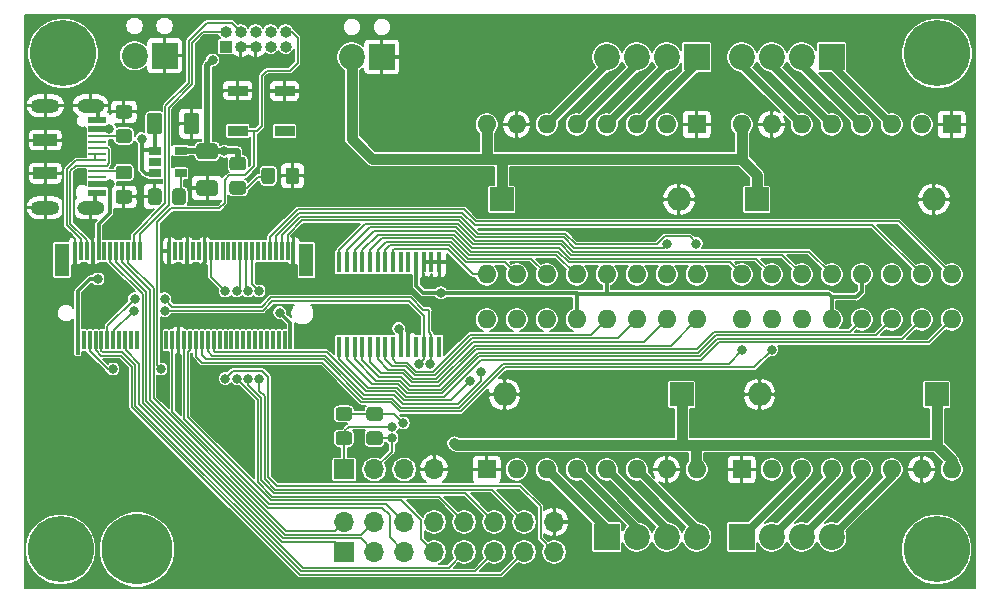
<source format=gtl>
%TF.GenerationSoftware,KiCad,Pcbnew,(5.1.8)-1*%
%TF.CreationDate,2020-12-25T17:53:48+01:00*%
%TF.ProjectId,mmStep,6d6d5374-6570-42e6-9b69-6361645f7063,rev?*%
%TF.SameCoordinates,Original*%
%TF.FileFunction,Copper,L1,Top*%
%TF.FilePolarity,Positive*%
%FSLAX46Y46*%
G04 Gerber Fmt 4.6, Leading zero omitted, Abs format (unit mm)*
G04 Created by KiCad (PCBNEW (5.1.8)-1) date 2020-12-25 17:53:48*
%MOMM*%
%LPD*%
G01*
G04 APERTURE LIST*
%TA.AperFunction,ComponentPad*%
%ADD10O,1.600000X1.600000*%
%TD*%
%TA.AperFunction,ComponentPad*%
%ADD11R,1.600000X1.600000*%
%TD*%
%TA.AperFunction,ComponentPad*%
%ADD12C,5.600000*%
%TD*%
%TA.AperFunction,ComponentPad*%
%ADD13O,2.000000X2.000000*%
%TD*%
%TA.AperFunction,ComponentPad*%
%ADD14R,2.000000X2.000000*%
%TD*%
%TA.AperFunction,ComponentPad*%
%ADD15C,6.000000*%
%TD*%
%TA.AperFunction,SMDPad,CuDef*%
%ADD16R,0.300000X1.550000*%
%TD*%
%TA.AperFunction,SMDPad,CuDef*%
%ADD17R,1.200000X2.750000*%
%TD*%
%TA.AperFunction,SMDPad,CuDef*%
%ADD18R,0.300000X2.000000*%
%TD*%
%TA.AperFunction,ComponentPad*%
%ADD19O,1.700000X1.700000*%
%TD*%
%TA.AperFunction,ComponentPad*%
%ADD20R,1.700000X1.700000*%
%TD*%
%TA.AperFunction,SMDPad,CuDef*%
%ADD21R,0.450000X1.750000*%
%TD*%
%TA.AperFunction,ComponentPad*%
%ADD22C,2.200000*%
%TD*%
%TA.AperFunction,ComponentPad*%
%ADD23R,2.200000X2.200000*%
%TD*%
%TA.AperFunction,ComponentPad*%
%ADD24O,2.400000X1.200000*%
%TD*%
%TA.AperFunction,ComponentPad*%
%ADD25O,2.316000X1.158000*%
%TD*%
%TA.AperFunction,SMDPad,CuDef*%
%ADD26R,2.000000X1.000000*%
%TD*%
%TA.AperFunction,SMDPad,CuDef*%
%ADD27R,1.500000X0.270000*%
%TD*%
%TA.AperFunction,SMDPad,CuDef*%
%ADD28R,1.500000X0.520000*%
%TD*%
%TA.AperFunction,SMDPad,CuDef*%
%ADD29R,1.700000X0.900000*%
%TD*%
%TA.AperFunction,ComponentPad*%
%ADD30O,1.000000X1.000000*%
%TD*%
%TA.AperFunction,ComponentPad*%
%ADD31R,1.000000X1.000000*%
%TD*%
%TA.AperFunction,SMDPad,CuDef*%
%ADD32R,1.060000X0.650000*%
%TD*%
%TA.AperFunction,ViaPad*%
%ADD33C,0.800000*%
%TD*%
%TA.AperFunction,Conductor*%
%ADD34C,0.152400*%
%TD*%
%TA.AperFunction,Conductor*%
%ADD35C,0.304800*%
%TD*%
%TA.AperFunction,Conductor*%
%ADD36C,0.508000*%
%TD*%
%TA.AperFunction,Conductor*%
%ADD37C,0.889000*%
%TD*%
%TA.AperFunction,Conductor*%
%ADD38C,0.635000*%
%TD*%
%TA.AperFunction,Conductor*%
%ADD39C,0.762000*%
%TD*%
%TA.AperFunction,Conductor*%
%ADD40C,0.100000*%
%TD*%
G04 APERTURE END LIST*
D10*
%TO.P,A4,16*%
%TO.N,/Drivers/DIR3*%
X57150000Y-22225000D03*
%TO.P,A4,8*%
%TO.N,Vdrive*%
X39370000Y-9525000D03*
%TO.P,A4,15*%
%TO.N,/Drivers/STP3*%
X54610000Y-22225000D03*
%TO.P,A4,7*%
%TO.N,GND*%
X41910000Y-9525000D03*
%TO.P,A4,14*%
%TO.N,N/C*%
X52070000Y-22225000D03*
%TO.P,A4,6*%
%TO.N,Net-(A4-Pad6)*%
X44450000Y-9525000D03*
%TO.P,A4,13*%
%TO.N,+3V3*%
X49530000Y-22225000D03*
%TO.P,A4,5*%
%TO.N,Net-(A4-Pad5)*%
X46990000Y-9525000D03*
%TO.P,A4,12*%
%TO.N,/Drivers/M24*%
X46990000Y-22225000D03*
%TO.P,A4,4*%
%TO.N,Net-(A4-Pad4)*%
X49530000Y-9525000D03*
%TO.P,A4,11*%
%TO.N,/Drivers/M14*%
X44450000Y-22225000D03*
%TO.P,A4,3*%
%TO.N,Net-(A4-Pad3)*%
X52070000Y-9525000D03*
%TO.P,A4,10*%
%TO.N,/Drivers/M04*%
X41910000Y-22225000D03*
%TO.P,A4,2*%
%TO.N,+3V3*%
X54610000Y-9525000D03*
%TO.P,A4,9*%
%TO.N,/Drivers/~En4*%
X39370000Y-22225000D03*
D11*
%TO.P,A4,1*%
%TO.N,GND*%
X57150000Y-9525000D03*
%TD*%
D10*
%TO.P,A3,16*%
%TO.N,/Drivers/DIR4*%
X78740000Y-22225000D03*
%TO.P,A3,8*%
%TO.N,Vdrive*%
X60960000Y-9525000D03*
%TO.P,A3,15*%
%TO.N,/Drivers/STP4*%
X76200000Y-22225000D03*
%TO.P,A3,7*%
%TO.N,GND*%
X63500000Y-9525000D03*
%TO.P,A3,14*%
%TO.N,N/C*%
X73660000Y-22225000D03*
%TO.P,A3,6*%
%TO.N,Net-(A3-Pad6)*%
X66040000Y-9525000D03*
%TO.P,A3,13*%
%TO.N,+3V3*%
X71120000Y-22225000D03*
%TO.P,A3,5*%
%TO.N,Net-(A3-Pad5)*%
X68580000Y-9525000D03*
%TO.P,A3,12*%
%TO.N,/Drivers/M23*%
X68580000Y-22225000D03*
%TO.P,A3,4*%
%TO.N,Net-(A3-Pad4)*%
X71120000Y-9525000D03*
%TO.P,A3,11*%
%TO.N,/Drivers/M13*%
X66040000Y-22225000D03*
%TO.P,A3,3*%
%TO.N,Net-(A3-Pad3)*%
X73660000Y-9525000D03*
%TO.P,A3,10*%
%TO.N,/Drivers/M03*%
X63500000Y-22225000D03*
%TO.P,A3,2*%
%TO.N,+3V3*%
X76200000Y-9525000D03*
%TO.P,A3,9*%
%TO.N,/Drivers/~EN3*%
X60960000Y-22225000D03*
D11*
%TO.P,A3,1*%
%TO.N,GND*%
X78740000Y-9525000D03*
%TD*%
D10*
%TO.P,A1,16*%
%TO.N,/Drivers/DIR2*%
X39370000Y-26035000D03*
%TO.P,A1,8*%
%TO.N,Vdrive*%
X57150000Y-38735000D03*
%TO.P,A1,15*%
%TO.N,/Drivers/STP2*%
X41910000Y-26035000D03*
%TO.P,A1,7*%
%TO.N,GND*%
X54610000Y-38735000D03*
%TO.P,A1,14*%
%TO.N,N/C*%
X44450000Y-26035000D03*
%TO.P,A1,6*%
%TO.N,Net-(A1-Pad6)*%
X52070000Y-38735000D03*
%TO.P,A1,13*%
%TO.N,+3V3*%
X46990000Y-26035000D03*
%TO.P,A1,5*%
%TO.N,Net-(A1-Pad5)*%
X49530000Y-38735000D03*
%TO.P,A1,12*%
%TO.N,/Drivers/M21*%
X49530000Y-26035000D03*
%TO.P,A1,4*%
%TO.N,Net-(A1-Pad4)*%
X46990000Y-38735000D03*
%TO.P,A1,11*%
%TO.N,/Drivers/M11*%
X52070000Y-26035000D03*
%TO.P,A1,3*%
%TO.N,Net-(A1-Pad3)*%
X44450000Y-38735000D03*
%TO.P,A1,10*%
%TO.N,/Drivers/M01*%
X54610000Y-26035000D03*
%TO.P,A1,2*%
%TO.N,+3V3*%
X41910000Y-38735000D03*
%TO.P,A1,9*%
%TO.N,/Drivers/~EN1*%
X57150000Y-26035000D03*
D11*
%TO.P,A1,1*%
%TO.N,GND*%
X39370000Y-38735000D03*
%TD*%
D10*
%TO.P,A2,16*%
%TO.N,/Drivers/DIR1*%
X60960000Y-26035000D03*
%TO.P,A2,8*%
%TO.N,Vdrive*%
X78740000Y-38735000D03*
%TO.P,A2,15*%
%TO.N,/Drivers/STP1*%
X63500000Y-26035000D03*
%TO.P,A2,7*%
%TO.N,GND*%
X76200000Y-38735000D03*
%TO.P,A2,14*%
%TO.N,N/C*%
X66040000Y-26035000D03*
%TO.P,A2,6*%
%TO.N,Net-(A2-Pad6)*%
X73660000Y-38735000D03*
%TO.P,A2,13*%
%TO.N,+3V3*%
X68580000Y-26035000D03*
%TO.P,A2,5*%
%TO.N,Net-(A2-Pad5)*%
X71120000Y-38735000D03*
%TO.P,A2,12*%
%TO.N,/Drivers/M22*%
X71120000Y-26035000D03*
%TO.P,A2,4*%
%TO.N,Net-(A2-Pad4)*%
X68580000Y-38735000D03*
%TO.P,A2,11*%
%TO.N,/Drivers/M12*%
X73660000Y-26035000D03*
%TO.P,A2,3*%
%TO.N,Net-(A2-Pad3)*%
X66040000Y-38735000D03*
%TO.P,A2,10*%
%TO.N,/Drivers/M02*%
X76200000Y-26035000D03*
%TO.P,A2,2*%
%TO.N,+3V3*%
X63500000Y-38735000D03*
%TO.P,A2,9*%
%TO.N,/Drivers/~EN2*%
X78740000Y-26035000D03*
D11*
%TO.P,A2,1*%
%TO.N,GND*%
X60960000Y-38735000D03*
%TD*%
D12*
%TO.P,REF\u002A\u002A,1*%
%TO.N,N/C*%
X77470000Y-45500000D03*
%TD*%
D13*
%TO.P,C7,2*%
%TO.N,GND*%
X55640000Y-15875000D03*
D14*
%TO.P,C7,1*%
%TO.N,Vdrive*%
X40640000Y-15875000D03*
%TD*%
D13*
%TO.P,C6,2*%
%TO.N,GND*%
X77230000Y-15875000D03*
D14*
%TO.P,C6,1*%
%TO.N,Vdrive*%
X62230000Y-15875000D03*
%TD*%
D13*
%TO.P,C5,2*%
%TO.N,GND*%
X62470000Y-32385000D03*
D14*
%TO.P,C5,1*%
%TO.N,Vdrive*%
X77470000Y-32385000D03*
%TD*%
D13*
%TO.P,C4,2*%
%TO.N,GND*%
X40880000Y-32385000D03*
D14*
%TO.P,C4,1*%
%TO.N,Vdrive*%
X55880000Y-32385000D03*
%TD*%
D15*
%TO.P,J3,BLT*%
%TO.N,N/C*%
X9753600Y-45500000D03*
D16*
%TO.P,J3,18*%
%TO.N,D1*%
X8753600Y-27780000D03*
%TO.P,J3,16*%
%TO.N,N/C*%
X8253600Y-27780000D03*
%TO.P,J3,14*%
%TO.N,/SCL*%
X7753600Y-27780000D03*
%TO.P,J3,12*%
%TO.N,/SDA*%
X7253600Y-27780000D03*
%TO.P,J3,19*%
%TO.N,RX1*%
X9003600Y-20230000D03*
%TO.P,J3,17*%
%TO.N,TX1*%
X8503600Y-20230000D03*
%TO.P,J3,15*%
%TO.N,CTS1*%
X8003600Y-20230000D03*
%TO.P,J3,13*%
%TO.N,RTS1*%
X7503600Y-20230000D03*
D17*
%TO.P,J3,77*%
%TO.N,N/C*%
X24103600Y-21005000D03*
%TO.P,J3,76*%
X3403600Y-21005000D03*
D16*
%TO.P,J3,75*%
%TO.N,GND*%
X23003600Y-20230000D03*
%TO.P,J3,74*%
%TO.N,+3V3*%
X22753600Y-27780000D03*
%TO.P,J3,72*%
%TO.N,N/C*%
X22253600Y-27780000D03*
%TO.P,J3,70*%
X21753600Y-27780000D03*
%TO.P,J3,68*%
X21253600Y-27780000D03*
%TO.P,J3,66*%
X20753600Y-27780000D03*
%TO.P,J3,64*%
X20253600Y-27780000D03*
%TO.P,J3,62*%
X19753600Y-27780000D03*
%TO.P,J3,60*%
X19253600Y-27780000D03*
%TO.P,J3,58*%
X18753600Y-27780000D03*
%TO.P,J3,56*%
X18253600Y-27780000D03*
%TO.P,J3,54*%
X17753600Y-27780000D03*
%TO.P,J3,52*%
X17253600Y-27780000D03*
%TO.P,J3,50*%
X16753600Y-27780000D03*
%TO.P,J3,48*%
%TO.N,/Drivers/DIR2*%
X16253600Y-27780000D03*
%TO.P,J3,46*%
%TO.N,/Drivers/STP2*%
X15753600Y-27780000D03*
%TO.P,J3,44*%
%TO.N,/Drivers/DIR1*%
X15253600Y-27780000D03*
%TO.P,J3,42*%
%TO.N,/Drivers/STP1*%
X14753600Y-27780000D03*
%TO.P,J3,40*%
%TO.N,G0*%
X14253600Y-27780000D03*
%TO.P,J3,38*%
%TO.N,A1*%
X13753600Y-27780000D03*
%TO.P,J3,36*%
%TO.N,GND*%
X13253600Y-27780000D03*
%TO.P,J3,34*%
%TO.N,A0*%
X12753600Y-27780000D03*
%TO.P,J3,32*%
%TO.N,N/C*%
X12253600Y-27780000D03*
%TO.P,J3,22*%
X9753600Y-27780000D03*
%TO.P,J3,20*%
X9253600Y-27780000D03*
%TO.P,J3,10*%
%TO.N,D0*%
X6753600Y-27780000D03*
%TO.P,J3,8*%
%TO.N,G11*%
X6253600Y-27780000D03*
%TO.P,J3,6*%
%TO.N,RESET*%
X5753600Y-27780000D03*
%TO.P,J3,4*%
%TO.N,N/C*%
X5253600Y-27780000D03*
D18*
%TO.P,J3,2*%
%TO.N,+3V3*%
X4753600Y-28000000D03*
D16*
%TO.P,J3,73*%
%TO.N,/Drivers/STP3*%
X22503600Y-20230000D03*
%TO.P,J3,71*%
%TO.N,/Drivers/DIR3*%
X22003600Y-20230000D03*
%TO.P,J3,69*%
%TO.N,/Drivers/STP4*%
X21503600Y-20230000D03*
%TO.P,J3,67*%
%TO.N,/Drivers/DIR4*%
X21003600Y-20230000D03*
%TO.P,J3,65*%
%TO.N,N/C*%
X20503600Y-20230000D03*
%TO.P,J3,63*%
X20003600Y-20230000D03*
%TO.P,J3,61*%
%TO.N,SPI_MISO*%
X19503600Y-20230000D03*
%TO.P,J3,59*%
%TO.N,SPI_MOSI*%
X19003600Y-20230000D03*
%TO.P,J3,57*%
%TO.N,SPI_SCK*%
X18503600Y-20230000D03*
%TO.P,J3,55*%
%TO.N,N/C*%
X18003600Y-20230000D03*
%TO.P,J3,53*%
X17503600Y-20230000D03*
%TO.P,J3,51*%
X17003600Y-20230000D03*
%TO.P,J3,49*%
X16503600Y-20230000D03*
%TO.P,J3,47*%
%TO.N,PWM1*%
X16003600Y-20230000D03*
%TO.P,J3,45*%
%TO.N,GND*%
X15503600Y-20230000D03*
%TO.P,J3,43*%
%TO.N,N/C*%
X15003600Y-20230000D03*
%TO.P,J3,41*%
X14503600Y-20230000D03*
%TO.P,J3,39*%
%TO.N,GND*%
X14003600Y-20230000D03*
%TO.P,J3,37*%
%TO.N,N/C*%
X13503600Y-20230000D03*
%TO.P,J3,35*%
X13003600Y-20230000D03*
%TO.P,J3,33*%
%TO.N,GND*%
X12503600Y-20230000D03*
%TO.P,J3,23*%
%TO.N,/SWDIO*%
X10003600Y-20230000D03*
%TO.P,J3,21*%
%TO.N,/SWDCK*%
X9503600Y-20230000D03*
%TO.P,J3,11*%
%TO.N,N/C*%
X7003600Y-20230000D03*
%TO.P,J3,9*%
%TO.N,V_USB*%
X6503600Y-20230000D03*
%TO.P,J3,7*%
%TO.N,GND*%
X6003600Y-20230000D03*
%TO.P,J3,5*%
%TO.N,/D-*%
X5503600Y-20230000D03*
%TO.P,J3,3*%
%TO.N,/D+*%
X5003600Y-20230000D03*
%TO.P,J3,1*%
%TO.N,GND*%
X4503600Y-20230000D03*
%TD*%
%TO.P,R4,2*%
%TO.N,Net-(JP1-Pad2)*%
%TA.AperFunction,SMDPad,CuDef*%
G36*
G01*
X27729601Y-34611000D02*
X26829599Y-34611000D01*
G75*
G02*
X26579600Y-34361001I0J249999D01*
G01*
X26579600Y-33710999D01*
G75*
G02*
X26829599Y-33461000I249999J0D01*
G01*
X27729601Y-33461000D01*
G75*
G02*
X27979600Y-33710999I0J-249999D01*
G01*
X27979600Y-34361001D01*
G75*
G02*
X27729601Y-34611000I-249999J0D01*
G01*
G37*
%TD.AperFunction*%
%TO.P,R4,1*%
%TO.N,/SDA*%
%TA.AperFunction,SMDPad,CuDef*%
G36*
G01*
X27729601Y-36661000D02*
X26829599Y-36661000D01*
G75*
G02*
X26579600Y-36411001I0J249999D01*
G01*
X26579600Y-35760999D01*
G75*
G02*
X26829599Y-35511000I249999J0D01*
G01*
X27729601Y-35511000D01*
G75*
G02*
X27979600Y-35760999I0J-249999D01*
G01*
X27979600Y-36411001D01*
G75*
G02*
X27729601Y-36661000I-249999J0D01*
G01*
G37*
%TD.AperFunction*%
%TD*%
%TO.P,R3,2*%
%TO.N,Net-(JP1-Pad2)*%
%TA.AperFunction,SMDPad,CuDef*%
G36*
G01*
X30320401Y-34611000D02*
X29420399Y-34611000D01*
G75*
G02*
X29170400Y-34361001I0J249999D01*
G01*
X29170400Y-33710999D01*
G75*
G02*
X29420399Y-33461000I249999J0D01*
G01*
X30320401Y-33461000D01*
G75*
G02*
X30570400Y-33710999I0J-249999D01*
G01*
X30570400Y-34361001D01*
G75*
G02*
X30320401Y-34611000I-249999J0D01*
G01*
G37*
%TD.AperFunction*%
%TO.P,R3,1*%
%TO.N,/SCL*%
%TA.AperFunction,SMDPad,CuDef*%
G36*
G01*
X30320401Y-36661000D02*
X29420399Y-36661000D01*
G75*
G02*
X29170400Y-36411001I0J249999D01*
G01*
X29170400Y-35760999D01*
G75*
G02*
X29420399Y-35511000I249999J0D01*
G01*
X30320401Y-35511000D01*
G75*
G02*
X30570400Y-35760999I0J-249999D01*
G01*
X30570400Y-36411001D01*
G75*
G02*
X30320401Y-36661000I-249999J0D01*
G01*
G37*
%TD.AperFunction*%
%TD*%
D19*
%TO.P,J5,4*%
%TO.N,GND*%
X34925000Y-38735000D03*
%TO.P,J5,3*%
%TO.N,+3V3*%
X32385000Y-38735000D03*
%TO.P,J5,2*%
%TO.N,/SCL*%
X29845000Y-38735000D03*
D20*
%TO.P,J5,1*%
%TO.N,/SDA*%
X27305000Y-38735000D03*
%TD*%
D19*
%TO.P,J1,16*%
%TO.N,GND*%
X45085000Y-43180000D03*
%TO.P,J1,15*%
%TO.N,PWM1*%
X45085000Y-45720000D03*
%TO.P,J1,14*%
%TO.N,SPI_MISO*%
X42545000Y-43180000D03*
%TO.P,J1,13*%
%TO.N,G11*%
X42545000Y-45720000D03*
%TO.P,J1,12*%
%TO.N,SPI_MOSI*%
X40005000Y-43180000D03*
%TO.P,J1,11*%
%TO.N,D0*%
X40005000Y-45720000D03*
%TO.P,J1,10*%
%TO.N,SPI_SCK*%
X37465000Y-43180000D03*
%TO.P,J1,9*%
%TO.N,D1*%
X37465000Y-45720000D03*
%TO.P,J1,8*%
%TO.N,+3V3*%
X34925000Y-43180000D03*
%TO.P,J1,7*%
%TO.N,G0*%
X34925000Y-45720000D03*
%TO.P,J1,6*%
%TO.N,A1*%
X32385000Y-43180000D03*
%TO.P,J1,5*%
%TO.N,A0*%
X32385000Y-45720000D03*
%TO.P,J1,4*%
%TO.N,TX1*%
X29845000Y-43180000D03*
%TO.P,J1,3*%
%TO.N,CTS1*%
X29845000Y-45720000D03*
%TO.P,J1,2*%
%TO.N,RX1*%
X27305000Y-43180000D03*
D20*
%TO.P,J1,1*%
%TO.N,RTS1*%
X27305000Y-45720000D03*
%TD*%
D21*
%TO.P,U2,28*%
%TO.N,/Drivers/M23*%
X26890000Y-21165000D03*
%TO.P,U2,27*%
%TO.N,/Drivers/M13*%
X27540000Y-21165000D03*
%TO.P,U2,26*%
%TO.N,/Drivers/M03*%
X28190000Y-21165000D03*
%TO.P,U2,25*%
%TO.N,/Drivers/~EN3*%
X28840000Y-21165000D03*
%TO.P,U2,24*%
%TO.N,/Drivers/M24*%
X29490000Y-21165000D03*
%TO.P,U2,23*%
%TO.N,/Drivers/M14*%
X30140000Y-21165000D03*
%TO.P,U2,22*%
%TO.N,/Drivers/M04*%
X30790000Y-21165000D03*
%TO.P,U2,21*%
%TO.N,/Drivers/~En4*%
X31440000Y-21165000D03*
%TO.P,U2,20*%
%TO.N,N/C*%
X32090000Y-21165000D03*
%TO.P,U2,19*%
X32740000Y-21165000D03*
%TO.P,U2,18*%
%TO.N,+3V3*%
X33390000Y-21165000D03*
%TO.P,U2,17*%
%TO.N,GND*%
X34040000Y-21165000D03*
%TO.P,U2,16*%
X34690000Y-21165000D03*
%TO.P,U2,15*%
X35340000Y-21165000D03*
%TO.P,U2,14*%
%TO.N,N/C*%
X35340000Y-28365000D03*
%TO.P,U2,13*%
%TO.N,/SDA*%
X34690000Y-28365000D03*
%TO.P,U2,12*%
%TO.N,/SCL*%
X34040000Y-28365000D03*
%TO.P,U2,11*%
%TO.N,N/C*%
X33390000Y-28365000D03*
%TO.P,U2,10*%
%TO.N,GND*%
X32740000Y-28365000D03*
%TO.P,U2,9*%
%TO.N,+3V3*%
X32090000Y-28365000D03*
%TO.P,U2,8*%
%TO.N,/Drivers/M21*%
X31440000Y-28365000D03*
%TO.P,U2,7*%
%TO.N,/Drivers/M11*%
X30790000Y-28365000D03*
%TO.P,U2,6*%
%TO.N,/Drivers/M01*%
X30140000Y-28365000D03*
%TO.P,U2,5*%
%TO.N,/Drivers/~EN1*%
X29490000Y-28365000D03*
%TO.P,U2,4*%
%TO.N,/Drivers/M22*%
X28840000Y-28365000D03*
%TO.P,U2,3*%
%TO.N,/Drivers/M12*%
X28190000Y-28365000D03*
%TO.P,U2,2*%
%TO.N,/Drivers/M02*%
X27540000Y-28365000D03*
%TO.P,U2,1*%
%TO.N,/Drivers/~EN2*%
X26890000Y-28365000D03*
%TD*%
D22*
%TO.P,J11,2*%
%TO.N,Vdrive*%
X27940000Y-3810000D03*
D23*
%TO.P,J11,1*%
%TO.N,GND*%
X30480000Y-3810000D03*
%TD*%
D22*
%TO.P,J9,4*%
%TO.N,Net-(A3-Pad6)*%
X60960000Y-3810000D03*
%TO.P,J9,3*%
%TO.N,Net-(A3-Pad5)*%
X63500000Y-3810000D03*
%TO.P,J9,2*%
%TO.N,Net-(A3-Pad4)*%
X66040000Y-3810000D03*
D23*
%TO.P,J9,1*%
%TO.N,Net-(A3-Pad3)*%
X68580000Y-3810000D03*
%TD*%
D22*
%TO.P,J10,4*%
%TO.N,Net-(A4-Pad6)*%
X49530000Y-3810000D03*
%TO.P,J10,3*%
%TO.N,Net-(A4-Pad5)*%
X52070000Y-3810000D03*
%TO.P,J10,2*%
%TO.N,Net-(A4-Pad4)*%
X54610000Y-3810000D03*
D23*
%TO.P,J10,1*%
%TO.N,Net-(A4-Pad3)*%
X57150000Y-3810000D03*
%TD*%
D22*
%TO.P,J8,4*%
%TO.N,Net-(A1-Pad6)*%
X57150000Y-44450000D03*
%TO.P,J8,3*%
%TO.N,Net-(A1-Pad5)*%
X54610000Y-44450000D03*
%TO.P,J8,2*%
%TO.N,Net-(A1-Pad4)*%
X52070000Y-44450000D03*
D23*
%TO.P,J8,1*%
%TO.N,Net-(A1-Pad3)*%
X49530000Y-44450000D03*
%TD*%
D22*
%TO.P,J7,4*%
%TO.N,Net-(A2-Pad6)*%
X68580000Y-44450000D03*
%TO.P,J7,3*%
%TO.N,Net-(A2-Pad5)*%
X66040000Y-44450000D03*
%TO.P,J7,2*%
%TO.N,Net-(A2-Pad4)*%
X63500000Y-44450000D03*
D23*
%TO.P,J7,1*%
%TO.N,Net-(A2-Pad3)*%
X60960000Y-44450000D03*
%TD*%
D24*
%TO.P,J2,S6*%
%TO.N,GND*%
X2000000Y-16570000D03*
%TO.P,J2,S5*%
X2000000Y-7930000D03*
D25*
%TO.P,J2,S4*%
X5825000Y-16570000D03*
%TO.P,J2,S3*%
X5825000Y-7930000D03*
D26*
%TO.P,J2,S2*%
X2000000Y-13650000D03*
%TO.P,J2,S1*%
X2000000Y-10850000D03*
D27*
%TO.P,J2,9*%
%TO.N,/CC2*%
X6400000Y-13500000D03*
%TO.P,J2,8*%
%TO.N,/D-*%
X6400000Y-13000000D03*
%TO.P,J2,7*%
%TO.N,/D+*%
X6400000Y-12500000D03*
%TO.P,J2,6*%
X6400000Y-12000000D03*
%TO.P,J2,5*%
%TO.N,/D-*%
X6400000Y-11500000D03*
%TO.P,J2,4*%
%TO.N,N/C*%
X6400000Y-11000000D03*
%TO.P,J2,10*%
X6400000Y-14000000D03*
%TO.P,J2,3*%
%TO.N,/CC1*%
X6400000Y-10500000D03*
D28*
%TO.P,J2,11*%
%TO.N,V_USB*%
X6400000Y-14600000D03*
%TO.P,J2,2*%
X6400000Y-9900000D03*
%TO.P,J2,12*%
%TO.N,GND*%
X6400000Y-15350000D03*
%TO.P,J2,1*%
X6400000Y-9150000D03*
%TD*%
D12*
%TO.P,REF\u002A\u002A,1*%
%TO.N,N/C*%
X3500000Y-3500000D03*
%TD*%
%TO.P,REF\u002A\u002A,1*%
%TO.N,N/C*%
X77500000Y-3500000D03*
%TD*%
%TO.P,REF\u002A\u002A,1*%
%TO.N,N/C*%
X3302000Y-45500000D03*
%TD*%
%TO.P,R5,2*%
%TO.N,Net-(D1-Pad2)*%
%TA.AperFunction,SMDPad,CuDef*%
G36*
G01*
X17837999Y-14318400D02*
X18738001Y-14318400D01*
G75*
G02*
X18988000Y-14568399I0J-249999D01*
G01*
X18988000Y-15218401D01*
G75*
G02*
X18738001Y-15468400I-249999J0D01*
G01*
X17837999Y-15468400D01*
G75*
G02*
X17588000Y-15218401I0J249999D01*
G01*
X17588000Y-14568399D01*
G75*
G02*
X17837999Y-14318400I249999J0D01*
G01*
G37*
%TD.AperFunction*%
%TO.P,R5,1*%
%TO.N,+3V3*%
%TA.AperFunction,SMDPad,CuDef*%
G36*
G01*
X17837999Y-12268400D02*
X18738001Y-12268400D01*
G75*
G02*
X18988000Y-12518399I0J-249999D01*
G01*
X18988000Y-13168401D01*
G75*
G02*
X18738001Y-13418400I-249999J0D01*
G01*
X17837999Y-13418400D01*
G75*
G02*
X17588000Y-13168401I0J249999D01*
G01*
X17588000Y-12518399D01*
G75*
G02*
X17837999Y-12268400I249999J0D01*
G01*
G37*
%TD.AperFunction*%
%TD*%
%TO.P,D1,2*%
%TO.N,Net-(D1-Pad2)*%
%TA.AperFunction,SMDPad,CuDef*%
G36*
G01*
X21444800Y-13418399D02*
X21444800Y-14318401D01*
G75*
G02*
X21194801Y-14568400I-249999J0D01*
G01*
X20544799Y-14568400D01*
G75*
G02*
X20294800Y-14318401I0J249999D01*
G01*
X20294800Y-13418399D01*
G75*
G02*
X20544799Y-13168400I249999J0D01*
G01*
X21194801Y-13168400D01*
G75*
G02*
X21444800Y-13418399I0J-249999D01*
G01*
G37*
%TD.AperFunction*%
%TO.P,D1,1*%
%TO.N,GND*%
%TA.AperFunction,SMDPad,CuDef*%
G36*
G01*
X23494800Y-13418399D02*
X23494800Y-14318401D01*
G75*
G02*
X23244801Y-14568400I-249999J0D01*
G01*
X22594799Y-14568400D01*
G75*
G02*
X22344800Y-14318401I0J249999D01*
G01*
X22344800Y-13418399D01*
G75*
G02*
X22594799Y-13168400I249999J0D01*
G01*
X23244801Y-13168400D01*
G75*
G02*
X23494800Y-13418399I0J-249999D01*
G01*
G37*
%TD.AperFunction*%
%TD*%
D29*
%TO.P,SW2,2*%
%TO.N,GND*%
X22250400Y-6682000D03*
%TO.P,SW2,1*%
%TO.N,N/C*%
X22250400Y-10082000D03*
%TD*%
%TO.P,SW1,2*%
%TO.N,GND*%
X18288000Y-6658400D03*
%TO.P,SW1,1*%
%TO.N,RESET*%
X18288000Y-10058400D03*
%TD*%
D30*
%TO.P,J4,10*%
%TO.N,RESET*%
X22352000Y-1676400D03*
%TO.P,J4,9*%
%TO.N,N/C*%
X22352000Y-2946400D03*
%TO.P,J4,8*%
X21082000Y-1676400D03*
%TO.P,J4,7*%
X21082000Y-2946400D03*
%TO.P,J4,6*%
X19812000Y-1676400D03*
%TO.P,J4,5*%
%TO.N,GND*%
X19812000Y-2946400D03*
%TO.P,J4,4*%
%TO.N,/SWDCK*%
X18542000Y-1676400D03*
%TO.P,J4,3*%
%TO.N,GND*%
X18542000Y-2946400D03*
%TO.P,J4,2*%
%TO.N,/SWDIO*%
X17272000Y-1676400D03*
D31*
%TO.P,J4,1*%
%TO.N,+3V3*%
X17272000Y-2946400D03*
%TD*%
%TO.P,R2,2*%
%TO.N,GND*%
%TA.AperFunction,SMDPad,CuDef*%
G36*
G01*
X9100001Y-9025000D02*
X8199999Y-9025000D01*
G75*
G02*
X7950000Y-8775001I0J249999D01*
G01*
X7950000Y-8124999D01*
G75*
G02*
X8199999Y-7875000I249999J0D01*
G01*
X9100001Y-7875000D01*
G75*
G02*
X9350000Y-8124999I0J-249999D01*
G01*
X9350000Y-8775001D01*
G75*
G02*
X9100001Y-9025000I-249999J0D01*
G01*
G37*
%TD.AperFunction*%
%TO.P,R2,1*%
%TO.N,/CC1*%
%TA.AperFunction,SMDPad,CuDef*%
G36*
G01*
X9100001Y-11075000D02*
X8199999Y-11075000D01*
G75*
G02*
X7950000Y-10825001I0J249999D01*
G01*
X7950000Y-10174999D01*
G75*
G02*
X8199999Y-9925000I249999J0D01*
G01*
X9100001Y-9925000D01*
G75*
G02*
X9350000Y-10174999I0J-249999D01*
G01*
X9350000Y-10825001D01*
G75*
G02*
X9100001Y-11075000I-249999J0D01*
G01*
G37*
%TD.AperFunction*%
%TD*%
%TO.P,R1,2*%
%TO.N,GND*%
%TA.AperFunction,SMDPad,CuDef*%
G36*
G01*
X8199999Y-15071400D02*
X9100001Y-15071400D01*
G75*
G02*
X9350000Y-15321399I0J-249999D01*
G01*
X9350000Y-15971401D01*
G75*
G02*
X9100001Y-16221400I-249999J0D01*
G01*
X8199999Y-16221400D01*
G75*
G02*
X7950000Y-15971401I0J249999D01*
G01*
X7950000Y-15321399D01*
G75*
G02*
X8199999Y-15071400I249999J0D01*
G01*
G37*
%TD.AperFunction*%
%TO.P,R1,1*%
%TO.N,/CC2*%
%TA.AperFunction,SMDPad,CuDef*%
G36*
G01*
X8199999Y-13021400D02*
X9100001Y-13021400D01*
G75*
G02*
X9350000Y-13271399I0J-249999D01*
G01*
X9350000Y-13921401D01*
G75*
G02*
X9100001Y-14171400I-249999J0D01*
G01*
X8199999Y-14171400D01*
G75*
G02*
X7950000Y-13921401I0J249999D01*
G01*
X7950000Y-13271399D01*
G75*
G02*
X8199999Y-13021400I249999J0D01*
G01*
G37*
%TD.AperFunction*%
%TD*%
D22*
%TO.P,J6,2*%
%TO.N,/V_IN*%
X9550400Y-3708400D03*
D23*
%TO.P,J6,1*%
%TO.N,GND*%
X12090400Y-3708400D03*
%TD*%
D32*
%TO.P,U1,5*%
%TO.N,+3V3*%
X13444400Y-11734000D03*
%TO.P,U1,4*%
%TO.N,Net-(C2-Pad1)*%
X13444400Y-13634000D03*
%TO.P,U1,3*%
%TO.N,/V_R*%
X11244400Y-13634000D03*
%TO.P,U1,2*%
%TO.N,N/C*%
X11244400Y-12684000D03*
%TO.P,U1,1*%
%TO.N,/V_R*%
X11244400Y-11734000D03*
%TD*%
%TO.P,C3,2*%
%TO.N,GND*%
%TA.AperFunction,SMDPad,CuDef*%
G36*
G01*
X15047199Y-14244400D02*
X16347201Y-14244400D01*
G75*
G02*
X16597200Y-14494399I0J-249999D01*
G01*
X16597200Y-15319401D01*
G75*
G02*
X16347201Y-15569400I-249999J0D01*
G01*
X15047199Y-15569400D01*
G75*
G02*
X14797200Y-15319401I0J249999D01*
G01*
X14797200Y-14494399D01*
G75*
G02*
X15047199Y-14244400I249999J0D01*
G01*
G37*
%TD.AperFunction*%
%TO.P,C3,1*%
%TO.N,+3V3*%
%TA.AperFunction,SMDPad,CuDef*%
G36*
G01*
X15047199Y-11119400D02*
X16347201Y-11119400D01*
G75*
G02*
X16597200Y-11369399I0J-249999D01*
G01*
X16597200Y-12194401D01*
G75*
G02*
X16347201Y-12444400I-249999J0D01*
G01*
X15047199Y-12444400D01*
G75*
G02*
X14797200Y-12194401I0J249999D01*
G01*
X14797200Y-11369399D01*
G75*
G02*
X15047199Y-11119400I249999J0D01*
G01*
G37*
%TD.AperFunction*%
%TD*%
%TO.P,C2,2*%
%TO.N,GND*%
%TA.AperFunction,SMDPad,CuDef*%
G36*
G01*
X11843600Y-15180399D02*
X11843600Y-16080401D01*
G75*
G02*
X11593601Y-16330400I-249999J0D01*
G01*
X10943599Y-16330400D01*
G75*
G02*
X10693600Y-16080401I0J249999D01*
G01*
X10693600Y-15180399D01*
G75*
G02*
X10943599Y-14930400I249999J0D01*
G01*
X11593601Y-14930400D01*
G75*
G02*
X11843600Y-15180399I0J-249999D01*
G01*
G37*
%TD.AperFunction*%
%TO.P,C2,1*%
%TO.N,Net-(C2-Pad1)*%
%TA.AperFunction,SMDPad,CuDef*%
G36*
G01*
X13893600Y-15180399D02*
X13893600Y-16080401D01*
G75*
G02*
X13643601Y-16330400I-249999J0D01*
G01*
X12993599Y-16330400D01*
G75*
G02*
X12743600Y-16080401I0J249999D01*
G01*
X12743600Y-15180399D01*
G75*
G02*
X12993599Y-14930400I249999J0D01*
G01*
X13643601Y-14930400D01*
G75*
G02*
X13893600Y-15180399I0J-249999D01*
G01*
G37*
%TD.AperFunction*%
%TD*%
%TO.P,C1,2*%
%TO.N,GND*%
%TA.AperFunction,SMDPad,CuDef*%
G36*
G01*
X13713900Y-10098801D02*
X13713900Y-8798799D01*
G75*
G02*
X13963899Y-8548800I249999J0D01*
G01*
X14788901Y-8548800D01*
G75*
G02*
X15038900Y-8798799I0J-249999D01*
G01*
X15038900Y-10098801D01*
G75*
G02*
X14788901Y-10348800I-249999J0D01*
G01*
X13963899Y-10348800D01*
G75*
G02*
X13713900Y-10098801I0J249999D01*
G01*
G37*
%TD.AperFunction*%
%TO.P,C1,1*%
%TO.N,/V_R*%
%TA.AperFunction,SMDPad,CuDef*%
G36*
G01*
X10588900Y-10098801D02*
X10588900Y-8798799D01*
G75*
G02*
X10838899Y-8548800I249999J0D01*
G01*
X11663901Y-8548800D01*
G75*
G02*
X11913900Y-8798799I0J-249999D01*
G01*
X11913900Y-10098801D01*
G75*
G02*
X11663901Y-10348800I-249999J0D01*
G01*
X10838899Y-10348800D01*
G75*
G02*
X10588900Y-10098801I0J249999D01*
G01*
G37*
%TD.AperFunction*%
%TD*%
D33*
%TO.N,GND*%
X5029200Y-13868400D03*
X10007600Y-15646400D03*
X5016500Y-11493500D03*
X14376400Y-7366000D03*
X15697200Y-13208000D03*
X13258800Y-21590000D03*
X5232532Y-21551744D03*
X34290000Y-22758400D03*
X32867585Y-26822417D03*
X22910800Y-21844000D03*
X13258800Y-26162000D03*
%TO.N,+3V3*%
X16154398Y-4064000D03*
X21844000Y-25450800D03*
X17145000Y-11785600D03*
X6451600Y-22606000D03*
X31915383Y-26802560D03*
X35477490Y-23774400D03*
%TO.N,V_USB*%
X7427760Y-9887491D03*
X7467624Y-14600000D03*
%TO.N,/V_R*%
X10160000Y-10718800D03*
%TO.N,RESET*%
X7719426Y-30226000D03*
X11785598Y-30226000D03*
%TO.N,Vdrive*%
X37084000Y-12446000D03*
X36626802Y-36525200D03*
%TO.N,/Drivers/DIR1*%
X60960000Y-28651200D03*
%TO.N,/Drivers/STP1*%
X63500000Y-28606644D03*
%TO.N,/Drivers/DIR2*%
X37984997Y-31229909D03*
%TO.N,/Drivers/STP2*%
X38912802Y-30480000D03*
%TO.N,/Drivers/DIR3*%
X57102324Y-19605676D03*
%TO.N,/Drivers/STP3*%
X54670462Y-19653356D03*
%TO.N,SPI_MISO*%
X20091218Y-23621946D03*
X20116800Y-31037859D03*
%TO.N,SPI_MOSI*%
X19138809Y-23624033D03*
X19151600Y-31038800D03*
%TO.N,SPI_SCK*%
X18186400Y-23622000D03*
X18186400Y-31037879D03*
%TO.N,/SCL*%
X9463971Y-25275674D03*
X12090400Y-25298400D03*
X33642676Y-29792231D03*
X31343602Y-36068000D03*
%TO.N,/SDA*%
X9550400Y-24282400D03*
X12090400Y-24282400D03*
X34594800Y-29768794D03*
X31362610Y-35102800D03*
%TO.N,PWM1*%
X17221197Y-23621997D03*
X17221204Y-31038804D03*
%TO.N,Net-(JP1-Pad2)*%
X32308800Y-34798000D03*
%TD*%
D34*
%TO.N,GND*%
X5013200Y-13852400D02*
X5029200Y-13868400D01*
D35*
X6450000Y-8305000D02*
X6075000Y-7930000D01*
X6450000Y-9150000D02*
X6450000Y-8305000D01*
X6200000Y-16195000D02*
X5825000Y-16570000D01*
X6200000Y-15350000D02*
X6200000Y-16195000D01*
D34*
X4503600Y-19184800D02*
X3505201Y-18186401D01*
X4503600Y-20230000D02*
X4503600Y-19184800D01*
X4470399Y-12242800D02*
X5384800Y-12242800D01*
X3505201Y-18186401D02*
X3505201Y-13207997D01*
X3505201Y-13207997D02*
X4470399Y-12242800D01*
D35*
X4745544Y-21551744D02*
X5232532Y-21551744D01*
X4503600Y-20230000D02*
X4503600Y-21309800D01*
X4503600Y-21309800D02*
X4745544Y-21551744D01*
X5761656Y-21551744D02*
X5232532Y-21551744D01*
X6003600Y-20230000D02*
X6003600Y-21309800D01*
X6003600Y-21309800D02*
X5761656Y-21551744D01*
X12503600Y-21429765D02*
X12516309Y-21442474D01*
X12503600Y-20230000D02*
X12503600Y-21429765D01*
X14003600Y-21431915D02*
X14001129Y-21434386D01*
X14003600Y-20230000D02*
X14003600Y-21431915D01*
D34*
X5029200Y-11506200D02*
X5016500Y-11493500D01*
X5029200Y-12242800D02*
X5029200Y-11506200D01*
X5029200Y-13309600D02*
X5384800Y-13309600D01*
X5029200Y-13868400D02*
X5029200Y-13309600D01*
X6003600Y-19391600D02*
X6003600Y-20230000D01*
X5029200Y-13309600D02*
X4696798Y-13309600D01*
X4696798Y-13309600D02*
X4419634Y-13586763D01*
X4419634Y-13586763D02*
X4419634Y-17807634D01*
X4419634Y-17807634D02*
X6003600Y-19391600D01*
D35*
X15503600Y-21203642D02*
X15152237Y-21555005D01*
X15503600Y-20230000D02*
X15503600Y-21203642D01*
X15152237Y-21555005D02*
X14802092Y-21555005D01*
X32740000Y-26950002D02*
X32867585Y-26822417D01*
X32740000Y-28365000D02*
X32740000Y-26950002D01*
X23003600Y-20230000D02*
X23003600Y-21309800D01*
X23003600Y-21309800D02*
X22520200Y-21793200D01*
X22520200Y-21793200D02*
X22199596Y-21793200D01*
D34*
%TO.N,Net-(C2-Pad1)*%
X13444400Y-15504600D02*
X13318600Y-15630400D01*
X13444400Y-13634000D02*
X13444400Y-15504600D01*
D36*
%TO.N,+3V3*%
X13444400Y-11734000D02*
X15649300Y-11734000D01*
X15697200Y-4521198D02*
X16154398Y-4064000D01*
X15697200Y-11781900D02*
X15697200Y-4521198D01*
D35*
X22753600Y-26360400D02*
X21844000Y-25450800D01*
X22753600Y-27780000D02*
X22753600Y-26360400D01*
D36*
X17141300Y-11781900D02*
X17145000Y-11785600D01*
X15697200Y-11781900D02*
X17141300Y-11781900D01*
D35*
X68580000Y-24130000D02*
X70662800Y-24130000D01*
X71120000Y-23672800D02*
X71120000Y-22225000D01*
X70662800Y-24130000D02*
X71120000Y-23672800D01*
X46990000Y-26035000D02*
X46990000Y-24130000D01*
X68580000Y-26035000D02*
X68580000Y-24130000D01*
X5791200Y-22606000D02*
X6451600Y-22606000D01*
X4753600Y-23643600D02*
X5791200Y-22606000D01*
X4753600Y-27780000D02*
X4753600Y-23643600D01*
X49530000Y-22225000D02*
X49530000Y-23876000D01*
X68326000Y-23876000D02*
X68580000Y-24130000D01*
X49530000Y-23876000D02*
X68326000Y-23876000D01*
X47040800Y-23876000D02*
X49530000Y-23876000D01*
X46990000Y-23825200D02*
X47040800Y-23876000D01*
X32090000Y-26977177D02*
X31915383Y-26802560D01*
X32090000Y-28365000D02*
X32090000Y-26977177D01*
X46990000Y-24130000D02*
X46990000Y-23825200D01*
X33390000Y-23179200D02*
X33985200Y-23774400D01*
X33390000Y-21165000D02*
X33390000Y-23179200D01*
X46990000Y-23825200D02*
X35528290Y-23825200D01*
X33985200Y-23774400D02*
X35477490Y-23774400D01*
X35528290Y-23825200D02*
X35477490Y-23774400D01*
D36*
X18288000Y-11785600D02*
X17145000Y-11785600D01*
X18288000Y-11785600D02*
X18288000Y-12843400D01*
D35*
%TO.N,V_USB*%
X6400000Y-9900000D02*
X7415251Y-9900000D01*
X7415251Y-9900000D02*
X7427760Y-9887491D01*
X7467600Y-14600000D02*
X6200000Y-14600000D01*
X7467611Y-14600011D02*
X7467600Y-14600000D01*
X7467600Y-14600000D02*
X7467624Y-14600000D01*
X7467600Y-17018000D02*
X7467600Y-14600000D01*
X6503600Y-17982000D02*
X7467600Y-17018000D01*
X6503600Y-20230000D02*
X6503600Y-17982000D01*
D34*
%TO.N,/D-*%
X6450000Y-11500000D02*
X6791600Y-11500000D01*
X7378601Y-12817881D02*
X7196482Y-13000000D01*
X7366000Y-11669518D02*
X7378601Y-11682119D01*
X7196482Y-13000000D02*
X6400000Y-13000000D01*
X7366000Y-11633200D02*
X7366000Y-11669518D01*
X7232800Y-11500000D02*
X7366000Y-11633200D01*
X7378601Y-11682119D02*
X7378601Y-12817881D01*
X6400000Y-11500000D02*
X7232800Y-11500000D01*
X4114823Y-13460509D02*
X4575333Y-13000000D01*
X4575333Y-13000000D02*
X6400000Y-13000000D01*
X4114823Y-17933889D02*
X4114823Y-13460509D01*
X5503600Y-19322666D02*
X4114823Y-17933889D01*
X5503600Y-20230000D02*
X5503600Y-19322666D01*
%TO.N,/D+*%
X6200000Y-12500000D02*
X6200000Y-12000000D01*
X5003600Y-20230000D02*
X5003600Y-19253734D01*
X3810012Y-18060146D02*
X3810012Y-13334253D01*
X3810012Y-13334253D02*
X4596655Y-12547611D01*
X6113989Y-12547611D02*
X6180800Y-12480800D01*
X4596655Y-12547611D02*
X6113989Y-12547611D01*
X5003600Y-19253734D02*
X3810012Y-18060146D01*
%TO.N,/CC2*%
X6450000Y-13500000D02*
X8650000Y-13500000D01*
%TO.N,/CC1*%
X6228618Y-10528618D02*
X8621382Y-10528618D01*
X8621382Y-10528618D02*
X8650000Y-10500000D01*
X6200000Y-10500000D02*
X6228618Y-10528618D01*
%TO.N,/SWDIO*%
X12447321Y-16356279D02*
X10003600Y-18800000D01*
X10003600Y-18800000D02*
X10003600Y-20230000D01*
X12447321Y-8093313D02*
X12447321Y-16356279D01*
X14427200Y-6113434D02*
X12447321Y-8093313D01*
X14427200Y-2590800D02*
X14427200Y-6113434D01*
X15341600Y-1676400D02*
X14427200Y-2590800D01*
X17272000Y-1676400D02*
X15341600Y-1676400D01*
%TO.N,/SWDCK*%
X17780000Y-914400D02*
X18542000Y-1676400D01*
X15672533Y-914400D02*
X17780000Y-914400D01*
X12142510Y-7967057D02*
X14122389Y-5987178D01*
X9503600Y-20230000D02*
X9503600Y-18847258D01*
X14122389Y-5987178D02*
X14122389Y-2464544D01*
X9503600Y-18847258D02*
X12142510Y-16208348D01*
X12142510Y-16208348D02*
X12142510Y-7967057D01*
X14122389Y-2464544D02*
X15672533Y-914400D01*
D35*
%TO.N,/V_R*%
X11229200Y-11718800D02*
X11244400Y-11734000D01*
X10160000Y-11718800D02*
X11229200Y-11718800D01*
X11244400Y-9579900D02*
X11340700Y-9483600D01*
X11244400Y-11734000D02*
X11244400Y-9579900D01*
X10160000Y-10922000D02*
X9956800Y-10718800D01*
X10160000Y-11718800D02*
X10160000Y-10922000D01*
X10484400Y-13684800D02*
X11244400Y-13684800D01*
X10160000Y-13360400D02*
X10484400Y-13684800D01*
X10160000Y-11718800D02*
X10160000Y-13360400D01*
D34*
%TO.N,RESET*%
X18948400Y-10082000D02*
X18972000Y-10058400D01*
X18972000Y-10058400D02*
X19659600Y-10058400D01*
X23368000Y-4318000D02*
X23368000Y-2184400D01*
X22860000Y-1676400D02*
X22352000Y-1676400D01*
X22707600Y-4978400D02*
X23368000Y-4318000D01*
X20320000Y-5384800D02*
X20726400Y-4978400D01*
X23368000Y-2184400D02*
X22860000Y-1676400D01*
X20320000Y-9652000D02*
X20320000Y-5384800D01*
X19913600Y-10058400D02*
X20320000Y-9652000D01*
X20726400Y-4978400D02*
X22707600Y-4978400D01*
X19659600Y-10058400D02*
X19913600Y-10058400D01*
X5753600Y-27780000D02*
X5753600Y-28707400D01*
X5753600Y-28707400D02*
X7272200Y-30226000D01*
X7272200Y-30226000D02*
X7719426Y-30226000D01*
X19659600Y-10058400D02*
X19659600Y-13055600D01*
X19659600Y-13055600D02*
X18897600Y-13817600D01*
X17576800Y-13817600D02*
X17170400Y-14224000D01*
X11461799Y-17799001D02*
X11461799Y-29902201D01*
X18897600Y-13817600D02*
X17576800Y-13817600D01*
X17170400Y-14224000D02*
X17170400Y-16154400D01*
X16713200Y-16611600D02*
X12649200Y-16611600D01*
X17170400Y-16154400D02*
X16713200Y-16611600D01*
X12649200Y-16611600D02*
X11461799Y-17799001D01*
X11461799Y-29902201D02*
X11785598Y-30226000D01*
%TO.N,Net-(D1-Pad2)*%
X20786379Y-13951821D02*
X20869800Y-13868400D01*
X20033379Y-13951821D02*
X20786379Y-13951821D01*
X19091800Y-14893400D02*
X20033379Y-13951821D01*
X18288000Y-14893400D02*
X19091800Y-14893400D01*
D37*
%TO.N,Vdrive*%
X60960000Y-9525000D02*
X60960000Y-12446000D01*
X27940000Y-10718800D02*
X27940000Y-3810000D01*
X29667200Y-12446000D02*
X27940000Y-10718800D01*
X39370000Y-12395200D02*
X39319200Y-12446000D01*
X39370000Y-9525000D02*
X39370000Y-12395200D01*
X37084000Y-12446000D02*
X29667200Y-12446000D01*
X39319200Y-12446000D02*
X37084000Y-12446000D01*
X40640000Y-15875000D02*
X40640000Y-12446000D01*
X40640000Y-12446000D02*
X39319200Y-12446000D01*
X60960000Y-12446000D02*
X40640000Y-12446000D01*
X55880000Y-36525200D02*
X55778400Y-36626800D01*
X55880000Y-32385000D02*
X55880000Y-36525200D01*
X56997600Y-36626800D02*
X55778400Y-36626800D01*
X57099200Y-38684200D02*
X57099200Y-36626800D01*
X57150000Y-38735000D02*
X57099200Y-38684200D01*
X77470000Y-36525200D02*
X77368400Y-36626800D01*
X77470000Y-32385000D02*
X77470000Y-36525200D01*
X57099200Y-36626800D02*
X77368400Y-36626800D01*
X62230000Y-13766800D02*
X62230000Y-15875000D01*
X60960000Y-12496800D02*
X62230000Y-13766800D01*
X60960000Y-12446000D02*
X60960000Y-12496800D01*
X78740000Y-37947600D02*
X78740000Y-38735000D01*
X77419200Y-36626800D02*
X78740000Y-37947600D01*
X77368400Y-36626800D02*
X77419200Y-36626800D01*
X55778400Y-36626800D02*
X36728402Y-36626800D01*
X36728402Y-36626800D02*
X36626802Y-36525200D01*
D38*
%TO.N,Net-(A1-Pad6)*%
X57150000Y-43789600D02*
X57150000Y-44450000D01*
X52095400Y-38735000D02*
X57150000Y-43789600D01*
X52070000Y-38735000D02*
X52095400Y-38735000D01*
%TO.N,Net-(A1-Pad5)*%
X54610000Y-43789600D02*
X54610000Y-44450000D01*
X49555400Y-38735000D02*
X54610000Y-43789600D01*
X49530000Y-38735000D02*
X49555400Y-38735000D01*
%TO.N,Net-(A1-Pad4)*%
X52070000Y-43688000D02*
X52070000Y-44450000D01*
X47117000Y-38735000D02*
X52070000Y-43688000D01*
X46990000Y-38735000D02*
X47117000Y-38735000D01*
D37*
%TO.N,Net-(A1-Pad3)*%
X49530000Y-43815000D02*
X49530000Y-44450000D01*
D39*
X44450000Y-38735000D02*
X49530000Y-43815000D01*
D34*
%TO.N,Net-(A2-Pad6)*%
X73660000Y-39370000D02*
X73660000Y-38735000D01*
D38*
X68580000Y-44450000D02*
X73660000Y-39370000D01*
D34*
%TO.N,Net-(A2-Pad5)*%
X71120000Y-39370000D02*
X71120000Y-38735000D01*
D38*
X66040000Y-44450000D02*
X71120000Y-39370000D01*
%TO.N,Net-(A2-Pad4)*%
X68580000Y-39370000D02*
X63500000Y-44450000D01*
%TO.N,Net-(A2-Pad3)*%
X66040000Y-39370000D02*
X63500000Y-41910000D01*
X63500000Y-41910000D02*
X60960000Y-44450000D01*
%TO.N,Net-(A3-Pad6)*%
X66014600Y-9525000D02*
X66040000Y-9525000D01*
X60960000Y-4470400D02*
X66014600Y-9525000D01*
X60960000Y-3810000D02*
X60960000Y-4470400D01*
%TO.N,Net-(A3-Pad5)*%
X68554600Y-9525000D02*
X68580000Y-9525000D01*
X63500000Y-4470400D02*
X68554600Y-9525000D01*
X63500000Y-3810000D02*
X63500000Y-4470400D01*
%TO.N,Net-(A3-Pad4)*%
X66040000Y-3810000D02*
X66040000Y-4445000D01*
X66040000Y-4470400D02*
X66040000Y-3810000D01*
X71094600Y-9525000D02*
X66040000Y-4470400D01*
X71120000Y-9525000D02*
X71094600Y-9525000D01*
%TO.N,Net-(A3-Pad3)*%
X68580000Y-4470400D02*
X68580000Y-4445000D01*
X73634600Y-9525000D02*
X68580000Y-4470400D01*
X73660000Y-9525000D02*
X73634600Y-9525000D01*
D34*
%TO.N,Net-(A4-Pad6)*%
X49530000Y-4445000D02*
X49530000Y-3810000D01*
D38*
X44450000Y-9525000D02*
X49530000Y-4445000D01*
D34*
%TO.N,Net-(A4-Pad5)*%
X52070000Y-4445000D02*
X52070000Y-3810000D01*
D38*
X46990000Y-9525000D02*
X52070000Y-4445000D01*
D34*
%TO.N,Net-(A4-Pad4)*%
X54610000Y-4445000D02*
X54610000Y-3810000D01*
D38*
X49530000Y-9525000D02*
X54610000Y-4445000D01*
D34*
%TO.N,Net-(A4-Pad3)*%
X57150000Y-4445000D02*
X57150000Y-3810000D01*
D38*
X52070000Y-9525000D02*
X57150000Y-4445000D01*
D34*
%TO.N,/Drivers/DIR1*%
X37051012Y-33496311D02*
X40778534Y-29768789D01*
X15253600Y-27780000D02*
X15253600Y-29020400D01*
X28893650Y-32729784D02*
X31356718Y-32729785D01*
X15253600Y-29020400D02*
X15626425Y-29393225D01*
X59842411Y-29768789D02*
X60960000Y-28651200D01*
X40778534Y-29768789D02*
X59842411Y-29768789D01*
X32123243Y-33496311D02*
X37051012Y-33496311D01*
X31356718Y-32729785D02*
X32123243Y-33496311D01*
X25557092Y-29393225D02*
X28893650Y-32729784D01*
X15626425Y-29393225D02*
X25557092Y-29393225D01*
%TO.N,/Drivers/STP1*%
X62033044Y-30073600D02*
X63500000Y-28606644D01*
X40904790Y-30073600D02*
X62033044Y-30073600D01*
X37177268Y-33801122D02*
X40904790Y-30073600D01*
X31230461Y-33034595D02*
X31996987Y-33801122D01*
X28767395Y-33034595D02*
X31230461Y-33034595D01*
X31996987Y-33801122D02*
X37177268Y-33801122D01*
X25430836Y-29698036D02*
X28767395Y-33034595D01*
X15270836Y-29698036D02*
X25430836Y-29698036D01*
X14753600Y-27780000D02*
X14753600Y-29180800D01*
X14753600Y-29180800D02*
X15270836Y-29698036D01*
%TO.N,/Drivers/DIR2*%
X16253600Y-27780000D02*
X16253600Y-28707400D01*
X16253600Y-28707400D02*
X16329801Y-28783601D01*
X16329801Y-28783601D02*
X25809599Y-28783601D01*
X25809599Y-28783601D02*
X29146160Y-32120162D01*
X29146160Y-32120162D02*
X31609228Y-32120162D01*
X31609228Y-32120162D02*
X32375755Y-32886689D01*
X32375755Y-32886689D02*
X36328217Y-32886689D01*
X36328217Y-32886689D02*
X37984997Y-31229909D01*
%TO.N,/Drivers/STP2*%
X31482972Y-32424973D02*
X32249499Y-33191500D01*
X36924756Y-33191500D02*
X38912802Y-31203454D01*
X25683348Y-29088414D02*
X29019905Y-32424973D01*
X29019905Y-32424973D02*
X31482972Y-32424973D01*
X15753600Y-28707600D02*
X16134414Y-29088414D01*
X38912802Y-31203454D02*
X38912802Y-30480000D01*
X32249499Y-33191500D02*
X36924756Y-33191500D01*
X15753600Y-27780000D02*
X15753600Y-28707600D01*
X16134414Y-29088414D02*
X25683348Y-29088414D01*
%TO.N,/Drivers/DIR3*%
X45669198Y-18757913D02*
X45669200Y-18757915D01*
X54431465Y-18999201D02*
X56540401Y-18999201D01*
X56540401Y-18999201D02*
X57102324Y-19561124D01*
X53771045Y-19659622D02*
X54431465Y-18999201D01*
X46913087Y-19659622D02*
X53771045Y-19659622D01*
X57102324Y-19561124D02*
X57102324Y-19605676D01*
X46011381Y-18757915D02*
X46913087Y-19659622D01*
X45669198Y-18757913D02*
X46011381Y-18757915D01*
X23602030Y-17318103D02*
X37188970Y-17318103D01*
X22003600Y-18916533D02*
X23602030Y-17318103D01*
X22003600Y-20230000D02*
X22003600Y-18916533D01*
X38628780Y-18757913D02*
X45669198Y-18757913D01*
X37188970Y-17318103D02*
X38628780Y-18757913D01*
%TO.N,/Drivers/STP3*%
X22503600Y-18847600D02*
X23728286Y-17622914D01*
X37062714Y-17622914D02*
X38502530Y-19062730D01*
X46799555Y-19977155D02*
X54346662Y-19977155D01*
X22503600Y-20230000D02*
X22503600Y-18847600D01*
X54346662Y-19977155D02*
X54670462Y-19653356D01*
X23728286Y-17622914D02*
X37062714Y-17622914D01*
X38502530Y-19062730D02*
X45885131Y-19062730D01*
X45885131Y-19062730D02*
X46799555Y-19977155D01*
%TO.N,/Drivers/DIR4*%
X38462201Y-17729200D02*
X74244200Y-17729200D01*
X37441482Y-16708481D02*
X38462201Y-17729200D01*
X23349518Y-16708481D02*
X37441482Y-16708481D01*
X21003600Y-19054399D02*
X23349518Y-16708481D01*
X21003600Y-20230000D02*
X21003600Y-19054399D01*
X74244200Y-17729200D02*
X78740000Y-22225000D01*
%TO.N,/Drivers/STP4*%
X21503600Y-20230000D02*
X21503600Y-20233600D01*
X21503600Y-18985466D02*
X21503600Y-20230000D01*
X38335945Y-18034011D02*
X37315226Y-17013292D01*
X37315226Y-17013292D02*
X23475774Y-17013292D01*
X76200000Y-22225000D02*
X72009011Y-18034011D01*
X72009011Y-18034011D02*
X38335945Y-18034011D01*
X23475774Y-17013292D02*
X21503600Y-18985466D01*
%TO.N,/Drivers/M22*%
X71120000Y-26035000D02*
X70091399Y-27063601D01*
X58638931Y-27063601D02*
X57152987Y-28549545D01*
X32114252Y-30900918D02*
X30241984Y-30900918D01*
X57152987Y-28549545D02*
X38483171Y-28549545D01*
X35365271Y-31667445D02*
X32880779Y-31667445D01*
X30241984Y-30900918D02*
X28840000Y-29498934D01*
X32880779Y-31667445D02*
X32114252Y-30900918D01*
X28840000Y-29498934D02*
X28840000Y-28365000D01*
X70091399Y-27063601D02*
X58638931Y-27063601D01*
X38483171Y-28549545D02*
X35365271Y-31667445D01*
%TO.N,/Drivers/M12*%
X31987996Y-31205729D02*
X32754523Y-31972256D01*
X28190000Y-29392400D02*
X30003329Y-31205729D01*
X57279244Y-28854356D02*
X58765188Y-27368412D01*
X28190000Y-28365000D02*
X28190000Y-29392400D01*
X30003329Y-31205729D02*
X31987996Y-31205729D01*
X72326588Y-27368412D02*
X73660000Y-26035000D01*
X38609427Y-28854356D02*
X57279244Y-28854356D01*
X35491527Y-31972256D02*
X38609427Y-28854356D01*
X58765188Y-27368412D02*
X72326588Y-27368412D01*
X32754523Y-31972256D02*
X35491527Y-31972256D01*
%TO.N,/Drivers/M02*%
X27540000Y-29392400D02*
X27540000Y-28365000D01*
X31861740Y-31510540D02*
X29658140Y-31510540D01*
X32628267Y-32277067D02*
X31861740Y-31510540D01*
X29658140Y-31510540D02*
X27540000Y-29392400D01*
X38735683Y-29159167D02*
X35617783Y-32277067D01*
X35617783Y-32277067D02*
X32628267Y-32277067D01*
X76200000Y-26035000D02*
X74561777Y-27673223D01*
X57405500Y-29159167D02*
X38735683Y-29159167D01*
X58891444Y-27673223D02*
X57405500Y-29159167D01*
X74561777Y-27673223D02*
X58891444Y-27673223D01*
%TO.N,/Drivers/~EN2*%
X38861939Y-29463978D02*
X57531756Y-29463978D01*
X76796966Y-27978034D02*
X78740000Y-26035000D01*
X32502011Y-32581878D02*
X35744039Y-32581878D01*
X29312951Y-31815351D02*
X31735484Y-31815351D01*
X26890000Y-28365000D02*
X26890000Y-29392400D01*
X31735484Y-31815351D02*
X32502011Y-32581878D01*
X26890000Y-29392400D02*
X29312951Y-31815351D01*
X59017700Y-27978034D02*
X76796966Y-27978034D01*
X57531756Y-29463978D02*
X59017700Y-27978034D01*
X35744039Y-32581878D02*
X38861939Y-29463978D01*
%TO.N,/Drivers/M21*%
X31440000Y-29392400D02*
X31440000Y-28365000D01*
X31729274Y-29681674D02*
X31440000Y-29392400D01*
X32632719Y-29681674D02*
X31729274Y-29681674D01*
X37978147Y-27330301D02*
X34860247Y-30448201D01*
X49530000Y-26035000D02*
X48234699Y-27330301D01*
X48234699Y-27330301D02*
X37978147Y-27330301D01*
X34860247Y-30448201D02*
X33399246Y-30448201D01*
X33399246Y-30448201D02*
X32632719Y-29681674D01*
%TO.N,/Drivers/M11*%
X34986503Y-30753012D02*
X38104403Y-27635112D01*
X50469888Y-27635112D02*
X52070000Y-26035000D01*
X38104403Y-27635112D02*
X50469888Y-27635112D01*
X31384085Y-29986485D02*
X32493020Y-29986485D01*
X33259547Y-30753012D02*
X34986503Y-30753012D01*
X30790000Y-28365000D02*
X30790000Y-29392400D01*
X32493020Y-29986485D02*
X33259547Y-30753012D01*
X30790000Y-29392400D02*
X31384085Y-29986485D01*
%TO.N,/Drivers/M01*%
X33133291Y-31057823D02*
X32366764Y-30291296D01*
X32366764Y-30291296D02*
X31038896Y-30291296D01*
X52705077Y-27939923D02*
X38230659Y-27939923D01*
X31038896Y-30291296D02*
X30140000Y-29392400D01*
X30140000Y-29392400D02*
X30140000Y-28365000D01*
X35112759Y-31057823D02*
X33133291Y-31057823D01*
X54610000Y-26035000D02*
X52705077Y-27939923D01*
X38230659Y-27939923D02*
X35112759Y-31057823D01*
%TO.N,/Drivers/~EN1*%
X29490000Y-29665088D02*
X30421019Y-30596107D01*
X35239015Y-31362634D02*
X38356915Y-28244734D01*
X38356915Y-28244734D02*
X54940266Y-28244734D01*
X33007035Y-31362634D02*
X35239015Y-31362634D01*
X54940266Y-28244734D02*
X57150000Y-26035000D01*
X29490000Y-28365000D02*
X29490000Y-29665088D01*
X32240508Y-30596107D02*
X33007035Y-31362634D01*
X30421019Y-30596107D02*
X32240508Y-30596107D01*
%TO.N,/Drivers/M23*%
X26890000Y-20137600D02*
X29099875Y-17927725D01*
X36936458Y-17927725D02*
X38376273Y-19367540D01*
X45758874Y-19367540D02*
X46673299Y-20281966D01*
X46673299Y-20281966D02*
X66636966Y-20281966D01*
X38376273Y-19367540D02*
X45758874Y-19367540D01*
X66636966Y-20281966D02*
X68580000Y-22225000D01*
X26890000Y-21165000D02*
X26890000Y-20137600D01*
X29099875Y-17927725D02*
X36936458Y-17927725D01*
%TO.N,/Drivers/M13*%
X45632610Y-19672344D02*
X38250010Y-19672344D01*
X29445064Y-18232536D02*
X27540000Y-20137600D01*
X27540000Y-20137600D02*
X27540000Y-21165000D01*
X36810202Y-18232536D02*
X29445064Y-18232536D01*
X38250010Y-19672344D02*
X36810202Y-18232536D01*
X46547043Y-20586777D02*
X45632610Y-19672344D01*
X64401779Y-20586777D02*
X46547043Y-20586777D01*
X66040000Y-22225000D02*
X64401779Y-20586777D01*
%TO.N,/Drivers/M03*%
X46420787Y-20891588D02*
X62166588Y-20891588D01*
X62166588Y-20891588D02*
X63500000Y-22225000D01*
X45506362Y-19977162D02*
X46420787Y-20891588D01*
X38123761Y-19977162D02*
X45506362Y-19977162D01*
X36683946Y-18537347D02*
X38123761Y-19977162D01*
X29790253Y-18537347D02*
X36683946Y-18537347D01*
X28190000Y-20137600D02*
X29790253Y-18537347D01*
X28190000Y-21165000D02*
X28190000Y-20137600D01*
%TO.N,/Drivers/~EN3*%
X45380105Y-20281973D02*
X37997505Y-20281973D01*
X36557698Y-18842166D02*
X30135434Y-18842166D01*
X28840000Y-20137600D02*
X28840000Y-21165000D01*
X30135434Y-18842166D02*
X28840000Y-20137600D01*
X37997505Y-20281973D02*
X36557698Y-18842166D01*
X46294531Y-21196399D02*
X45380105Y-20281973D01*
X59931399Y-21196399D02*
X46294531Y-21196399D01*
X60960000Y-22225000D02*
X59931399Y-21196399D01*
%TO.N,/Drivers/M24*%
X29490000Y-21165000D02*
X29490000Y-20137600D01*
X45253850Y-20586784D02*
X46892066Y-22225000D01*
X37871249Y-20586784D02*
X45253850Y-20586784D01*
X46892066Y-22225000D02*
X46990000Y-22225000D01*
X36431434Y-19146969D02*
X37871249Y-20586784D01*
X30480631Y-19146969D02*
X36431434Y-19146969D01*
X29490000Y-20137600D02*
X30480631Y-19146969D01*
%TO.N,/Drivers/M14*%
X44450000Y-22225000D02*
X43116595Y-20891595D01*
X43116595Y-20891595D02*
X37744994Y-20891595D01*
X30140000Y-20137600D02*
X30140000Y-21165000D01*
X30825812Y-19451788D02*
X30140000Y-20137600D01*
X36305187Y-19451788D02*
X30825812Y-19451788D01*
X37744994Y-20891595D02*
X36305187Y-19451788D01*
%TO.N,/Drivers/M04*%
X30790000Y-21165000D02*
X30790000Y-20137600D01*
X30790000Y-20137600D02*
X31171011Y-19756589D01*
X31171011Y-19756589D02*
X36178923Y-19756590D01*
X36178923Y-19756590D02*
X37618732Y-21196399D01*
X37618732Y-21196399D02*
X40881399Y-21196399D01*
X40881399Y-21196399D02*
X41910000Y-22225000D01*
%TO.N,/Drivers/~En4*%
X31440000Y-20137600D02*
X31440000Y-21165000D01*
X31516201Y-20061399D02*
X31440000Y-20137600D01*
X36052666Y-20061399D02*
X31516201Y-20061399D01*
X38216267Y-22225000D02*
X36052666Y-20061399D01*
X39370000Y-22225000D02*
X38216267Y-22225000D01*
%TO.N,D1*%
X36144222Y-47040778D02*
X37465000Y-45720000D01*
X23772910Y-47040778D02*
X36144222Y-47040778D01*
X9937745Y-33205613D02*
X23772910Y-47040778D01*
X8788400Y-28652666D02*
X9937745Y-29802011D01*
X8788400Y-27823200D02*
X8788400Y-28652666D01*
X9937745Y-29802011D02*
X9937745Y-33205613D01*
%TO.N,RX1*%
X26543000Y-43942000D02*
X27305000Y-43180000D01*
X22398396Y-43942000D02*
X26543000Y-43942000D01*
X11156987Y-32700591D02*
X22398396Y-43942000D01*
X11156988Y-23411455D02*
X11156987Y-32700591D01*
X9003600Y-21258067D02*
X11156988Y-23411455D01*
X9003600Y-20230000D02*
X9003600Y-21258067D01*
%TO.N,TX1*%
X22283931Y-44258601D02*
X28766399Y-44258601D01*
X8503600Y-21189134D02*
X10852177Y-23537711D01*
X10852176Y-32826847D02*
X22283931Y-44258601D01*
X28766399Y-44258601D02*
X29845000Y-43180000D01*
X10852177Y-23537711D02*
X10852176Y-32826847D01*
X8503600Y-20230000D02*
X8503600Y-21189134D01*
%TO.N,CTS1*%
X10547366Y-23701166D02*
X10547365Y-32953103D01*
X10547365Y-32953103D02*
X22157675Y-44563412D01*
X22157675Y-44563412D02*
X28688412Y-44563412D01*
X8003600Y-21157400D02*
X10547366Y-23701166D01*
X8003600Y-20230000D02*
X8003600Y-21157400D01*
X28688412Y-44563412D02*
X29845000Y-45720000D01*
%TO.N,RTS1*%
X26492200Y-44907200D02*
X27305000Y-45720000D01*
X22070398Y-44907200D02*
X26492200Y-44907200D01*
X10242555Y-33079357D02*
X22070398Y-44907200D01*
X10242555Y-23896355D02*
X10242555Y-33079357D01*
X7503600Y-21157400D02*
X10242555Y-23896355D01*
X7503600Y-20230000D02*
X7503600Y-21157400D01*
%TO.N,D0*%
X38379411Y-47345589D02*
X40005000Y-45720000D01*
X6753600Y-28700667D02*
X6856521Y-28803589D01*
X8508256Y-28803589D02*
X9632934Y-29928267D01*
X23646654Y-47345589D02*
X38379411Y-47345589D01*
X9632934Y-33331869D02*
X23646654Y-47345589D01*
X6856521Y-28803589D02*
X8508256Y-28803589D01*
X9632934Y-29928267D02*
X9632934Y-33331869D01*
X6753600Y-27780000D02*
X6753600Y-28700667D01*
%TO.N,SPI_MISO*%
X19503600Y-23034328D02*
X20091218Y-23621946D01*
X19503600Y-20230000D02*
X19503600Y-23034328D01*
X20116800Y-32054800D02*
X20116800Y-30834659D01*
X20574022Y-32512022D02*
X20116800Y-32054800D01*
X20574022Y-39531229D02*
X20574022Y-32512022D01*
X21479538Y-40436745D02*
X20574022Y-39531229D01*
X39801745Y-40436745D02*
X21479538Y-40436745D01*
X42545000Y-43180000D02*
X39801745Y-40436745D01*
%TO.N,SPI_MOSI*%
X19003600Y-20230000D02*
X19003600Y-23488824D01*
X19003600Y-23488824D02*
X19138809Y-23624033D01*
X19151600Y-31546800D02*
X19151600Y-31038800D01*
X20269211Y-32664411D02*
X19151600Y-31546800D01*
X20269211Y-39657485D02*
X20269211Y-32664411D01*
X21353282Y-40741556D02*
X20269211Y-39657485D01*
X37566556Y-40741556D02*
X21353282Y-40741556D01*
X40005000Y-43180000D02*
X37566556Y-40741556D01*
%TO.N,SPI_SCK*%
X18503600Y-20230000D02*
X18503600Y-23304800D01*
X18503600Y-23304800D02*
X18186400Y-23622000D01*
X18186400Y-31038800D02*
X18186400Y-31037879D01*
X19964400Y-32816800D02*
X18186400Y-31038800D01*
X19964400Y-39783739D02*
X19964400Y-32816800D01*
X21227028Y-41046367D02*
X19964400Y-39783739D01*
X35331367Y-41046367D02*
X21227028Y-41046367D01*
X37465000Y-43180000D02*
X35331367Y-41046367D01*
%TO.N,/SCL*%
X7753600Y-26986045D02*
X9463971Y-25275674D01*
X7753600Y-27780000D02*
X7753600Y-26986045D01*
X20395466Y-25298400D02*
X12090400Y-25298400D01*
X34040000Y-28365000D02*
X34040000Y-25708800D01*
X21217467Y-24476399D02*
X20395466Y-25298400D01*
X34040000Y-25708800D02*
X32807599Y-24476399D01*
X32807599Y-24476399D02*
X21217467Y-24476399D01*
X34040000Y-28365000D02*
X34040000Y-29394907D01*
X34040000Y-29394907D02*
X33642676Y-29792231D01*
X29845000Y-38735000D02*
X31343602Y-37236398D01*
X31343602Y-37236398D02*
X31343602Y-36068000D01*
X29888400Y-36068000D02*
X29870400Y-36086000D01*
X31343602Y-36068000D02*
X29888400Y-36068000D01*
%TO.N,/SDA*%
X34442400Y-25196800D02*
X34493200Y-25247600D01*
X34690000Y-27337600D02*
X34690000Y-28365000D01*
X34442400Y-27090000D02*
X34690000Y-27337600D01*
X34442400Y-25196800D02*
X34442400Y-27090000D01*
X34690000Y-28365000D02*
X34690000Y-29971858D01*
X7253600Y-27780000D02*
X7253600Y-26579200D01*
X7253600Y-26579200D02*
X9550400Y-24282400D01*
X12750800Y-24942800D02*
X12090400Y-24282400D01*
X20320000Y-24942800D02*
X12750800Y-24942800D01*
X21091212Y-24171588D02*
X20320000Y-24942800D01*
X32933855Y-24171588D02*
X21091212Y-24171588D01*
X33959067Y-25196800D02*
X32933855Y-24171588D01*
X34442400Y-25196800D02*
X33959067Y-25196800D01*
X27279600Y-38709600D02*
X27305000Y-38735000D01*
X27279600Y-36576000D02*
X27279600Y-38709600D01*
X27279600Y-36576000D02*
X27279600Y-36001000D01*
X27687800Y-35102800D02*
X31362610Y-35102800D01*
X27279600Y-36086000D02*
X27279600Y-35511000D01*
X27279600Y-35511000D02*
X27687800Y-35102800D01*
%TO.N,A1*%
X30860989Y-41655989D02*
X32385000Y-43180000D01*
X13753600Y-34435071D02*
X20974518Y-41655989D01*
X13753600Y-27780000D02*
X13753600Y-34435071D01*
X20974518Y-41655989D02*
X30860989Y-41655989D01*
%TO.N,A0*%
X31140400Y-44475400D02*
X32385000Y-45720000D01*
X31140400Y-42570400D02*
X31140400Y-44475400D01*
X30530800Y-41960800D02*
X31140400Y-42570400D01*
X20848263Y-41960800D02*
X30530800Y-41960800D01*
X12750800Y-33863337D02*
X20848263Y-41960800D01*
X12750800Y-27782800D02*
X12750800Y-33863337D01*
X12753600Y-27780000D02*
X12750800Y-27782800D01*
%TO.N,PWM1*%
X16003600Y-22404400D02*
X17221197Y-23621997D01*
X16003600Y-20230000D02*
X16003600Y-22404400D01*
X17881608Y-30378400D02*
X17221204Y-31038804D01*
X20370800Y-30378400D02*
X17881608Y-30378400D01*
X20878833Y-30886433D02*
X20370800Y-30378400D01*
X20878833Y-39404974D02*
X20878833Y-30886433D01*
X21605793Y-40131934D02*
X20878833Y-39404974D01*
X42214734Y-40131934D02*
X21605793Y-40131934D01*
X43942000Y-41859200D02*
X42214734Y-40131934D01*
X43942000Y-44577000D02*
X43942000Y-41859200D01*
X45085000Y-45720000D02*
X43942000Y-44577000D01*
%TO.N,G0*%
X33846399Y-43045069D02*
X33846399Y-44641399D01*
X32152508Y-41351178D02*
X33846399Y-43045069D01*
X21100773Y-41351178D02*
X32152508Y-41351178D01*
X33846399Y-44641399D02*
X34925000Y-45720000D01*
X14058410Y-28783601D02*
X14058410Y-34308815D01*
X14058410Y-34308815D02*
X21100773Y-41351178D01*
X14086481Y-28783601D02*
X14058410Y-28783601D01*
X14253600Y-28616482D02*
X14086481Y-28783601D01*
X14253600Y-27780000D02*
X14253600Y-28616482D01*
%TO.N,G11*%
X9328123Y-33458125D02*
X23520398Y-47650400D01*
X9328123Y-30054523D02*
X9328123Y-33458125D01*
X8382000Y-29108400D02*
X9328123Y-30054523D01*
X6730266Y-29108400D02*
X8382000Y-29108400D01*
X6253600Y-28631734D02*
X6730266Y-29108400D01*
X6253600Y-27780000D02*
X6253600Y-28631734D01*
X40614600Y-47650400D02*
X42545000Y-45720000D01*
X23520398Y-47650400D02*
X40614600Y-47650400D01*
%TO.N,Net-(JP1-Pad2)*%
X27279600Y-34036000D02*
X29870400Y-34036000D01*
X29870400Y-34036000D02*
X31546800Y-34036000D01*
X31546800Y-34036000D02*
X32308800Y-34798000D01*
%TD*%
%TO.N,GND*%
X80746401Y-48746400D02*
X253600Y-48746400D01*
X253600Y-45201709D01*
X273400Y-45201709D01*
X273400Y-45798291D01*
X389787Y-46383410D01*
X618090Y-46934580D01*
X949533Y-47430620D01*
X1371380Y-47852467D01*
X1867420Y-48183910D01*
X2418590Y-48412213D01*
X3003709Y-48528600D01*
X3600291Y-48528600D01*
X4185410Y-48412213D01*
X4736580Y-48183910D01*
X5232620Y-47852467D01*
X5654467Y-47430620D01*
X5985910Y-46934580D01*
X6214213Y-46383410D01*
X6330600Y-45798291D01*
X6330600Y-45201709D01*
X6326682Y-45182011D01*
X6525000Y-45182011D01*
X6525000Y-45817989D01*
X6649073Y-46441748D01*
X6892452Y-47029316D01*
X7245782Y-47558113D01*
X7695487Y-48007818D01*
X8224284Y-48361148D01*
X8811852Y-48604527D01*
X9435611Y-48728600D01*
X10071589Y-48728600D01*
X10695348Y-48604527D01*
X11282916Y-48361148D01*
X11811713Y-48007818D01*
X12261418Y-47558113D01*
X12614748Y-47029316D01*
X12858127Y-46441748D01*
X12982200Y-45817989D01*
X12982200Y-45182011D01*
X12858127Y-44558252D01*
X12614748Y-43970684D01*
X12261418Y-43441887D01*
X11811713Y-42992182D01*
X11282916Y-42638852D01*
X10695348Y-42395473D01*
X10071589Y-42271400D01*
X9435611Y-42271400D01*
X8811852Y-42395473D01*
X8224284Y-42638852D01*
X7695487Y-42992182D01*
X7245782Y-43441887D01*
X6892452Y-43970684D01*
X6649073Y-44558252D01*
X6525000Y-45182011D01*
X6326682Y-45182011D01*
X6214213Y-44616590D01*
X5985910Y-44065420D01*
X5654467Y-43569380D01*
X5232620Y-43147533D01*
X4736580Y-42816090D01*
X4185410Y-42587787D01*
X3600291Y-42471400D01*
X3003709Y-42471400D01*
X2418590Y-42587787D01*
X1867420Y-42816090D01*
X1371380Y-43147533D01*
X949533Y-43569380D01*
X618090Y-44065420D01*
X389787Y-44616590D01*
X273400Y-45201709D01*
X253600Y-45201709D01*
X253600Y-16785366D01*
X364969Y-16785366D01*
X403834Y-16927641D01*
X492747Y-17115111D01*
X616525Y-17281633D01*
X770412Y-17420808D01*
X948494Y-17527286D01*
X1143927Y-17596976D01*
X1349200Y-17627200D01*
X1949200Y-17627200D01*
X1949200Y-16620800D01*
X458469Y-16620800D01*
X364969Y-16785366D01*
X253600Y-16785366D01*
X253600Y-16354634D01*
X364969Y-16354634D01*
X458469Y-16519200D01*
X1949200Y-16519200D01*
X1949200Y-15512800D01*
X2050800Y-15512800D01*
X2050800Y-16519200D01*
X2070800Y-16519200D01*
X2070800Y-16620800D01*
X2050800Y-16620800D01*
X2050800Y-17627200D01*
X2650800Y-17627200D01*
X2856073Y-17596976D01*
X3051506Y-17527286D01*
X3229588Y-17420808D01*
X3383475Y-17281633D01*
X3505212Y-17117857D01*
X3505212Y-18045188D01*
X3503739Y-18060146D01*
X3505212Y-18075104D01*
X3505212Y-18075111D01*
X3508062Y-18104045D01*
X3509623Y-18119897D01*
X3515367Y-18138832D01*
X3527052Y-18177351D01*
X3555354Y-18230302D01*
X3593444Y-18276714D01*
X3605073Y-18286258D01*
X4318490Y-18999675D01*
X4260586Y-19005102D01*
X4174603Y-19031893D01*
X4095498Y-19074944D01*
X4026312Y-19132600D01*
X3969704Y-19202645D01*
X3927848Y-19282389D01*
X3902354Y-19368765D01*
X3899488Y-19400294D01*
X2803600Y-19400294D01*
X2758787Y-19404708D01*
X2715695Y-19417779D01*
X2675982Y-19439006D01*
X2641173Y-19467573D01*
X2612606Y-19502382D01*
X2591379Y-19542095D01*
X2578308Y-19585187D01*
X2573894Y-19630000D01*
X2573894Y-22380000D01*
X2578308Y-22424813D01*
X2591379Y-22467905D01*
X2612606Y-22507618D01*
X2641173Y-22542427D01*
X2675982Y-22570994D01*
X2715695Y-22592221D01*
X2758787Y-22605292D01*
X2803600Y-22609706D01*
X4003600Y-22609706D01*
X4048413Y-22605292D01*
X4091505Y-22592221D01*
X4131218Y-22570994D01*
X4166027Y-22542427D01*
X4194594Y-22507618D01*
X4215821Y-22467905D01*
X4228892Y-22424813D01*
X4233306Y-22380000D01*
X4233306Y-21446398D01*
X4260586Y-21454898D01*
X4338500Y-21462200D01*
X4452800Y-21347900D01*
X4452800Y-20280800D01*
X4432800Y-20280800D01*
X4432800Y-20179200D01*
X4452800Y-20179200D01*
X4452800Y-20159200D01*
X4554400Y-20159200D01*
X4554400Y-20179200D01*
X4574400Y-20179200D01*
X4574400Y-20280800D01*
X4554400Y-20280800D01*
X4554400Y-21347900D01*
X4668700Y-21462200D01*
X4746614Y-21454898D01*
X4832597Y-21428107D01*
X4911702Y-21385056D01*
X4980888Y-21327400D01*
X5037496Y-21257355D01*
X5049384Y-21234706D01*
X5153600Y-21234706D01*
X5198413Y-21230292D01*
X5241505Y-21217221D01*
X5253600Y-21210756D01*
X5265695Y-21217221D01*
X5308787Y-21230292D01*
X5353600Y-21234706D01*
X5457816Y-21234706D01*
X5469704Y-21257355D01*
X5526312Y-21327400D01*
X5595498Y-21385056D01*
X5674603Y-21428107D01*
X5760586Y-21454898D01*
X5838500Y-21462200D01*
X5952800Y-21347900D01*
X5952800Y-20280800D01*
X5932800Y-20280800D01*
X5932800Y-20179200D01*
X5952800Y-20179200D01*
X5952800Y-19112100D01*
X5838500Y-18997800D01*
X5760586Y-19005102D01*
X5674603Y-19031893D01*
X5654707Y-19042721D01*
X4419623Y-17807638D01*
X4419623Y-17188930D01*
X4477375Y-17266783D01*
X4628080Y-17403346D01*
X4802531Y-17507884D01*
X4994024Y-17576379D01*
X5195200Y-17606200D01*
X5774200Y-17606200D01*
X5774200Y-16620800D01*
X5754200Y-16620800D01*
X5754200Y-16519200D01*
X5774200Y-16519200D01*
X5774200Y-16499200D01*
X5875800Y-16499200D01*
X5875800Y-16519200D01*
X5895800Y-16519200D01*
X5895800Y-16620800D01*
X5875800Y-16620800D01*
X5875800Y-17606200D01*
X6340586Y-17606200D01*
X6247427Y-17699359D01*
X6232890Y-17711289D01*
X6220961Y-17725825D01*
X6185278Y-17769304D01*
X6149899Y-17835493D01*
X6128114Y-17907312D01*
X6120757Y-17982000D01*
X6122601Y-18000720D01*
X6122601Y-19043899D01*
X6054400Y-19112100D01*
X6054400Y-20179200D01*
X6074400Y-20179200D01*
X6074400Y-20280800D01*
X6054400Y-20280800D01*
X6054400Y-21347900D01*
X6168700Y-21462200D01*
X6246614Y-21454898D01*
X6332597Y-21428107D01*
X6411702Y-21385056D01*
X6480888Y-21327400D01*
X6537496Y-21257355D01*
X6549384Y-21234706D01*
X6653600Y-21234706D01*
X6698413Y-21230292D01*
X6741505Y-21217221D01*
X6753600Y-21210756D01*
X6765695Y-21217221D01*
X6808787Y-21230292D01*
X6853600Y-21234706D01*
X7153600Y-21234706D01*
X7198413Y-21230292D01*
X7206457Y-21227852D01*
X7220640Y-21274605D01*
X7224703Y-21282206D01*
X7248943Y-21327557D01*
X7265639Y-21347900D01*
X7274987Y-21359290D01*
X7287033Y-21373968D01*
X7298657Y-21383508D01*
X9568948Y-23653800D01*
X9488488Y-23653800D01*
X9367044Y-23677956D01*
X9252646Y-23725341D01*
X9149691Y-23794134D01*
X9062134Y-23881691D01*
X8993341Y-23984646D01*
X8945956Y-24099044D01*
X8921800Y-24220488D01*
X8921800Y-24344312D01*
X8944303Y-24457445D01*
X7048657Y-26353092D01*
X7037033Y-26362632D01*
X6998943Y-26409043D01*
X6993238Y-26419717D01*
X6970640Y-26461995D01*
X6953211Y-26519449D01*
X6947327Y-26579200D01*
X6948801Y-26594168D01*
X6948801Y-26779826D01*
X6948413Y-26779708D01*
X6903600Y-26775294D01*
X6603600Y-26775294D01*
X6558787Y-26779708D01*
X6515695Y-26792779D01*
X6503600Y-26799244D01*
X6491505Y-26792779D01*
X6448413Y-26779708D01*
X6403600Y-26775294D01*
X6103600Y-26775294D01*
X6058787Y-26779708D01*
X6015695Y-26792779D01*
X6003600Y-26799244D01*
X5991505Y-26792779D01*
X5948413Y-26779708D01*
X5903600Y-26775294D01*
X5603600Y-26775294D01*
X5558787Y-26779708D01*
X5515695Y-26792779D01*
X5503600Y-26799244D01*
X5491505Y-26792779D01*
X5448413Y-26779708D01*
X5403600Y-26775294D01*
X5134600Y-26775294D01*
X5134600Y-23801414D01*
X5949015Y-22987000D01*
X5950165Y-22987000D01*
X5963334Y-23006709D01*
X6050891Y-23094266D01*
X6153846Y-23163059D01*
X6268244Y-23210444D01*
X6389688Y-23234600D01*
X6513512Y-23234600D01*
X6634956Y-23210444D01*
X6749354Y-23163059D01*
X6852309Y-23094266D01*
X6939866Y-23006709D01*
X7008659Y-22903754D01*
X7056044Y-22789356D01*
X7080200Y-22667912D01*
X7080200Y-22544088D01*
X7056044Y-22422644D01*
X7008659Y-22308246D01*
X6939866Y-22205291D01*
X6852309Y-22117734D01*
X6749354Y-22048941D01*
X6634956Y-22001556D01*
X6513512Y-21977400D01*
X6389688Y-21977400D01*
X6268244Y-22001556D01*
X6153846Y-22048941D01*
X6050891Y-22117734D01*
X5963334Y-22205291D01*
X5950165Y-22225000D01*
X5809910Y-22225000D01*
X5791200Y-22223157D01*
X5772490Y-22225000D01*
X5772487Y-22225000D01*
X5716511Y-22230513D01*
X5644949Y-22252221D01*
X5644692Y-22252299D01*
X5578503Y-22287678D01*
X5569294Y-22295236D01*
X5520489Y-22335289D01*
X5508559Y-22349826D01*
X4497427Y-23360959D01*
X4482890Y-23372889D01*
X4467570Y-23391557D01*
X4435278Y-23430904D01*
X4399899Y-23497093D01*
X4389611Y-23531009D01*
X4379519Y-23564281D01*
X4378114Y-23568912D01*
X4370757Y-23643600D01*
X4372601Y-23662320D01*
X4372601Y-25029958D01*
X4358378Y-25008672D01*
X4249928Y-24900222D01*
X4122405Y-24815014D01*
X3980709Y-24756321D01*
X3830285Y-24726400D01*
X3676915Y-24726400D01*
X3526491Y-24756321D01*
X3384795Y-24815014D01*
X3257272Y-24900222D01*
X3148822Y-25008672D01*
X3063614Y-25136195D01*
X3004921Y-25277891D01*
X2975000Y-25428315D01*
X2975000Y-25581685D01*
X3004921Y-25732109D01*
X3063614Y-25873805D01*
X3148822Y-26001328D01*
X3257272Y-26109778D01*
X3384795Y-26194986D01*
X3526491Y-26253679D01*
X3676915Y-26283600D01*
X3830285Y-26283600D01*
X3980709Y-26253679D01*
X4122405Y-26194986D01*
X4249928Y-26109778D01*
X4358378Y-26001328D01*
X4372600Y-25980043D01*
X4372600Y-27798712D01*
X4373894Y-27811851D01*
X4373894Y-29000000D01*
X4378308Y-29044813D01*
X4391379Y-29087905D01*
X4412606Y-29127618D01*
X4441173Y-29162427D01*
X4475982Y-29190994D01*
X4515695Y-29212221D01*
X4558787Y-29225292D01*
X4603600Y-29229706D01*
X4903600Y-29229706D01*
X4948413Y-29225292D01*
X4991505Y-29212221D01*
X5031218Y-29190994D01*
X5066027Y-29162427D01*
X5094594Y-29127618D01*
X5115821Y-29087905D01*
X5128892Y-29044813D01*
X5133306Y-29000000D01*
X5133306Y-28784706D01*
X5403600Y-28784706D01*
X5448413Y-28780292D01*
X5456457Y-28777852D01*
X5470640Y-28824605D01*
X5475532Y-28833757D01*
X5498943Y-28877557D01*
X5537033Y-28923968D01*
X5548657Y-28933508D01*
X7046092Y-30430944D01*
X7055632Y-30442568D01*
X7102043Y-30480658D01*
X7153108Y-30507952D01*
X7154994Y-30508960D01*
X7156418Y-30509392D01*
X7162367Y-30523754D01*
X7231160Y-30626709D01*
X7318717Y-30714266D01*
X7421672Y-30783059D01*
X7536070Y-30830444D01*
X7657514Y-30854600D01*
X7781338Y-30854600D01*
X7902782Y-30830444D01*
X8017180Y-30783059D01*
X8120135Y-30714266D01*
X8207692Y-30626709D01*
X8276485Y-30523754D01*
X8323870Y-30409356D01*
X8348026Y-30287912D01*
X8348026Y-30164088D01*
X8323870Y-30042644D01*
X8276485Y-29928246D01*
X8207692Y-29825291D01*
X8120135Y-29737734D01*
X8017180Y-29668941D01*
X7902782Y-29621556D01*
X7781338Y-29597400D01*
X7657514Y-29597400D01*
X7536070Y-29621556D01*
X7421672Y-29668941D01*
X7318717Y-29737734D01*
X7266851Y-29789600D01*
X6890452Y-29413200D01*
X8255749Y-29413200D01*
X9023323Y-30180775D01*
X9023324Y-33443157D01*
X9021850Y-33458125D01*
X9027734Y-33517876D01*
X9045163Y-33575330D01*
X9051148Y-33586527D01*
X9073466Y-33628282D01*
X9111556Y-33674693D01*
X9123180Y-33684233D01*
X23294290Y-47855344D01*
X23303830Y-47866968D01*
X23350241Y-47905058D01*
X23403192Y-47933360D01*
X23460646Y-47950789D01*
X23465801Y-47951297D01*
X23505432Y-47955200D01*
X23505440Y-47955200D01*
X23520398Y-47956673D01*
X23535356Y-47955200D01*
X40599642Y-47955200D01*
X40614600Y-47956673D01*
X40629558Y-47955200D01*
X40629566Y-47955200D01*
X40674351Y-47950789D01*
X40731806Y-47933360D01*
X40784757Y-47905058D01*
X40831168Y-47866968D01*
X40840712Y-47855339D01*
X42025769Y-46670282D01*
X42034091Y-46675843D01*
X42230384Y-46757150D01*
X42438767Y-46798600D01*
X42651233Y-46798600D01*
X42859616Y-46757150D01*
X43055909Y-46675843D01*
X43232567Y-46557803D01*
X43382803Y-46407567D01*
X43500843Y-46230909D01*
X43582150Y-46034616D01*
X43623600Y-45826233D01*
X43623600Y-45613767D01*
X43582150Y-45405384D01*
X43500843Y-45209091D01*
X43382803Y-45032433D01*
X43232567Y-44882197D01*
X43055909Y-44764157D01*
X42859616Y-44682850D01*
X42651233Y-44641400D01*
X42438767Y-44641400D01*
X42230384Y-44682850D01*
X42034091Y-44764157D01*
X41857433Y-44882197D01*
X41707197Y-45032433D01*
X41589157Y-45209091D01*
X41507850Y-45405384D01*
X41466400Y-45613767D01*
X41466400Y-45826233D01*
X41507850Y-46034616D01*
X41589157Y-46230909D01*
X41594718Y-46239231D01*
X40488349Y-47345600D01*
X38810451Y-47345600D01*
X39485769Y-46670282D01*
X39494091Y-46675843D01*
X39690384Y-46757150D01*
X39898767Y-46798600D01*
X40111233Y-46798600D01*
X40319616Y-46757150D01*
X40515909Y-46675843D01*
X40692567Y-46557803D01*
X40842803Y-46407567D01*
X40960843Y-46230909D01*
X41042150Y-46034616D01*
X41083600Y-45826233D01*
X41083600Y-45613767D01*
X41042150Y-45405384D01*
X40960843Y-45209091D01*
X40842803Y-45032433D01*
X40692567Y-44882197D01*
X40515909Y-44764157D01*
X40319616Y-44682850D01*
X40111233Y-44641400D01*
X39898767Y-44641400D01*
X39690384Y-44682850D01*
X39494091Y-44764157D01*
X39317433Y-44882197D01*
X39167197Y-45032433D01*
X39049157Y-45209091D01*
X38967850Y-45405384D01*
X38926400Y-45613767D01*
X38926400Y-45826233D01*
X38967850Y-46034616D01*
X39049157Y-46230909D01*
X39054718Y-46239231D01*
X38253160Y-47040789D01*
X36575262Y-47040789D01*
X36945769Y-46670282D01*
X36954091Y-46675843D01*
X37150384Y-46757150D01*
X37358767Y-46798600D01*
X37571233Y-46798600D01*
X37779616Y-46757150D01*
X37975909Y-46675843D01*
X38152567Y-46557803D01*
X38302803Y-46407567D01*
X38420843Y-46230909D01*
X38502150Y-46034616D01*
X38543600Y-45826233D01*
X38543600Y-45613767D01*
X38502150Y-45405384D01*
X38420843Y-45209091D01*
X38302803Y-45032433D01*
X38152567Y-44882197D01*
X37975909Y-44764157D01*
X37779616Y-44682850D01*
X37571233Y-44641400D01*
X37358767Y-44641400D01*
X37150384Y-44682850D01*
X36954091Y-44764157D01*
X36777433Y-44882197D01*
X36627197Y-45032433D01*
X36509157Y-45209091D01*
X36427850Y-45405384D01*
X36386400Y-45613767D01*
X36386400Y-45826233D01*
X36427850Y-46034616D01*
X36509157Y-46230909D01*
X36514718Y-46239231D01*
X36017971Y-46735978D01*
X35290730Y-46735978D01*
X35435909Y-46675843D01*
X35612567Y-46557803D01*
X35762803Y-46407567D01*
X35880843Y-46230909D01*
X35962150Y-46034616D01*
X36003600Y-45826233D01*
X36003600Y-45613767D01*
X35962150Y-45405384D01*
X35880843Y-45209091D01*
X35762803Y-45032433D01*
X35612567Y-44882197D01*
X35435909Y-44764157D01*
X35239616Y-44682850D01*
X35031233Y-44641400D01*
X34818767Y-44641400D01*
X34610384Y-44682850D01*
X34414091Y-44764157D01*
X34405769Y-44769718D01*
X34151199Y-44515148D01*
X34151199Y-43931569D01*
X34237433Y-44017803D01*
X34414091Y-44135843D01*
X34610384Y-44217150D01*
X34818767Y-44258600D01*
X35031233Y-44258600D01*
X35239616Y-44217150D01*
X35435909Y-44135843D01*
X35612567Y-44017803D01*
X35762803Y-43867567D01*
X35880843Y-43690909D01*
X35962150Y-43494616D01*
X36003600Y-43286233D01*
X36003600Y-43073767D01*
X35962150Y-42865384D01*
X35880843Y-42669091D01*
X35762803Y-42492433D01*
X35612567Y-42342197D01*
X35435909Y-42224157D01*
X35239616Y-42142850D01*
X35031233Y-42101400D01*
X34818767Y-42101400D01*
X34610384Y-42142850D01*
X34414091Y-42224157D01*
X34237433Y-42342197D01*
X34087197Y-42492433D01*
X33969157Y-42669091D01*
X33949333Y-42716951D01*
X32583548Y-41351167D01*
X35205116Y-41351167D01*
X36514718Y-42660769D01*
X36509157Y-42669091D01*
X36427850Y-42865384D01*
X36386400Y-43073767D01*
X36386400Y-43286233D01*
X36427850Y-43494616D01*
X36509157Y-43690909D01*
X36627197Y-43867567D01*
X36777433Y-44017803D01*
X36954091Y-44135843D01*
X37150384Y-44217150D01*
X37358767Y-44258600D01*
X37571233Y-44258600D01*
X37779616Y-44217150D01*
X37975909Y-44135843D01*
X38152567Y-44017803D01*
X38302803Y-43867567D01*
X38420843Y-43690909D01*
X38502150Y-43494616D01*
X38543600Y-43286233D01*
X38543600Y-43073767D01*
X38502150Y-42865384D01*
X38420843Y-42669091D01*
X38302803Y-42492433D01*
X38152567Y-42342197D01*
X37975909Y-42224157D01*
X37779616Y-42142850D01*
X37571233Y-42101400D01*
X37358767Y-42101400D01*
X37150384Y-42142850D01*
X36954091Y-42224157D01*
X36945769Y-42229718D01*
X35762407Y-41046356D01*
X37440305Y-41046356D01*
X39054717Y-42660770D01*
X39049157Y-42669091D01*
X38967850Y-42865384D01*
X38926400Y-43073767D01*
X38926400Y-43286233D01*
X38967850Y-43494616D01*
X39049157Y-43690909D01*
X39167197Y-43867567D01*
X39317433Y-44017803D01*
X39494091Y-44135843D01*
X39690384Y-44217150D01*
X39898767Y-44258600D01*
X40111233Y-44258600D01*
X40319616Y-44217150D01*
X40515909Y-44135843D01*
X40692567Y-44017803D01*
X40842803Y-43867567D01*
X40960843Y-43690909D01*
X41042150Y-43494616D01*
X41083600Y-43286233D01*
X41083600Y-43073767D01*
X41042150Y-42865384D01*
X40960843Y-42669091D01*
X40842803Y-42492433D01*
X40692567Y-42342197D01*
X40515909Y-42224157D01*
X40319616Y-42142850D01*
X40111233Y-42101400D01*
X39898767Y-42101400D01*
X39690384Y-42142850D01*
X39494091Y-42224157D01*
X39485770Y-42229717D01*
X37997596Y-40741545D01*
X39675494Y-40741545D01*
X41594717Y-42660769D01*
X41589157Y-42669091D01*
X41507850Y-42865384D01*
X41466400Y-43073767D01*
X41466400Y-43286233D01*
X41507850Y-43494616D01*
X41589157Y-43690909D01*
X41707197Y-43867567D01*
X41857433Y-44017803D01*
X42034091Y-44135843D01*
X42230384Y-44217150D01*
X42438767Y-44258600D01*
X42651233Y-44258600D01*
X42859616Y-44217150D01*
X43055909Y-44135843D01*
X43232567Y-44017803D01*
X43382803Y-43867567D01*
X43500843Y-43690909D01*
X43582150Y-43494616D01*
X43623600Y-43286233D01*
X43623600Y-43073767D01*
X43582150Y-42865384D01*
X43500843Y-42669091D01*
X43382803Y-42492433D01*
X43232567Y-42342197D01*
X43055909Y-42224157D01*
X42859616Y-42142850D01*
X42651233Y-42101400D01*
X42438767Y-42101400D01*
X42230384Y-42142850D01*
X42034091Y-42224157D01*
X42025769Y-42229717D01*
X40232785Y-40436734D01*
X42088483Y-40436734D01*
X43637201Y-41985453D01*
X43637200Y-44562042D01*
X43635727Y-44577000D01*
X43637200Y-44591958D01*
X43637200Y-44591965D01*
X43640273Y-44623163D01*
X43641611Y-44636751D01*
X43646402Y-44652543D01*
X43659040Y-44694205D01*
X43687342Y-44747156D01*
X43725432Y-44793568D01*
X43737061Y-44803112D01*
X44134718Y-45200769D01*
X44129157Y-45209091D01*
X44047850Y-45405384D01*
X44006400Y-45613767D01*
X44006400Y-45826233D01*
X44047850Y-46034616D01*
X44129157Y-46230909D01*
X44247197Y-46407567D01*
X44397433Y-46557803D01*
X44574091Y-46675843D01*
X44770384Y-46757150D01*
X44978767Y-46798600D01*
X45191233Y-46798600D01*
X45399616Y-46757150D01*
X45595909Y-46675843D01*
X45772567Y-46557803D01*
X45922803Y-46407567D01*
X46040843Y-46230909D01*
X46122150Y-46034616D01*
X46163600Y-45826233D01*
X46163600Y-45613767D01*
X46122150Y-45405384D01*
X46040843Y-45209091D01*
X45922803Y-45032433D01*
X45772567Y-44882197D01*
X45595909Y-44764157D01*
X45399616Y-44682850D01*
X45191233Y-44641400D01*
X44978767Y-44641400D01*
X44770384Y-44682850D01*
X44574091Y-44764157D01*
X44565769Y-44769718D01*
X44246800Y-44450749D01*
X44246800Y-44175009D01*
X44358325Y-44266609D01*
X44584275Y-44387497D01*
X44829467Y-44461982D01*
X44830489Y-44462184D01*
X45034200Y-44371818D01*
X45034200Y-43230800D01*
X45135800Y-43230800D01*
X45135800Y-44371818D01*
X45339511Y-44462184D01*
X45340533Y-44461982D01*
X45585725Y-44387497D01*
X45811675Y-44266609D01*
X46009699Y-44103963D01*
X46172187Y-43905810D01*
X46292896Y-43679764D01*
X46367186Y-43434512D01*
X46276915Y-43230800D01*
X45135800Y-43230800D01*
X45034200Y-43230800D01*
X45014200Y-43230800D01*
X45014200Y-43129200D01*
X45034200Y-43129200D01*
X45034200Y-41988182D01*
X45135800Y-41988182D01*
X45135800Y-43129200D01*
X46276915Y-43129200D01*
X46367186Y-42925488D01*
X46292896Y-42680236D01*
X46172187Y-42454190D01*
X46009699Y-42256037D01*
X45811675Y-42093391D01*
X45585725Y-41972503D01*
X45340533Y-41898018D01*
X45339511Y-41897816D01*
X45135800Y-41988182D01*
X45034200Y-41988182D01*
X44830489Y-41897816D01*
X44829467Y-41898018D01*
X44584275Y-41972503D01*
X44358325Y-42093391D01*
X44246800Y-42184991D01*
X44246800Y-41874157D01*
X44248273Y-41859199D01*
X44246800Y-41844241D01*
X44246800Y-41844234D01*
X44242389Y-41799449D01*
X44224960Y-41741994D01*
X44196658Y-41689043D01*
X44158568Y-41642632D01*
X44146944Y-41633092D01*
X42440846Y-39926995D01*
X42431302Y-39915366D01*
X42384891Y-39877276D01*
X42331940Y-39848974D01*
X42274485Y-39831545D01*
X42229700Y-39827134D01*
X42229692Y-39827134D01*
X42214734Y-39825661D01*
X42199776Y-39827134D01*
X40521705Y-39827134D01*
X40551987Y-39790236D01*
X40594441Y-39710809D01*
X40620585Y-39624627D01*
X40629412Y-39535000D01*
X40627200Y-38900100D01*
X40512900Y-38785800D01*
X39420800Y-38785800D01*
X39420800Y-38805800D01*
X39319200Y-38805800D01*
X39319200Y-38785800D01*
X38227100Y-38785800D01*
X38112800Y-38900100D01*
X38110588Y-39535000D01*
X38119415Y-39624627D01*
X38145559Y-39710809D01*
X38188013Y-39790236D01*
X38218295Y-39827134D01*
X35641348Y-39827134D01*
X35651675Y-39821609D01*
X35849699Y-39658963D01*
X36012187Y-39460810D01*
X36132896Y-39234764D01*
X36207186Y-38989512D01*
X36116915Y-38785800D01*
X34975800Y-38785800D01*
X34975800Y-38805800D01*
X34874200Y-38805800D01*
X34874200Y-38785800D01*
X33733085Y-38785800D01*
X33642814Y-38989512D01*
X33717104Y-39234764D01*
X33837813Y-39460810D01*
X34000301Y-39658963D01*
X34198325Y-39821609D01*
X34208652Y-39827134D01*
X21732045Y-39827134D01*
X21183633Y-39278723D01*
X21183633Y-30901390D01*
X21185106Y-30886432D01*
X21183633Y-30871474D01*
X21183633Y-30871467D01*
X21179222Y-30826682D01*
X21161793Y-30769227D01*
X21133491Y-30716276D01*
X21095401Y-30669865D01*
X21083777Y-30660325D01*
X20596912Y-30173461D01*
X20587368Y-30161832D01*
X20540957Y-30123742D01*
X20488006Y-30095440D01*
X20430551Y-30078011D01*
X20385766Y-30073600D01*
X20385758Y-30073600D01*
X20370800Y-30072127D01*
X20355842Y-30073600D01*
X17896565Y-30073600D01*
X17881607Y-30072127D01*
X17866649Y-30073600D01*
X17866642Y-30073600D01*
X17827497Y-30077455D01*
X17821856Y-30078011D01*
X17817637Y-30079291D01*
X17764402Y-30095440D01*
X17711451Y-30123742D01*
X17665040Y-30161832D01*
X17655500Y-30173456D01*
X17396249Y-30432707D01*
X17283116Y-30410204D01*
X17159292Y-30410204D01*
X17037848Y-30434360D01*
X16923450Y-30481745D01*
X16820495Y-30550538D01*
X16732938Y-30638095D01*
X16664145Y-30741050D01*
X16616760Y-30855448D01*
X16592604Y-30976892D01*
X16592604Y-31100716D01*
X16616760Y-31222160D01*
X16664145Y-31336558D01*
X16732938Y-31439513D01*
X16820495Y-31527070D01*
X16923450Y-31595863D01*
X17037848Y-31643248D01*
X17159292Y-31667404D01*
X17283116Y-31667404D01*
X17404560Y-31643248D01*
X17518958Y-31595863D01*
X17621913Y-31527070D01*
X17704265Y-31444719D01*
X17785691Y-31526145D01*
X17888646Y-31594938D01*
X18003044Y-31642323D01*
X18124488Y-31666479D01*
X18248312Y-31666479D01*
X18360678Y-31644129D01*
X19659601Y-32943053D01*
X19659600Y-39478953D01*
X14363210Y-34182564D01*
X14363210Y-28937923D01*
X14448801Y-28852332D01*
X14448801Y-29165832D01*
X14447327Y-29180800D01*
X14453211Y-29240551D01*
X14470640Y-29298005D01*
X14479469Y-29314522D01*
X14498943Y-29350957D01*
X14519279Y-29375735D01*
X14523834Y-29381285D01*
X14537033Y-29397368D01*
X14548656Y-29406907D01*
X15044727Y-29902979D01*
X15054268Y-29914604D01*
X15100679Y-29952694D01*
X15153630Y-29980996D01*
X15197712Y-29994368D01*
X15211084Y-29998425D01*
X15216725Y-29998981D01*
X15255870Y-30002836D01*
X15255877Y-30002836D01*
X15270835Y-30004309D01*
X15285793Y-30002836D01*
X25304585Y-30002836D01*
X28541286Y-33239538D01*
X28550827Y-33251163D01*
X28597238Y-33289253D01*
X28640056Y-33312139D01*
X28650189Y-33317555D01*
X28707643Y-33334984D01*
X28712798Y-33335492D01*
X28752429Y-33339395D01*
X28752437Y-33339395D01*
X28767395Y-33340868D01*
X28782353Y-33339395D01*
X29120677Y-33339395D01*
X29081196Y-33371796D01*
X29021539Y-33444489D01*
X28977209Y-33527424D01*
X28949911Y-33617413D01*
X28940694Y-33710999D01*
X28940694Y-33731200D01*
X28209306Y-33731200D01*
X28209306Y-33710999D01*
X28200089Y-33617413D01*
X28172791Y-33527424D01*
X28128461Y-33444489D01*
X28068804Y-33371796D01*
X27996111Y-33312139D01*
X27913176Y-33267809D01*
X27823187Y-33240511D01*
X27729601Y-33231294D01*
X26829599Y-33231294D01*
X26736013Y-33240511D01*
X26646024Y-33267809D01*
X26563089Y-33312139D01*
X26490396Y-33371796D01*
X26430739Y-33444489D01*
X26386409Y-33527424D01*
X26359111Y-33617413D01*
X26349894Y-33710999D01*
X26349894Y-34361001D01*
X26359111Y-34454587D01*
X26386409Y-34544576D01*
X26430739Y-34627511D01*
X26490396Y-34700204D01*
X26563089Y-34759861D01*
X26646024Y-34804191D01*
X26736013Y-34831489D01*
X26829599Y-34840706D01*
X27531555Y-34840706D01*
X27517643Y-34848142D01*
X27471232Y-34886232D01*
X27461692Y-34897856D01*
X27078255Y-35281294D01*
X26829599Y-35281294D01*
X26736013Y-35290511D01*
X26646024Y-35317809D01*
X26563089Y-35362139D01*
X26490396Y-35421796D01*
X26430739Y-35494489D01*
X26386409Y-35577424D01*
X26359111Y-35667413D01*
X26349894Y-35760999D01*
X26349894Y-36411001D01*
X26359111Y-36504587D01*
X26386409Y-36594576D01*
X26430739Y-36677511D01*
X26490396Y-36750204D01*
X26563089Y-36809861D01*
X26646024Y-36854191D01*
X26736013Y-36881489D01*
X26829599Y-36890706D01*
X26974800Y-36890706D01*
X26974801Y-37655294D01*
X26455000Y-37655294D01*
X26410187Y-37659708D01*
X26367095Y-37672779D01*
X26327382Y-37694006D01*
X26292573Y-37722573D01*
X26264006Y-37757382D01*
X26242779Y-37797095D01*
X26229708Y-37840187D01*
X26225294Y-37885000D01*
X26225294Y-39585000D01*
X26229708Y-39629813D01*
X26242779Y-39672905D01*
X26264006Y-39712618D01*
X26292573Y-39747427D01*
X26327382Y-39775994D01*
X26367095Y-39797221D01*
X26410187Y-39810292D01*
X26455000Y-39814706D01*
X28155000Y-39814706D01*
X28199813Y-39810292D01*
X28242905Y-39797221D01*
X28282618Y-39775994D01*
X28317427Y-39747427D01*
X28345994Y-39712618D01*
X28367221Y-39672905D01*
X28380292Y-39629813D01*
X28384706Y-39585000D01*
X28384706Y-37885000D01*
X28380292Y-37840187D01*
X28367221Y-37797095D01*
X28345994Y-37757382D01*
X28317427Y-37722573D01*
X28282618Y-37694006D01*
X28242905Y-37672779D01*
X28199813Y-37659708D01*
X28155000Y-37655294D01*
X27584400Y-37655294D01*
X27584400Y-36890706D01*
X27729601Y-36890706D01*
X27823187Y-36881489D01*
X27913176Y-36854191D01*
X27996111Y-36809861D01*
X28068804Y-36750204D01*
X28128461Y-36677511D01*
X28172791Y-36594576D01*
X28200089Y-36504587D01*
X28209306Y-36411001D01*
X28209306Y-35760999D01*
X28200089Y-35667413D01*
X28172791Y-35577424D01*
X28128461Y-35494489D01*
X28068804Y-35421796D01*
X28051506Y-35407600D01*
X29098494Y-35407600D01*
X29081196Y-35421796D01*
X29021539Y-35494489D01*
X28977209Y-35577424D01*
X28949911Y-35667413D01*
X28940694Y-35760999D01*
X28940694Y-36411001D01*
X28949911Y-36504587D01*
X28977209Y-36594576D01*
X29021539Y-36677511D01*
X29081196Y-36750204D01*
X29153889Y-36809861D01*
X29236824Y-36854191D01*
X29326813Y-36881489D01*
X29420399Y-36890706D01*
X30320401Y-36890706D01*
X30413987Y-36881489D01*
X30503976Y-36854191D01*
X30586911Y-36809861D01*
X30659604Y-36750204D01*
X30719261Y-36677511D01*
X30763591Y-36594576D01*
X30790889Y-36504587D01*
X30800106Y-36411001D01*
X30800106Y-36386052D01*
X30855336Y-36468709D01*
X30942893Y-36556266D01*
X31038803Y-36620351D01*
X31038802Y-37110146D01*
X30364231Y-37784718D01*
X30355909Y-37779157D01*
X30159616Y-37697850D01*
X29951233Y-37656400D01*
X29738767Y-37656400D01*
X29530384Y-37697850D01*
X29334091Y-37779157D01*
X29157433Y-37897197D01*
X29007197Y-38047433D01*
X28889157Y-38224091D01*
X28807850Y-38420384D01*
X28766400Y-38628767D01*
X28766400Y-38841233D01*
X28807850Y-39049616D01*
X28889157Y-39245909D01*
X29007197Y-39422567D01*
X29157433Y-39572803D01*
X29334091Y-39690843D01*
X29530384Y-39772150D01*
X29738767Y-39813600D01*
X29951233Y-39813600D01*
X30159616Y-39772150D01*
X30355909Y-39690843D01*
X30532567Y-39572803D01*
X30682803Y-39422567D01*
X30800843Y-39245909D01*
X30882150Y-39049616D01*
X30923600Y-38841233D01*
X30923600Y-38628767D01*
X31306400Y-38628767D01*
X31306400Y-38841233D01*
X31347850Y-39049616D01*
X31429157Y-39245909D01*
X31547197Y-39422567D01*
X31697433Y-39572803D01*
X31874091Y-39690843D01*
X32070384Y-39772150D01*
X32278767Y-39813600D01*
X32491233Y-39813600D01*
X32699616Y-39772150D01*
X32895909Y-39690843D01*
X33072567Y-39572803D01*
X33222803Y-39422567D01*
X33340843Y-39245909D01*
X33422150Y-39049616D01*
X33463600Y-38841233D01*
X33463600Y-38628767D01*
X33434106Y-38480488D01*
X33642814Y-38480488D01*
X33733085Y-38684200D01*
X34874200Y-38684200D01*
X34874200Y-37543182D01*
X34975800Y-37543182D01*
X34975800Y-38684200D01*
X36116915Y-38684200D01*
X36207186Y-38480488D01*
X36132896Y-38235236D01*
X36012187Y-38009190D01*
X35951351Y-37935000D01*
X38110588Y-37935000D01*
X38112800Y-38569900D01*
X38227100Y-38684200D01*
X39319200Y-38684200D01*
X39319200Y-37592100D01*
X39420800Y-37592100D01*
X39420800Y-38684200D01*
X40512900Y-38684200D01*
X40563408Y-38633692D01*
X40881400Y-38633692D01*
X40881400Y-38836308D01*
X40920928Y-39035032D01*
X40998466Y-39222225D01*
X41111034Y-39390694D01*
X41254306Y-39533966D01*
X41422775Y-39646534D01*
X41609968Y-39724072D01*
X41808692Y-39763600D01*
X42011308Y-39763600D01*
X42210032Y-39724072D01*
X42397225Y-39646534D01*
X42565694Y-39533966D01*
X42708966Y-39390694D01*
X42821534Y-39222225D01*
X42899072Y-39035032D01*
X42938600Y-38836308D01*
X42938600Y-38633692D01*
X43421400Y-38633692D01*
X43421400Y-38836308D01*
X43460928Y-39035032D01*
X43538466Y-39222225D01*
X43651034Y-39390694D01*
X43794306Y-39533966D01*
X43962775Y-39646534D01*
X44149968Y-39724072D01*
X44348692Y-39763600D01*
X44551308Y-39763600D01*
X44605682Y-39752785D01*
X48200527Y-43347631D01*
X48200294Y-43350000D01*
X48200294Y-45550000D01*
X48204708Y-45594813D01*
X48217779Y-45637905D01*
X48239006Y-45677618D01*
X48267573Y-45712427D01*
X48302382Y-45740994D01*
X48342095Y-45762221D01*
X48385187Y-45775292D01*
X48430000Y-45779706D01*
X50630000Y-45779706D01*
X50674813Y-45775292D01*
X50717905Y-45762221D01*
X50757618Y-45740994D01*
X50792427Y-45712427D01*
X50820994Y-45677618D01*
X50842221Y-45637905D01*
X50855292Y-45594813D01*
X50859706Y-45550000D01*
X50859706Y-44999891D01*
X50892610Y-45079328D01*
X51038009Y-45296933D01*
X51223067Y-45481991D01*
X51440672Y-45627390D01*
X51682462Y-45727543D01*
X51939144Y-45778600D01*
X52200856Y-45778600D01*
X52457538Y-45727543D01*
X52699328Y-45627390D01*
X52916933Y-45481991D01*
X53101991Y-45296933D01*
X53247390Y-45079328D01*
X53340000Y-44855748D01*
X53432610Y-45079328D01*
X53578009Y-45296933D01*
X53763067Y-45481991D01*
X53980672Y-45627390D01*
X54222462Y-45727543D01*
X54479144Y-45778600D01*
X54740856Y-45778600D01*
X54997538Y-45727543D01*
X55239328Y-45627390D01*
X55456933Y-45481991D01*
X55641991Y-45296933D01*
X55787390Y-45079328D01*
X55880000Y-44855748D01*
X55972610Y-45079328D01*
X56118009Y-45296933D01*
X56303067Y-45481991D01*
X56520672Y-45627390D01*
X56762462Y-45727543D01*
X57019144Y-45778600D01*
X57280856Y-45778600D01*
X57537538Y-45727543D01*
X57779328Y-45627390D01*
X57996933Y-45481991D01*
X58181991Y-45296933D01*
X58327390Y-45079328D01*
X58427543Y-44837538D01*
X58478600Y-44580856D01*
X58478600Y-44319144D01*
X58427543Y-44062462D01*
X58327390Y-43820672D01*
X58181991Y-43603067D01*
X57996933Y-43418009D01*
X57895151Y-43350000D01*
X59630294Y-43350000D01*
X59630294Y-45550000D01*
X59634708Y-45594813D01*
X59647779Y-45637905D01*
X59669006Y-45677618D01*
X59697573Y-45712427D01*
X59732382Y-45740994D01*
X59772095Y-45762221D01*
X59815187Y-45775292D01*
X59860000Y-45779706D01*
X62060000Y-45779706D01*
X62104813Y-45775292D01*
X62147905Y-45762221D01*
X62187618Y-45740994D01*
X62222427Y-45712427D01*
X62250994Y-45677618D01*
X62272221Y-45637905D01*
X62285292Y-45594813D01*
X62289706Y-45550000D01*
X62289706Y-44999891D01*
X62322610Y-45079328D01*
X62468009Y-45296933D01*
X62653067Y-45481991D01*
X62870672Y-45627390D01*
X63112462Y-45727543D01*
X63369144Y-45778600D01*
X63630856Y-45778600D01*
X63887538Y-45727543D01*
X64129328Y-45627390D01*
X64346933Y-45481991D01*
X64531991Y-45296933D01*
X64677390Y-45079328D01*
X64770000Y-44855748D01*
X64862610Y-45079328D01*
X65008009Y-45296933D01*
X65193067Y-45481991D01*
X65410672Y-45627390D01*
X65652462Y-45727543D01*
X65909144Y-45778600D01*
X66170856Y-45778600D01*
X66427538Y-45727543D01*
X66669328Y-45627390D01*
X66886933Y-45481991D01*
X67071991Y-45296933D01*
X67217390Y-45079328D01*
X67310000Y-44855748D01*
X67402610Y-45079328D01*
X67548009Y-45296933D01*
X67733067Y-45481991D01*
X67950672Y-45627390D01*
X68192462Y-45727543D01*
X68449144Y-45778600D01*
X68710856Y-45778600D01*
X68967538Y-45727543D01*
X69209328Y-45627390D01*
X69426933Y-45481991D01*
X69611991Y-45296933D01*
X69675617Y-45201709D01*
X74441400Y-45201709D01*
X74441400Y-45798291D01*
X74557787Y-46383410D01*
X74786090Y-46934580D01*
X75117533Y-47430620D01*
X75539380Y-47852467D01*
X76035420Y-48183910D01*
X76586590Y-48412213D01*
X77171709Y-48528600D01*
X77768291Y-48528600D01*
X78353410Y-48412213D01*
X78904580Y-48183910D01*
X79400620Y-47852467D01*
X79822467Y-47430620D01*
X80153910Y-46934580D01*
X80382213Y-46383410D01*
X80498600Y-45798291D01*
X80498600Y-45201709D01*
X80382213Y-44616590D01*
X80153910Y-44065420D01*
X79822467Y-43569380D01*
X79400620Y-43147533D01*
X78904580Y-42816090D01*
X78353410Y-42587787D01*
X77768291Y-42471400D01*
X77171709Y-42471400D01*
X76586590Y-42587787D01*
X76035420Y-42816090D01*
X75539380Y-43147533D01*
X75117533Y-43569380D01*
X74786090Y-44065420D01*
X74557787Y-44616590D01*
X74441400Y-45201709D01*
X69675617Y-45201709D01*
X69757390Y-45079328D01*
X69857543Y-44837538D01*
X69908600Y-44580856D01*
X69908600Y-44319144D01*
X69857543Y-44062462D01*
X69823068Y-43979233D01*
X74065118Y-39737184D01*
X74116262Y-39674865D01*
X74126907Y-39654950D01*
X74147225Y-39646534D01*
X74315694Y-39533966D01*
X74458966Y-39390694D01*
X74571534Y-39222225D01*
X74649072Y-39035032D01*
X74659683Y-38981684D01*
X74967236Y-38981684D01*
X75039049Y-39217444D01*
X75155477Y-39434664D01*
X75312045Y-39624996D01*
X75502736Y-39781126D01*
X75720223Y-39897054D01*
X75953317Y-39967761D01*
X76149200Y-39876770D01*
X76149200Y-38785800D01*
X76250800Y-38785800D01*
X76250800Y-39876770D01*
X76446683Y-39967761D01*
X76679777Y-39897054D01*
X76897264Y-39781126D01*
X77087955Y-39624996D01*
X77244523Y-39434664D01*
X77360951Y-39217444D01*
X77432764Y-38981684D01*
X77341876Y-38785800D01*
X76250800Y-38785800D01*
X76149200Y-38785800D01*
X75058124Y-38785800D01*
X74967236Y-38981684D01*
X74659683Y-38981684D01*
X74688600Y-38836308D01*
X74688600Y-38633692D01*
X74659684Y-38488316D01*
X74967236Y-38488316D01*
X75058124Y-38684200D01*
X76149200Y-38684200D01*
X76149200Y-37593230D01*
X76250800Y-37593230D01*
X76250800Y-38684200D01*
X77341876Y-38684200D01*
X77432764Y-38488316D01*
X77360951Y-38252556D01*
X77244523Y-38035336D01*
X77087955Y-37845004D01*
X76897264Y-37688874D01*
X76679777Y-37572946D01*
X76446683Y-37502239D01*
X76250800Y-37593230D01*
X76149200Y-37593230D01*
X75953317Y-37502239D01*
X75720223Y-37572946D01*
X75502736Y-37688874D01*
X75312045Y-37845004D01*
X75155477Y-38035336D01*
X75039049Y-38252556D01*
X74967236Y-38488316D01*
X74659684Y-38488316D01*
X74649072Y-38434968D01*
X74571534Y-38247775D01*
X74458966Y-38079306D01*
X74315694Y-37936034D01*
X74147225Y-37823466D01*
X73960032Y-37745928D01*
X73761308Y-37706400D01*
X73558692Y-37706400D01*
X73359968Y-37745928D01*
X73172775Y-37823466D01*
X73004306Y-37936034D01*
X72861034Y-38079306D01*
X72748466Y-38247775D01*
X72670928Y-38434968D01*
X72631400Y-38633692D01*
X72631400Y-38836308D01*
X72670928Y-39035032D01*
X72748466Y-39222225D01*
X72861034Y-39390694D01*
X72864019Y-39393679D01*
X69050767Y-43206932D01*
X68967538Y-43172457D01*
X68710856Y-43121400D01*
X68449144Y-43121400D01*
X68192462Y-43172457D01*
X68017282Y-43245019D01*
X71525118Y-39737184D01*
X71576262Y-39674865D01*
X71586907Y-39654950D01*
X71607225Y-39646534D01*
X71775694Y-39533966D01*
X71918966Y-39390694D01*
X72031534Y-39222225D01*
X72109072Y-39035032D01*
X72148600Y-38836308D01*
X72148600Y-38633692D01*
X72109072Y-38434968D01*
X72031534Y-38247775D01*
X71918966Y-38079306D01*
X71775694Y-37936034D01*
X71607225Y-37823466D01*
X71420032Y-37745928D01*
X71221308Y-37706400D01*
X71018692Y-37706400D01*
X70819968Y-37745928D01*
X70632775Y-37823466D01*
X70464306Y-37936034D01*
X70321034Y-38079306D01*
X70208466Y-38247775D01*
X70130928Y-38434968D01*
X70091400Y-38633692D01*
X70091400Y-38836308D01*
X70130928Y-39035032D01*
X70208466Y-39222225D01*
X70321034Y-39390694D01*
X70324019Y-39393679D01*
X66510767Y-43206932D01*
X66427538Y-43172457D01*
X66170856Y-43121400D01*
X65909144Y-43121400D01*
X65652462Y-43172457D01*
X65477282Y-43245019D01*
X68985118Y-39737184D01*
X69036262Y-39674865D01*
X69046907Y-39654950D01*
X69067225Y-39646534D01*
X69235694Y-39533966D01*
X69378966Y-39390694D01*
X69491534Y-39222225D01*
X69569072Y-39035032D01*
X69608600Y-38836308D01*
X69608600Y-38633692D01*
X69569072Y-38434968D01*
X69491534Y-38247775D01*
X69378966Y-38079306D01*
X69235694Y-37936034D01*
X69067225Y-37823466D01*
X68880032Y-37745928D01*
X68681308Y-37706400D01*
X68478692Y-37706400D01*
X68279968Y-37745928D01*
X68092775Y-37823466D01*
X67924306Y-37936034D01*
X67781034Y-38079306D01*
X67668466Y-38247775D01*
X67590928Y-38434968D01*
X67551400Y-38633692D01*
X67551400Y-38836308D01*
X67590928Y-39035032D01*
X67668466Y-39222225D01*
X67781034Y-39390694D01*
X67784019Y-39393679D01*
X63970767Y-43206932D01*
X63887538Y-43172457D01*
X63630856Y-43121400D01*
X63369144Y-43121400D01*
X63112462Y-43172457D01*
X62937283Y-43245019D01*
X66445118Y-39737184D01*
X66496261Y-39674866D01*
X66506906Y-39654950D01*
X66527225Y-39646534D01*
X66695694Y-39533966D01*
X66838966Y-39390694D01*
X66951534Y-39222225D01*
X67029072Y-39035032D01*
X67068600Y-38836308D01*
X67068600Y-38633692D01*
X67029072Y-38434968D01*
X66951534Y-38247775D01*
X66838966Y-38079306D01*
X66695694Y-37936034D01*
X66527225Y-37823466D01*
X66340032Y-37745928D01*
X66141308Y-37706400D01*
X65938692Y-37706400D01*
X65739968Y-37745928D01*
X65552775Y-37823466D01*
X65384306Y-37936034D01*
X65241034Y-38079306D01*
X65128466Y-38247775D01*
X65050928Y-38434968D01*
X65011400Y-38633692D01*
X65011400Y-38836308D01*
X65050928Y-39035032D01*
X65128466Y-39222225D01*
X65241034Y-39390694D01*
X65244019Y-39393679D01*
X63132816Y-41504882D01*
X61517405Y-43120294D01*
X59860000Y-43120294D01*
X59815187Y-43124708D01*
X59772095Y-43137779D01*
X59732382Y-43159006D01*
X59697573Y-43187573D01*
X59669006Y-43222382D01*
X59647779Y-43262095D01*
X59634708Y-43305187D01*
X59630294Y-43350000D01*
X57895151Y-43350000D01*
X57779328Y-43272610D01*
X57537538Y-43172457D01*
X57280856Y-43121400D01*
X57254102Y-43121400D01*
X53915073Y-39782372D01*
X54130223Y-39897054D01*
X54363317Y-39967761D01*
X54559200Y-39876770D01*
X54559200Y-38785800D01*
X54660800Y-38785800D01*
X54660800Y-39876770D01*
X54856683Y-39967761D01*
X55089777Y-39897054D01*
X55307264Y-39781126D01*
X55497955Y-39624996D01*
X55654523Y-39434664D01*
X55770951Y-39217444D01*
X55842764Y-38981684D01*
X55751876Y-38785800D01*
X54660800Y-38785800D01*
X54559200Y-38785800D01*
X53468124Y-38785800D01*
X53377236Y-38981684D01*
X53449049Y-39217444D01*
X53563296Y-39430595D01*
X53077100Y-38944399D01*
X53098600Y-38836308D01*
X53098600Y-38633692D01*
X53069684Y-38488316D01*
X53377236Y-38488316D01*
X53468124Y-38684200D01*
X54559200Y-38684200D01*
X54559200Y-37593230D01*
X54660800Y-37593230D01*
X54660800Y-38684200D01*
X55751876Y-38684200D01*
X55842764Y-38488316D01*
X55770951Y-38252556D01*
X55654523Y-38035336D01*
X55497955Y-37845004D01*
X55307264Y-37688874D01*
X55089777Y-37572946D01*
X54856683Y-37502239D01*
X54660800Y-37593230D01*
X54559200Y-37593230D01*
X54363317Y-37502239D01*
X54130223Y-37572946D01*
X53912736Y-37688874D01*
X53722045Y-37845004D01*
X53565477Y-38035336D01*
X53449049Y-38252556D01*
X53377236Y-38488316D01*
X53069684Y-38488316D01*
X53059072Y-38434968D01*
X52981534Y-38247775D01*
X52868966Y-38079306D01*
X52725694Y-37936034D01*
X52557225Y-37823466D01*
X52370032Y-37745928D01*
X52171308Y-37706400D01*
X51968692Y-37706400D01*
X51769968Y-37745928D01*
X51582775Y-37823466D01*
X51414306Y-37936034D01*
X51271034Y-38079306D01*
X51158466Y-38247775D01*
X51080928Y-38434968D01*
X51041400Y-38633692D01*
X51041400Y-38836308D01*
X51080928Y-39035032D01*
X51158466Y-39222225D01*
X51271034Y-39390694D01*
X51414306Y-39533966D01*
X51582775Y-39646534D01*
X51769968Y-39724072D01*
X51968692Y-39763600D01*
X52171308Y-39763600D01*
X52321771Y-39733672D01*
X56154587Y-43566489D01*
X56118009Y-43603067D01*
X55972610Y-43820672D01*
X55880000Y-44044252D01*
X55787390Y-43820672D01*
X55641991Y-43603067D01*
X55456933Y-43418009D01*
X55239328Y-43272610D01*
X54997538Y-43172457D01*
X54740856Y-43121400D01*
X54714102Y-43121400D01*
X50537100Y-38944399D01*
X50558600Y-38836308D01*
X50558600Y-38633692D01*
X50519072Y-38434968D01*
X50441534Y-38247775D01*
X50328966Y-38079306D01*
X50185694Y-37936034D01*
X50017225Y-37823466D01*
X49830032Y-37745928D01*
X49631308Y-37706400D01*
X49428692Y-37706400D01*
X49229968Y-37745928D01*
X49042775Y-37823466D01*
X48874306Y-37936034D01*
X48731034Y-38079306D01*
X48618466Y-38247775D01*
X48540928Y-38434968D01*
X48501400Y-38633692D01*
X48501400Y-38836308D01*
X48540928Y-39035032D01*
X48618466Y-39222225D01*
X48731034Y-39390694D01*
X48874306Y-39533966D01*
X49042775Y-39646534D01*
X49229968Y-39724072D01*
X49428692Y-39763600D01*
X49631308Y-39763600D01*
X49781771Y-39733672D01*
X53614587Y-43566489D01*
X53578009Y-43603067D01*
X53432610Y-43820672D01*
X53340000Y-44044252D01*
X53247390Y-43820672D01*
X53101991Y-43603067D01*
X52916933Y-43418009D01*
X52699328Y-43272610D01*
X52457538Y-43172457D01*
X52294286Y-43139984D01*
X48013956Y-38859655D01*
X48018600Y-38836308D01*
X48018600Y-38633692D01*
X47979072Y-38434968D01*
X47901534Y-38247775D01*
X47788966Y-38079306D01*
X47645694Y-37936034D01*
X47477225Y-37823466D01*
X47290032Y-37745928D01*
X47091308Y-37706400D01*
X46888692Y-37706400D01*
X46689968Y-37745928D01*
X46502775Y-37823466D01*
X46334306Y-37936034D01*
X46191034Y-38079306D01*
X46078466Y-38247775D01*
X46000928Y-38434968D01*
X45961400Y-38633692D01*
X45961400Y-38836308D01*
X46000928Y-39035032D01*
X46078466Y-39222225D01*
X46191034Y-39390694D01*
X46334306Y-39533966D01*
X46502775Y-39646534D01*
X46689968Y-39724072D01*
X46888692Y-39763600D01*
X47091308Y-39763600D01*
X47290032Y-39724072D01*
X47320960Y-39711261D01*
X51125387Y-43515689D01*
X51038009Y-43603067D01*
X50892610Y-43820672D01*
X50859706Y-43900109D01*
X50859706Y-43350000D01*
X50855292Y-43305187D01*
X50842221Y-43262095D01*
X50820994Y-43222382D01*
X50792427Y-43187573D01*
X50757618Y-43159006D01*
X50717905Y-43137779D01*
X50674813Y-43124708D01*
X50630000Y-43120294D01*
X49697398Y-43120294D01*
X45467785Y-38890682D01*
X45478600Y-38836308D01*
X45478600Y-38633692D01*
X45439072Y-38434968D01*
X45361534Y-38247775D01*
X45248966Y-38079306D01*
X45105694Y-37936034D01*
X44937225Y-37823466D01*
X44750032Y-37745928D01*
X44551308Y-37706400D01*
X44348692Y-37706400D01*
X44149968Y-37745928D01*
X43962775Y-37823466D01*
X43794306Y-37936034D01*
X43651034Y-38079306D01*
X43538466Y-38247775D01*
X43460928Y-38434968D01*
X43421400Y-38633692D01*
X42938600Y-38633692D01*
X42899072Y-38434968D01*
X42821534Y-38247775D01*
X42708966Y-38079306D01*
X42565694Y-37936034D01*
X42397225Y-37823466D01*
X42210032Y-37745928D01*
X42011308Y-37706400D01*
X41808692Y-37706400D01*
X41609968Y-37745928D01*
X41422775Y-37823466D01*
X41254306Y-37936034D01*
X41111034Y-38079306D01*
X40998466Y-38247775D01*
X40920928Y-38434968D01*
X40881400Y-38633692D01*
X40563408Y-38633692D01*
X40627200Y-38569900D01*
X40629412Y-37935000D01*
X40620585Y-37845373D01*
X40594441Y-37759191D01*
X40551987Y-37679764D01*
X40494853Y-37610147D01*
X40425236Y-37553013D01*
X40345809Y-37510559D01*
X40259627Y-37484415D01*
X40170000Y-37475588D01*
X39535100Y-37477800D01*
X39420800Y-37592100D01*
X39319200Y-37592100D01*
X39204900Y-37477800D01*
X38570000Y-37475588D01*
X38480373Y-37484415D01*
X38394191Y-37510559D01*
X38314764Y-37553013D01*
X38245147Y-37610147D01*
X38188013Y-37679764D01*
X38145559Y-37759191D01*
X38119415Y-37845373D01*
X38110588Y-37935000D01*
X35951351Y-37935000D01*
X35849699Y-37811037D01*
X35651675Y-37648391D01*
X35425725Y-37527503D01*
X35180533Y-37453018D01*
X35179511Y-37452816D01*
X34975800Y-37543182D01*
X34874200Y-37543182D01*
X34670489Y-37452816D01*
X34669467Y-37453018D01*
X34424275Y-37527503D01*
X34198325Y-37648391D01*
X34000301Y-37811037D01*
X33837813Y-38009190D01*
X33717104Y-38235236D01*
X33642814Y-38480488D01*
X33434106Y-38480488D01*
X33422150Y-38420384D01*
X33340843Y-38224091D01*
X33222803Y-38047433D01*
X33072567Y-37897197D01*
X32895909Y-37779157D01*
X32699616Y-37697850D01*
X32491233Y-37656400D01*
X32278767Y-37656400D01*
X32070384Y-37697850D01*
X31874091Y-37779157D01*
X31697433Y-37897197D01*
X31547197Y-38047433D01*
X31429157Y-38224091D01*
X31347850Y-38420384D01*
X31306400Y-38628767D01*
X30923600Y-38628767D01*
X30882150Y-38420384D01*
X30800843Y-38224091D01*
X30795282Y-38215769D01*
X31548547Y-37462505D01*
X31560170Y-37452966D01*
X31598260Y-37406555D01*
X31626562Y-37353604D01*
X31639934Y-37309522D01*
X31643991Y-37296150D01*
X31646444Y-37271244D01*
X31648402Y-37251364D01*
X31648402Y-37251357D01*
X31649875Y-37236399D01*
X31648402Y-37221441D01*
X31648402Y-36620351D01*
X31744311Y-36556266D01*
X31775377Y-36525200D01*
X35950446Y-36525200D01*
X35963443Y-36657150D01*
X36001932Y-36784030D01*
X36064433Y-36900962D01*
X36127473Y-36977777D01*
X36229067Y-37079371D01*
X36250146Y-37105056D01*
X36352639Y-37189169D01*
X36469572Y-37251671D01*
X36596451Y-37290160D01*
X36695343Y-37299900D01*
X36695345Y-37299900D01*
X36728401Y-37303156D01*
X36761457Y-37299900D01*
X55745344Y-37299900D01*
X55778400Y-37303156D01*
X55811456Y-37299900D01*
X56426101Y-37299900D01*
X56426100Y-38004240D01*
X56351034Y-38079306D01*
X56238466Y-38247775D01*
X56160928Y-38434968D01*
X56121400Y-38633692D01*
X56121400Y-38836308D01*
X56160928Y-39035032D01*
X56238466Y-39222225D01*
X56351034Y-39390694D01*
X56494306Y-39533966D01*
X56662775Y-39646534D01*
X56849968Y-39724072D01*
X57048692Y-39763600D01*
X57251308Y-39763600D01*
X57450032Y-39724072D01*
X57637225Y-39646534D01*
X57804146Y-39535000D01*
X59700588Y-39535000D01*
X59709415Y-39624627D01*
X59735559Y-39710809D01*
X59778013Y-39790236D01*
X59835147Y-39859853D01*
X59904764Y-39916987D01*
X59984191Y-39959441D01*
X60070373Y-39985585D01*
X60160000Y-39994412D01*
X60794900Y-39992200D01*
X60909200Y-39877900D01*
X60909200Y-38785800D01*
X61010800Y-38785800D01*
X61010800Y-39877900D01*
X61125100Y-39992200D01*
X61760000Y-39994412D01*
X61849627Y-39985585D01*
X61935809Y-39959441D01*
X62015236Y-39916987D01*
X62084853Y-39859853D01*
X62141987Y-39790236D01*
X62184441Y-39710809D01*
X62210585Y-39624627D01*
X62219412Y-39535000D01*
X62217200Y-38900100D01*
X62102900Y-38785800D01*
X61010800Y-38785800D01*
X60909200Y-38785800D01*
X59817100Y-38785800D01*
X59702800Y-38900100D01*
X59700588Y-39535000D01*
X57804146Y-39535000D01*
X57805694Y-39533966D01*
X57948966Y-39390694D01*
X58061534Y-39222225D01*
X58139072Y-39035032D01*
X58178600Y-38836308D01*
X58178600Y-38633692D01*
X58139072Y-38434968D01*
X58061534Y-38247775D01*
X57948966Y-38079306D01*
X57805694Y-37936034D01*
X57804147Y-37935000D01*
X59700588Y-37935000D01*
X59702800Y-38569900D01*
X59817100Y-38684200D01*
X60909200Y-38684200D01*
X60909200Y-37592100D01*
X61010800Y-37592100D01*
X61010800Y-38684200D01*
X62102900Y-38684200D01*
X62153408Y-38633692D01*
X62471400Y-38633692D01*
X62471400Y-38836308D01*
X62510928Y-39035032D01*
X62588466Y-39222225D01*
X62701034Y-39390694D01*
X62844306Y-39533966D01*
X63012775Y-39646534D01*
X63199968Y-39724072D01*
X63398692Y-39763600D01*
X63601308Y-39763600D01*
X63800032Y-39724072D01*
X63987225Y-39646534D01*
X64155694Y-39533966D01*
X64298966Y-39390694D01*
X64411534Y-39222225D01*
X64489072Y-39035032D01*
X64528600Y-38836308D01*
X64528600Y-38633692D01*
X64489072Y-38434968D01*
X64411534Y-38247775D01*
X64298966Y-38079306D01*
X64155694Y-37936034D01*
X63987225Y-37823466D01*
X63800032Y-37745928D01*
X63601308Y-37706400D01*
X63398692Y-37706400D01*
X63199968Y-37745928D01*
X63012775Y-37823466D01*
X62844306Y-37936034D01*
X62701034Y-38079306D01*
X62588466Y-38247775D01*
X62510928Y-38434968D01*
X62471400Y-38633692D01*
X62153408Y-38633692D01*
X62217200Y-38569900D01*
X62219412Y-37935000D01*
X62210585Y-37845373D01*
X62184441Y-37759191D01*
X62141987Y-37679764D01*
X62084853Y-37610147D01*
X62015236Y-37553013D01*
X61935809Y-37510559D01*
X61849627Y-37484415D01*
X61760000Y-37475588D01*
X61125100Y-37477800D01*
X61010800Y-37592100D01*
X60909200Y-37592100D01*
X60794900Y-37477800D01*
X60160000Y-37475588D01*
X60070373Y-37484415D01*
X59984191Y-37510559D01*
X59904764Y-37553013D01*
X59835147Y-37610147D01*
X59778013Y-37679764D01*
X59735559Y-37759191D01*
X59709415Y-37845373D01*
X59700588Y-37935000D01*
X57804147Y-37935000D01*
X57772300Y-37913721D01*
X57772300Y-37299900D01*
X77140394Y-37299900D01*
X77932529Y-38092035D01*
X77828466Y-38247775D01*
X77750928Y-38434968D01*
X77711400Y-38633692D01*
X77711400Y-38836308D01*
X77750928Y-39035032D01*
X77828466Y-39222225D01*
X77941034Y-39390694D01*
X78084306Y-39533966D01*
X78252775Y-39646534D01*
X78439968Y-39724072D01*
X78638692Y-39763600D01*
X78841308Y-39763600D01*
X79040032Y-39724072D01*
X79227225Y-39646534D01*
X79395694Y-39533966D01*
X79538966Y-39390694D01*
X79651534Y-39222225D01*
X79729072Y-39035032D01*
X79768600Y-38836308D01*
X79768600Y-38633692D01*
X79729072Y-38434968D01*
X79651534Y-38247775D01*
X79538966Y-38079306D01*
X79415539Y-37955879D01*
X79416355Y-37947599D01*
X79413100Y-37914551D01*
X79413100Y-37914541D01*
X79403360Y-37815649D01*
X79364871Y-37688770D01*
X79302370Y-37571838D01*
X79302369Y-37571836D01*
X79239329Y-37495022D01*
X79239326Y-37495019D01*
X79218255Y-37469344D01*
X79192581Y-37448274D01*
X78143100Y-36398794D01*
X78143100Y-33614706D01*
X78470000Y-33614706D01*
X78514813Y-33610292D01*
X78557905Y-33597221D01*
X78597618Y-33575994D01*
X78632427Y-33547427D01*
X78660994Y-33512618D01*
X78682221Y-33472905D01*
X78695292Y-33429813D01*
X78699706Y-33385000D01*
X78699706Y-31385000D01*
X78695292Y-31340187D01*
X78682221Y-31297095D01*
X78660994Y-31257382D01*
X78632427Y-31222573D01*
X78597618Y-31194006D01*
X78557905Y-31172779D01*
X78514813Y-31159708D01*
X78470000Y-31155294D01*
X76470000Y-31155294D01*
X76425187Y-31159708D01*
X76382095Y-31172779D01*
X76342382Y-31194006D01*
X76307573Y-31222573D01*
X76279006Y-31257382D01*
X76257779Y-31297095D01*
X76244708Y-31340187D01*
X76240294Y-31385000D01*
X76240294Y-33385000D01*
X76244708Y-33429813D01*
X76257779Y-33472905D01*
X76279006Y-33512618D01*
X76307573Y-33547427D01*
X76342382Y-33575994D01*
X76382095Y-33597221D01*
X76425187Y-33610292D01*
X76470000Y-33614706D01*
X76796900Y-33614706D01*
X76796901Y-35953700D01*
X57132259Y-35953700D01*
X57099200Y-35950444D01*
X57066141Y-35953700D01*
X57048400Y-35955447D01*
X57030659Y-35953700D01*
X56553100Y-35953700D01*
X56553100Y-33614706D01*
X56880000Y-33614706D01*
X56924813Y-33610292D01*
X56967905Y-33597221D01*
X57007618Y-33575994D01*
X57042427Y-33547427D01*
X57070994Y-33512618D01*
X57092221Y-33472905D01*
X57105292Y-33429813D01*
X57109706Y-33385000D01*
X57109706Y-32662992D01*
X61039563Y-32662992D01*
X61042064Y-32675573D01*
X61126189Y-32948566D01*
X61261956Y-33199902D01*
X61444148Y-33419922D01*
X61665763Y-33600170D01*
X61918284Y-33733720D01*
X62192007Y-33815439D01*
X62419200Y-33727016D01*
X62419200Y-32435800D01*
X62520800Y-32435800D01*
X62520800Y-33727016D01*
X62747993Y-33815439D01*
X63021716Y-33733720D01*
X63274237Y-33600170D01*
X63495852Y-33419922D01*
X63678044Y-33199902D01*
X63813811Y-32948566D01*
X63897936Y-32675573D01*
X63900437Y-32662992D01*
X63811939Y-32435800D01*
X62520800Y-32435800D01*
X62419200Y-32435800D01*
X61128061Y-32435800D01*
X61039563Y-32662992D01*
X57109706Y-32662992D01*
X57109706Y-32107008D01*
X61039563Y-32107008D01*
X61128061Y-32334200D01*
X62419200Y-32334200D01*
X62419200Y-31042984D01*
X62520800Y-31042984D01*
X62520800Y-32334200D01*
X63811939Y-32334200D01*
X63900437Y-32107008D01*
X63897936Y-32094427D01*
X63813811Y-31821434D01*
X63678044Y-31570098D01*
X63495852Y-31350078D01*
X63274237Y-31169830D01*
X63021716Y-31036280D01*
X62747993Y-30954561D01*
X62520800Y-31042984D01*
X62419200Y-31042984D01*
X62192007Y-30954561D01*
X61918284Y-31036280D01*
X61665763Y-31169830D01*
X61444148Y-31350078D01*
X61261956Y-31570098D01*
X61126189Y-31821434D01*
X61042064Y-32094427D01*
X61039563Y-32107008D01*
X57109706Y-32107008D01*
X57109706Y-31385000D01*
X57105292Y-31340187D01*
X57092221Y-31297095D01*
X57070994Y-31257382D01*
X57042427Y-31222573D01*
X57007618Y-31194006D01*
X56967905Y-31172779D01*
X56924813Y-31159708D01*
X56880000Y-31155294D01*
X54880000Y-31155294D01*
X54835187Y-31159708D01*
X54792095Y-31172779D01*
X54752382Y-31194006D01*
X54717573Y-31222573D01*
X54689006Y-31257382D01*
X54667779Y-31297095D01*
X54654708Y-31340187D01*
X54650294Y-31385000D01*
X54650294Y-33385000D01*
X54654708Y-33429813D01*
X54667779Y-33472905D01*
X54689006Y-33512618D01*
X54717573Y-33547427D01*
X54752382Y-33575994D01*
X54792095Y-33597221D01*
X54835187Y-33610292D01*
X54880000Y-33614706D01*
X55206900Y-33614706D01*
X55206901Y-35953700D01*
X36985481Y-35953700D01*
X36885632Y-35900330D01*
X36758752Y-35861841D01*
X36626802Y-35848844D01*
X36494852Y-35861841D01*
X36367972Y-35900330D01*
X36251040Y-35962831D01*
X36148547Y-36046945D01*
X36064433Y-36149438D01*
X36001932Y-36266370D01*
X35963443Y-36393250D01*
X35950446Y-36525200D01*
X31775377Y-36525200D01*
X31831868Y-36468709D01*
X31900661Y-36365754D01*
X31948046Y-36251356D01*
X31972202Y-36129912D01*
X31972202Y-36006088D01*
X31948046Y-35884644D01*
X31900661Y-35770246D01*
X31831868Y-35667291D01*
X31758718Y-35594141D01*
X31763319Y-35591066D01*
X31850876Y-35503509D01*
X31919669Y-35400554D01*
X31954237Y-35317100D01*
X32011046Y-35355059D01*
X32125444Y-35402444D01*
X32246888Y-35426600D01*
X32370712Y-35426600D01*
X32492156Y-35402444D01*
X32606554Y-35355059D01*
X32709509Y-35286266D01*
X32797066Y-35198709D01*
X32865859Y-35095754D01*
X32913244Y-34981356D01*
X32937400Y-34859912D01*
X32937400Y-34736088D01*
X32913244Y-34614644D01*
X32865859Y-34500246D01*
X32797066Y-34397291D01*
X32709509Y-34309734D01*
X32606554Y-34240941D01*
X32492156Y-34193556D01*
X32370712Y-34169400D01*
X32246888Y-34169400D01*
X32133754Y-34191903D01*
X32047773Y-34105922D01*
X37162310Y-34105922D01*
X37177268Y-34107395D01*
X37192226Y-34105922D01*
X37192234Y-34105922D01*
X37237019Y-34101511D01*
X37294474Y-34084082D01*
X37347425Y-34055780D01*
X37393836Y-34017690D01*
X37403380Y-34006061D01*
X38746449Y-32662992D01*
X39449563Y-32662992D01*
X39452064Y-32675573D01*
X39536189Y-32948566D01*
X39671956Y-33199902D01*
X39854148Y-33419922D01*
X40075763Y-33600170D01*
X40328284Y-33733720D01*
X40602007Y-33815439D01*
X40829200Y-33727016D01*
X40829200Y-32435800D01*
X40930800Y-32435800D01*
X40930800Y-33727016D01*
X41157993Y-33815439D01*
X41431716Y-33733720D01*
X41684237Y-33600170D01*
X41905852Y-33419922D01*
X42088044Y-33199902D01*
X42223811Y-32948566D01*
X42307936Y-32675573D01*
X42310437Y-32662992D01*
X42221939Y-32435800D01*
X40930800Y-32435800D01*
X40829200Y-32435800D01*
X39538061Y-32435800D01*
X39449563Y-32662992D01*
X38746449Y-32662992D01*
X39513108Y-31896333D01*
X39452064Y-32094427D01*
X39449563Y-32107008D01*
X39538061Y-32334200D01*
X40829200Y-32334200D01*
X40829200Y-31042984D01*
X40930800Y-31042984D01*
X40930800Y-32334200D01*
X42221939Y-32334200D01*
X42310437Y-32107008D01*
X42307936Y-32094427D01*
X42223811Y-31821434D01*
X42088044Y-31570098D01*
X41905852Y-31350078D01*
X41684237Y-31169830D01*
X41431716Y-31036280D01*
X41157993Y-30954561D01*
X40930800Y-31042984D01*
X40829200Y-31042984D01*
X40602007Y-30954561D01*
X40392262Y-31017180D01*
X41031042Y-30378400D01*
X62018086Y-30378400D01*
X62033044Y-30379873D01*
X62048002Y-30378400D01*
X62048010Y-30378400D01*
X62092795Y-30373989D01*
X62150250Y-30356560D01*
X62203201Y-30328258D01*
X62249612Y-30290168D01*
X62259156Y-30278539D01*
X63324955Y-29212741D01*
X63438088Y-29235244D01*
X63561912Y-29235244D01*
X63683356Y-29211088D01*
X63797754Y-29163703D01*
X63900709Y-29094910D01*
X63988266Y-29007353D01*
X64057059Y-28904398D01*
X64104444Y-28790000D01*
X64128600Y-28668556D01*
X64128600Y-28544732D01*
X64104444Y-28423288D01*
X64057059Y-28308890D01*
X64039649Y-28282834D01*
X76782008Y-28282834D01*
X76796966Y-28284307D01*
X76811924Y-28282834D01*
X76811932Y-28282834D01*
X76856717Y-28278423D01*
X76914172Y-28260994D01*
X76967123Y-28232692D01*
X77013534Y-28194602D01*
X77023078Y-28182973D01*
X78257543Y-26948509D01*
X78439968Y-27024072D01*
X78638692Y-27063600D01*
X78841308Y-27063600D01*
X79040032Y-27024072D01*
X79227225Y-26946534D01*
X79395694Y-26833966D01*
X79538966Y-26690694D01*
X79651534Y-26522225D01*
X79729072Y-26335032D01*
X79768600Y-26136308D01*
X79768600Y-25933692D01*
X79729072Y-25734968D01*
X79651534Y-25547775D01*
X79538966Y-25379306D01*
X79395694Y-25236034D01*
X79227225Y-25123466D01*
X79040032Y-25045928D01*
X78841308Y-25006400D01*
X78638692Y-25006400D01*
X78439968Y-25045928D01*
X78252775Y-25123466D01*
X78084306Y-25236034D01*
X77941034Y-25379306D01*
X77828466Y-25547775D01*
X77750928Y-25734968D01*
X77711400Y-25933692D01*
X77711400Y-26136308D01*
X77750928Y-26335032D01*
X77826491Y-26517457D01*
X76670715Y-27673234D01*
X74992817Y-27673234D01*
X75717543Y-26948509D01*
X75899968Y-27024072D01*
X76098692Y-27063600D01*
X76301308Y-27063600D01*
X76500032Y-27024072D01*
X76687225Y-26946534D01*
X76855694Y-26833966D01*
X76998966Y-26690694D01*
X77111534Y-26522225D01*
X77189072Y-26335032D01*
X77228600Y-26136308D01*
X77228600Y-25933692D01*
X77189072Y-25734968D01*
X77111534Y-25547775D01*
X76998966Y-25379306D01*
X76855694Y-25236034D01*
X76687225Y-25123466D01*
X76500032Y-25045928D01*
X76301308Y-25006400D01*
X76098692Y-25006400D01*
X75899968Y-25045928D01*
X75712775Y-25123466D01*
X75544306Y-25236034D01*
X75401034Y-25379306D01*
X75288466Y-25547775D01*
X75210928Y-25734968D01*
X75171400Y-25933692D01*
X75171400Y-26136308D01*
X75210928Y-26335032D01*
X75286491Y-26517457D01*
X74435526Y-27368423D01*
X72757628Y-27368423D01*
X73177543Y-26948509D01*
X73359968Y-27024072D01*
X73558692Y-27063600D01*
X73761308Y-27063600D01*
X73960032Y-27024072D01*
X74147225Y-26946534D01*
X74315694Y-26833966D01*
X74458966Y-26690694D01*
X74571534Y-26522225D01*
X74649072Y-26335032D01*
X74688600Y-26136308D01*
X74688600Y-25933692D01*
X74649072Y-25734968D01*
X74571534Y-25547775D01*
X74458966Y-25379306D01*
X74315694Y-25236034D01*
X74147225Y-25123466D01*
X73960032Y-25045928D01*
X73761308Y-25006400D01*
X73558692Y-25006400D01*
X73359968Y-25045928D01*
X73172775Y-25123466D01*
X73004306Y-25236034D01*
X72861034Y-25379306D01*
X72748466Y-25547775D01*
X72670928Y-25734968D01*
X72631400Y-25933692D01*
X72631400Y-26136308D01*
X72670928Y-26335032D01*
X72746491Y-26517457D01*
X72200337Y-27063612D01*
X70522439Y-27063612D01*
X70637543Y-26948509D01*
X70819968Y-27024072D01*
X71018692Y-27063600D01*
X71221308Y-27063600D01*
X71420032Y-27024072D01*
X71607225Y-26946534D01*
X71775694Y-26833966D01*
X71918966Y-26690694D01*
X72031534Y-26522225D01*
X72109072Y-26335032D01*
X72148600Y-26136308D01*
X72148600Y-25933692D01*
X72109072Y-25734968D01*
X72031534Y-25547775D01*
X71918966Y-25379306D01*
X71775694Y-25236034D01*
X71607225Y-25123466D01*
X71420032Y-25045928D01*
X71221308Y-25006400D01*
X71018692Y-25006400D01*
X70819968Y-25045928D01*
X70632775Y-25123466D01*
X70464306Y-25236034D01*
X70321034Y-25379306D01*
X70208466Y-25547775D01*
X70130928Y-25734968D01*
X70091400Y-25933692D01*
X70091400Y-26136308D01*
X70130928Y-26335032D01*
X70206491Y-26517457D01*
X69965148Y-26758801D01*
X69310859Y-26758801D01*
X69378966Y-26690694D01*
X69491534Y-26522225D01*
X69569072Y-26335032D01*
X69608600Y-26136308D01*
X69608600Y-25933692D01*
X69569072Y-25734968D01*
X69491534Y-25547775D01*
X69378966Y-25379306D01*
X69235694Y-25236034D01*
X69067225Y-25123466D01*
X68961000Y-25079466D01*
X68961000Y-24511000D01*
X70644090Y-24511000D01*
X70662800Y-24512843D01*
X70681510Y-24511000D01*
X70681513Y-24511000D01*
X70737489Y-24505487D01*
X70809308Y-24483701D01*
X70875496Y-24448322D01*
X70933511Y-24400711D01*
X70945446Y-24386169D01*
X71376175Y-23955440D01*
X71390711Y-23943511D01*
X71422394Y-23904905D01*
X71438322Y-23885497D01*
X71457783Y-23849088D01*
X71473701Y-23819308D01*
X71495487Y-23747489D01*
X71501000Y-23691513D01*
X71501000Y-23691504D01*
X71502842Y-23672801D01*
X71501000Y-23654098D01*
X71501000Y-23180534D01*
X71607225Y-23136534D01*
X71775694Y-23023966D01*
X71918966Y-22880694D01*
X72031534Y-22712225D01*
X72109072Y-22525032D01*
X72148600Y-22326308D01*
X72148600Y-22123692D01*
X72631400Y-22123692D01*
X72631400Y-22326308D01*
X72670928Y-22525032D01*
X72748466Y-22712225D01*
X72861034Y-22880694D01*
X73004306Y-23023966D01*
X73172775Y-23136534D01*
X73359968Y-23214072D01*
X73558692Y-23253600D01*
X73761308Y-23253600D01*
X73960032Y-23214072D01*
X74147225Y-23136534D01*
X74315694Y-23023966D01*
X74458966Y-22880694D01*
X74571534Y-22712225D01*
X74649072Y-22525032D01*
X74688600Y-22326308D01*
X74688600Y-22123692D01*
X74649072Y-21924968D01*
X74571534Y-21737775D01*
X74458966Y-21569306D01*
X74315694Y-21426034D01*
X74147225Y-21313466D01*
X73960032Y-21235928D01*
X73761308Y-21196400D01*
X73558692Y-21196400D01*
X73359968Y-21235928D01*
X73172775Y-21313466D01*
X73004306Y-21426034D01*
X72861034Y-21569306D01*
X72748466Y-21737775D01*
X72670928Y-21924968D01*
X72631400Y-22123692D01*
X72148600Y-22123692D01*
X72109072Y-21924968D01*
X72031534Y-21737775D01*
X71918966Y-21569306D01*
X71775694Y-21426034D01*
X71607225Y-21313466D01*
X71420032Y-21235928D01*
X71221308Y-21196400D01*
X71018692Y-21196400D01*
X70819968Y-21235928D01*
X70632775Y-21313466D01*
X70464306Y-21426034D01*
X70321034Y-21569306D01*
X70208466Y-21737775D01*
X70130928Y-21924968D01*
X70091400Y-22123692D01*
X70091400Y-22326308D01*
X70130928Y-22525032D01*
X70208466Y-22712225D01*
X70321034Y-22880694D01*
X70464306Y-23023966D01*
X70632775Y-23136534D01*
X70739000Y-23180534D01*
X70739000Y-23514985D01*
X70504986Y-23749000D01*
X68737814Y-23749000D01*
X68608646Y-23619832D01*
X68596711Y-23605289D01*
X68538696Y-23557678D01*
X68472508Y-23522299D01*
X68400689Y-23500513D01*
X68344713Y-23495000D01*
X68344710Y-23495000D01*
X68326000Y-23493157D01*
X68307290Y-23495000D01*
X49911000Y-23495000D01*
X49911000Y-23180534D01*
X50017225Y-23136534D01*
X50185694Y-23023966D01*
X50328966Y-22880694D01*
X50441534Y-22712225D01*
X50519072Y-22525032D01*
X50558600Y-22326308D01*
X50558600Y-22123692D01*
X50519072Y-21924968D01*
X50441534Y-21737775D01*
X50328966Y-21569306D01*
X50260859Y-21501199D01*
X51339141Y-21501199D01*
X51271034Y-21569306D01*
X51158466Y-21737775D01*
X51080928Y-21924968D01*
X51041400Y-22123692D01*
X51041400Y-22326308D01*
X51080928Y-22525032D01*
X51158466Y-22712225D01*
X51271034Y-22880694D01*
X51414306Y-23023966D01*
X51582775Y-23136534D01*
X51769968Y-23214072D01*
X51968692Y-23253600D01*
X52171308Y-23253600D01*
X52370032Y-23214072D01*
X52557225Y-23136534D01*
X52725694Y-23023966D01*
X52868966Y-22880694D01*
X52981534Y-22712225D01*
X53059072Y-22525032D01*
X53098600Y-22326308D01*
X53098600Y-22123692D01*
X53059072Y-21924968D01*
X52981534Y-21737775D01*
X52868966Y-21569306D01*
X52800859Y-21501199D01*
X53879141Y-21501199D01*
X53811034Y-21569306D01*
X53698466Y-21737775D01*
X53620928Y-21924968D01*
X53581400Y-22123692D01*
X53581400Y-22326308D01*
X53620928Y-22525032D01*
X53698466Y-22712225D01*
X53811034Y-22880694D01*
X53954306Y-23023966D01*
X54122775Y-23136534D01*
X54309968Y-23214072D01*
X54508692Y-23253600D01*
X54711308Y-23253600D01*
X54910032Y-23214072D01*
X55097225Y-23136534D01*
X55265694Y-23023966D01*
X55408966Y-22880694D01*
X55521534Y-22712225D01*
X55599072Y-22525032D01*
X55638600Y-22326308D01*
X55638600Y-22123692D01*
X55599072Y-21924968D01*
X55521534Y-21737775D01*
X55408966Y-21569306D01*
X55340859Y-21501199D01*
X56419141Y-21501199D01*
X56351034Y-21569306D01*
X56238466Y-21737775D01*
X56160928Y-21924968D01*
X56121400Y-22123692D01*
X56121400Y-22326308D01*
X56160928Y-22525032D01*
X56238466Y-22712225D01*
X56351034Y-22880694D01*
X56494306Y-23023966D01*
X56662775Y-23136534D01*
X56849968Y-23214072D01*
X57048692Y-23253600D01*
X57251308Y-23253600D01*
X57450032Y-23214072D01*
X57637225Y-23136534D01*
X57805694Y-23023966D01*
X57948966Y-22880694D01*
X58061534Y-22712225D01*
X58139072Y-22525032D01*
X58178600Y-22326308D01*
X58178600Y-22123692D01*
X58139072Y-21924968D01*
X58061534Y-21737775D01*
X57948966Y-21569306D01*
X57880859Y-21501199D01*
X59805148Y-21501199D01*
X60046491Y-21742543D01*
X59970928Y-21924968D01*
X59931400Y-22123692D01*
X59931400Y-22326308D01*
X59970928Y-22525032D01*
X60048466Y-22712225D01*
X60161034Y-22880694D01*
X60304306Y-23023966D01*
X60472775Y-23136534D01*
X60659968Y-23214072D01*
X60858692Y-23253600D01*
X61061308Y-23253600D01*
X61260032Y-23214072D01*
X61447225Y-23136534D01*
X61615694Y-23023966D01*
X61758966Y-22880694D01*
X61871534Y-22712225D01*
X61949072Y-22525032D01*
X61988600Y-22326308D01*
X61988600Y-22123692D01*
X61949072Y-21924968D01*
X61871534Y-21737775D01*
X61758966Y-21569306D01*
X61615694Y-21426034D01*
X61447225Y-21313466D01*
X61260032Y-21235928D01*
X61061308Y-21196400D01*
X60858692Y-21196400D01*
X60659968Y-21235928D01*
X60477543Y-21311491D01*
X60362439Y-21196388D01*
X62040337Y-21196388D01*
X62586491Y-21742543D01*
X62510928Y-21924968D01*
X62471400Y-22123692D01*
X62471400Y-22326308D01*
X62510928Y-22525032D01*
X62588466Y-22712225D01*
X62701034Y-22880694D01*
X62844306Y-23023966D01*
X63012775Y-23136534D01*
X63199968Y-23214072D01*
X63398692Y-23253600D01*
X63601308Y-23253600D01*
X63800032Y-23214072D01*
X63987225Y-23136534D01*
X64155694Y-23023966D01*
X64298966Y-22880694D01*
X64411534Y-22712225D01*
X64489072Y-22525032D01*
X64528600Y-22326308D01*
X64528600Y-22123692D01*
X64489072Y-21924968D01*
X64411534Y-21737775D01*
X64298966Y-21569306D01*
X64155694Y-21426034D01*
X63987225Y-21313466D01*
X63800032Y-21235928D01*
X63601308Y-21196400D01*
X63398692Y-21196400D01*
X63199968Y-21235928D01*
X63017543Y-21311491D01*
X62597628Y-20891577D01*
X64275528Y-20891577D01*
X65126491Y-21742542D01*
X65050928Y-21924968D01*
X65011400Y-22123692D01*
X65011400Y-22326308D01*
X65050928Y-22525032D01*
X65128466Y-22712225D01*
X65241034Y-22880694D01*
X65384306Y-23023966D01*
X65552775Y-23136534D01*
X65739968Y-23214072D01*
X65938692Y-23253600D01*
X66141308Y-23253600D01*
X66340032Y-23214072D01*
X66527225Y-23136534D01*
X66695694Y-23023966D01*
X66838966Y-22880694D01*
X66951534Y-22712225D01*
X67029072Y-22525032D01*
X67068600Y-22326308D01*
X67068600Y-22123692D01*
X67029072Y-21924968D01*
X66951534Y-21737775D01*
X66838966Y-21569306D01*
X66695694Y-21426034D01*
X66527225Y-21313466D01*
X66340032Y-21235928D01*
X66141308Y-21196400D01*
X65938692Y-21196400D01*
X65739968Y-21235928D01*
X65557543Y-21311491D01*
X64832819Y-20586766D01*
X66510715Y-20586766D01*
X67666491Y-21742543D01*
X67590928Y-21924968D01*
X67551400Y-22123692D01*
X67551400Y-22326308D01*
X67590928Y-22525032D01*
X67668466Y-22712225D01*
X67781034Y-22880694D01*
X67924306Y-23023966D01*
X68092775Y-23136534D01*
X68279968Y-23214072D01*
X68478692Y-23253600D01*
X68681308Y-23253600D01*
X68880032Y-23214072D01*
X69067225Y-23136534D01*
X69235694Y-23023966D01*
X69378966Y-22880694D01*
X69491534Y-22712225D01*
X69569072Y-22525032D01*
X69608600Y-22326308D01*
X69608600Y-22123692D01*
X69569072Y-21924968D01*
X69491534Y-21737775D01*
X69378966Y-21569306D01*
X69235694Y-21426034D01*
X69067225Y-21313466D01*
X68880032Y-21235928D01*
X68681308Y-21196400D01*
X68478692Y-21196400D01*
X68279968Y-21235928D01*
X68097543Y-21311491D01*
X66863078Y-20077027D01*
X66853534Y-20065398D01*
X66807123Y-20027308D01*
X66754172Y-19999006D01*
X66696717Y-19981577D01*
X66651932Y-19977166D01*
X66651924Y-19977166D01*
X66636966Y-19975693D01*
X66622008Y-19977166D01*
X57610114Y-19977166D01*
X57659383Y-19903430D01*
X57706768Y-19789032D01*
X57730924Y-19667588D01*
X57730924Y-19543764D01*
X57706768Y-19422320D01*
X57659383Y-19307922D01*
X57590590Y-19204967D01*
X57503033Y-19117410D01*
X57400078Y-19048617D01*
X57285680Y-19001232D01*
X57164236Y-18977076D01*
X57040412Y-18977076D01*
X56964439Y-18992188D01*
X56766513Y-18794262D01*
X56756969Y-18782633D01*
X56710558Y-18744543D01*
X56657607Y-18716241D01*
X56600152Y-18698812D01*
X56555367Y-18694401D01*
X56555359Y-18694401D01*
X56540401Y-18692928D01*
X56525443Y-18694401D01*
X54446423Y-18694401D01*
X54431465Y-18692928D01*
X54416507Y-18694401D01*
X54416499Y-18694401D01*
X54378293Y-18698164D01*
X54371713Y-18698812D01*
X54343057Y-18707505D01*
X54314259Y-18716241D01*
X54261308Y-18744543D01*
X54214897Y-18782633D01*
X54205357Y-18794257D01*
X53644794Y-19354822D01*
X47039340Y-19354822D01*
X46237486Y-18552969D01*
X46227950Y-18541349D01*
X46216322Y-18531805D01*
X46213095Y-18529157D01*
X46181539Y-18503258D01*
X46128588Y-18474956D01*
X46128586Y-18474955D01*
X46071132Y-18457526D01*
X46011381Y-18451642D01*
X45996415Y-18453116D01*
X45684166Y-18453113D01*
X45684156Y-18453113D01*
X45669198Y-18451640D01*
X45654240Y-18453113D01*
X38755032Y-18453113D01*
X38640730Y-18338811D01*
X71882760Y-18338811D01*
X75286491Y-21742543D01*
X75210928Y-21924968D01*
X75171400Y-22123692D01*
X75171400Y-22326308D01*
X75210928Y-22525032D01*
X75288466Y-22712225D01*
X75401034Y-22880694D01*
X75544306Y-23023966D01*
X75712775Y-23136534D01*
X75899968Y-23214072D01*
X76098692Y-23253600D01*
X76301308Y-23253600D01*
X76500032Y-23214072D01*
X76687225Y-23136534D01*
X76855694Y-23023966D01*
X76998966Y-22880694D01*
X77111534Y-22712225D01*
X77189072Y-22525032D01*
X77228600Y-22326308D01*
X77228600Y-22123692D01*
X77189072Y-21924968D01*
X77111534Y-21737775D01*
X76998966Y-21569306D01*
X76855694Y-21426034D01*
X76687225Y-21313466D01*
X76500032Y-21235928D01*
X76301308Y-21196400D01*
X76098692Y-21196400D01*
X75899968Y-21235928D01*
X75717543Y-21311491D01*
X72440051Y-18034000D01*
X74117949Y-18034000D01*
X77826491Y-21742543D01*
X77750928Y-21924968D01*
X77711400Y-22123692D01*
X77711400Y-22326308D01*
X77750928Y-22525032D01*
X77828466Y-22712225D01*
X77941034Y-22880694D01*
X78084306Y-23023966D01*
X78252775Y-23136534D01*
X78439968Y-23214072D01*
X78638692Y-23253600D01*
X78841308Y-23253600D01*
X79040032Y-23214072D01*
X79227225Y-23136534D01*
X79395694Y-23023966D01*
X79538966Y-22880694D01*
X79651534Y-22712225D01*
X79729072Y-22525032D01*
X79768600Y-22326308D01*
X79768600Y-22123692D01*
X79729072Y-21924968D01*
X79651534Y-21737775D01*
X79538966Y-21569306D01*
X79395694Y-21426034D01*
X79227225Y-21313466D01*
X79040032Y-21235928D01*
X78841308Y-21196400D01*
X78638692Y-21196400D01*
X78439968Y-21235928D01*
X78257543Y-21311491D01*
X74470312Y-17524261D01*
X74460768Y-17512632D01*
X74414357Y-17474542D01*
X74361406Y-17446240D01*
X74303951Y-17428811D01*
X74259166Y-17424400D01*
X74259158Y-17424400D01*
X74244200Y-17422927D01*
X74229242Y-17424400D01*
X38588453Y-17424400D01*
X37667594Y-16503542D01*
X37658050Y-16491913D01*
X37611639Y-16453823D01*
X37558688Y-16425521D01*
X37501233Y-16408092D01*
X37456448Y-16403681D01*
X37456440Y-16403681D01*
X37441482Y-16402208D01*
X37426524Y-16403681D01*
X23364475Y-16403681D01*
X23349517Y-16402208D01*
X23334559Y-16403681D01*
X23334552Y-16403681D01*
X23295407Y-16407536D01*
X23289766Y-16408092D01*
X23251817Y-16419604D01*
X23232312Y-16425521D01*
X23179361Y-16453823D01*
X23132950Y-16491913D01*
X23123410Y-16503537D01*
X20798657Y-18828291D01*
X20787033Y-18837831D01*
X20748943Y-18884242D01*
X20744490Y-18892574D01*
X20720640Y-18937194D01*
X20703211Y-18994648D01*
X20697327Y-19054399D01*
X20698801Y-19069367D01*
X20698801Y-19229826D01*
X20698413Y-19229708D01*
X20653600Y-19225294D01*
X20353600Y-19225294D01*
X20308787Y-19229708D01*
X20265695Y-19242779D01*
X20253600Y-19249244D01*
X20241505Y-19242779D01*
X20198413Y-19229708D01*
X20153600Y-19225294D01*
X19853600Y-19225294D01*
X19808787Y-19229708D01*
X19765695Y-19242779D01*
X19753600Y-19249244D01*
X19741505Y-19242779D01*
X19698413Y-19229708D01*
X19653600Y-19225294D01*
X19353600Y-19225294D01*
X19308787Y-19229708D01*
X19265695Y-19242779D01*
X19253600Y-19249244D01*
X19241505Y-19242779D01*
X19198413Y-19229708D01*
X19153600Y-19225294D01*
X18853600Y-19225294D01*
X18808787Y-19229708D01*
X18765695Y-19242779D01*
X18753600Y-19249244D01*
X18741505Y-19242779D01*
X18698413Y-19229708D01*
X18653600Y-19225294D01*
X18353600Y-19225294D01*
X18308787Y-19229708D01*
X18265695Y-19242779D01*
X18253600Y-19249244D01*
X18241505Y-19242779D01*
X18198413Y-19229708D01*
X18153600Y-19225294D01*
X17853600Y-19225294D01*
X17808787Y-19229708D01*
X17765695Y-19242779D01*
X17753600Y-19249244D01*
X17741505Y-19242779D01*
X17698413Y-19229708D01*
X17653600Y-19225294D01*
X17353600Y-19225294D01*
X17308787Y-19229708D01*
X17265695Y-19242779D01*
X17253600Y-19249244D01*
X17241505Y-19242779D01*
X17198413Y-19229708D01*
X17153600Y-19225294D01*
X16853600Y-19225294D01*
X16808787Y-19229708D01*
X16765695Y-19242779D01*
X16753600Y-19249244D01*
X16741505Y-19242779D01*
X16698413Y-19229708D01*
X16653600Y-19225294D01*
X16353600Y-19225294D01*
X16308787Y-19229708D01*
X16265695Y-19242779D01*
X16253600Y-19249244D01*
X16241505Y-19242779D01*
X16198413Y-19229708D01*
X16153600Y-19225294D01*
X16049384Y-19225294D01*
X16037496Y-19202645D01*
X15980888Y-19132600D01*
X15911702Y-19074944D01*
X15832597Y-19031893D01*
X15746614Y-19005102D01*
X15668700Y-18997800D01*
X15554400Y-19112100D01*
X15554400Y-20179200D01*
X15574400Y-20179200D01*
X15574400Y-20280800D01*
X15554400Y-20280800D01*
X15554400Y-21347900D01*
X15668700Y-21462200D01*
X15698801Y-21459379D01*
X15698801Y-22389432D01*
X15697327Y-22404400D01*
X15703211Y-22464151D01*
X15720640Y-22521605D01*
X15725808Y-22531273D01*
X15748943Y-22574557D01*
X15763440Y-22592221D01*
X15774749Y-22606000D01*
X15787033Y-22620968D01*
X15798657Y-22630508D01*
X16615100Y-23446952D01*
X16592597Y-23560085D01*
X16592597Y-23683909D01*
X16616753Y-23805353D01*
X16664138Y-23919751D01*
X16732931Y-24022706D01*
X16820488Y-24110263D01*
X16923443Y-24179056D01*
X17037841Y-24226441D01*
X17159285Y-24250597D01*
X17283109Y-24250597D01*
X17404553Y-24226441D01*
X17518951Y-24179056D01*
X17621906Y-24110263D01*
X17703797Y-24028372D01*
X17785691Y-24110266D01*
X17888646Y-24179059D01*
X18003044Y-24226444D01*
X18124488Y-24250600D01*
X18248312Y-24250600D01*
X18369756Y-24226444D01*
X18484154Y-24179059D01*
X18587109Y-24110266D01*
X18661588Y-24035787D01*
X18738100Y-24112299D01*
X18841055Y-24181092D01*
X18955453Y-24228477D01*
X19076897Y-24252633D01*
X19200721Y-24252633D01*
X19322165Y-24228477D01*
X19436563Y-24181092D01*
X19539518Y-24112299D01*
X19616057Y-24035760D01*
X19690509Y-24110212D01*
X19793464Y-24179005D01*
X19907862Y-24226390D01*
X20029306Y-24250546D01*
X20153130Y-24250546D01*
X20274574Y-24226390D01*
X20388972Y-24179005D01*
X20491927Y-24110212D01*
X20579484Y-24022655D01*
X20648277Y-23919700D01*
X20695662Y-23805302D01*
X20719818Y-23683858D01*
X20719818Y-23560034D01*
X20695662Y-23438590D01*
X20648277Y-23324192D01*
X20579484Y-23221237D01*
X20491927Y-23133680D01*
X20388972Y-23064887D01*
X20274574Y-23017502D01*
X20153130Y-22993346D01*
X20029306Y-22993346D01*
X19916172Y-23015849D01*
X19808400Y-22908077D01*
X19808400Y-21230175D01*
X19808787Y-21230292D01*
X19853600Y-21234706D01*
X20153600Y-21234706D01*
X20198413Y-21230292D01*
X20241505Y-21217221D01*
X20253600Y-21210756D01*
X20265695Y-21217221D01*
X20308787Y-21230292D01*
X20353600Y-21234706D01*
X20653600Y-21234706D01*
X20698413Y-21230292D01*
X20741505Y-21217221D01*
X20753600Y-21210756D01*
X20765695Y-21217221D01*
X20808787Y-21230292D01*
X20853600Y-21234706D01*
X21153600Y-21234706D01*
X21198413Y-21230292D01*
X21241505Y-21217221D01*
X21253600Y-21210756D01*
X21265695Y-21217221D01*
X21308787Y-21230292D01*
X21353600Y-21234706D01*
X21653600Y-21234706D01*
X21698413Y-21230292D01*
X21741505Y-21217221D01*
X21753600Y-21210756D01*
X21765695Y-21217221D01*
X21808787Y-21230292D01*
X21853600Y-21234706D01*
X22153600Y-21234706D01*
X22198413Y-21230292D01*
X22241505Y-21217221D01*
X22253600Y-21210756D01*
X22265695Y-21217221D01*
X22308787Y-21230292D01*
X22353600Y-21234706D01*
X22457816Y-21234706D01*
X22469704Y-21257355D01*
X22526312Y-21327400D01*
X22595498Y-21385056D01*
X22674603Y-21428107D01*
X22760586Y-21454898D01*
X22838500Y-21462200D01*
X22952800Y-21347900D01*
X22952800Y-20280800D01*
X22932800Y-20280800D01*
X22932800Y-20179200D01*
X22952800Y-20179200D01*
X22952800Y-19112100D01*
X23054400Y-19112100D01*
X23054400Y-20179200D01*
X23074400Y-20179200D01*
X23074400Y-20280800D01*
X23054400Y-20280800D01*
X23054400Y-21347900D01*
X23168700Y-21462200D01*
X23246614Y-21454898D01*
X23273894Y-21446398D01*
X23273894Y-22380000D01*
X23278308Y-22424813D01*
X23291379Y-22467905D01*
X23312606Y-22507618D01*
X23341173Y-22542427D01*
X23375982Y-22570994D01*
X23415695Y-22592221D01*
X23458787Y-22605292D01*
X23503600Y-22609706D01*
X24703600Y-22609706D01*
X24748413Y-22605292D01*
X24791505Y-22592221D01*
X24831218Y-22570994D01*
X24866027Y-22542427D01*
X24894594Y-22507618D01*
X24915821Y-22467905D01*
X24928892Y-22424813D01*
X24933306Y-22380000D01*
X24933306Y-19630000D01*
X24928892Y-19585187D01*
X24915821Y-19542095D01*
X24894594Y-19502382D01*
X24866027Y-19467573D01*
X24831218Y-19439006D01*
X24791505Y-19417779D01*
X24748413Y-19404708D01*
X24703600Y-19400294D01*
X23607712Y-19400294D01*
X23604846Y-19368765D01*
X23579352Y-19282389D01*
X23537496Y-19202645D01*
X23480888Y-19132600D01*
X23411702Y-19074944D01*
X23332597Y-19031893D01*
X23246614Y-19005102D01*
X23168700Y-18997800D01*
X23054400Y-19112100D01*
X22952800Y-19112100D01*
X22838500Y-18997800D01*
X22808400Y-19000621D01*
X22808400Y-18973851D01*
X23854539Y-17927714D01*
X28668834Y-17927714D01*
X26685057Y-19911492D01*
X26673433Y-19921032D01*
X26635343Y-19967443D01*
X26627785Y-19981584D01*
X26607040Y-20020395D01*
X26590903Y-20073591D01*
X26577095Y-20077779D01*
X26537382Y-20099006D01*
X26502573Y-20127573D01*
X26474006Y-20162382D01*
X26452779Y-20202095D01*
X26439708Y-20245187D01*
X26435294Y-20290000D01*
X26435294Y-22040000D01*
X26439708Y-22084813D01*
X26452779Y-22127905D01*
X26474006Y-22167618D01*
X26502573Y-22202427D01*
X26537382Y-22230994D01*
X26577095Y-22252221D01*
X26620187Y-22265292D01*
X26665000Y-22269706D01*
X27115000Y-22269706D01*
X27159813Y-22265292D01*
X27202905Y-22252221D01*
X27215000Y-22245756D01*
X27227095Y-22252221D01*
X27270187Y-22265292D01*
X27315000Y-22269706D01*
X27765000Y-22269706D01*
X27809813Y-22265292D01*
X27852905Y-22252221D01*
X27865000Y-22245756D01*
X27877095Y-22252221D01*
X27920187Y-22265292D01*
X27965000Y-22269706D01*
X28415000Y-22269706D01*
X28459813Y-22265292D01*
X28502905Y-22252221D01*
X28515000Y-22245756D01*
X28527095Y-22252221D01*
X28570187Y-22265292D01*
X28615000Y-22269706D01*
X29065000Y-22269706D01*
X29109813Y-22265292D01*
X29152905Y-22252221D01*
X29165000Y-22245756D01*
X29177095Y-22252221D01*
X29220187Y-22265292D01*
X29265000Y-22269706D01*
X29715000Y-22269706D01*
X29759813Y-22265292D01*
X29802905Y-22252221D01*
X29815000Y-22245756D01*
X29827095Y-22252221D01*
X29870187Y-22265292D01*
X29915000Y-22269706D01*
X30365000Y-22269706D01*
X30409813Y-22265292D01*
X30452905Y-22252221D01*
X30465000Y-22245756D01*
X30477095Y-22252221D01*
X30520187Y-22265292D01*
X30565000Y-22269706D01*
X31015000Y-22269706D01*
X31059813Y-22265292D01*
X31102905Y-22252221D01*
X31115000Y-22245756D01*
X31127095Y-22252221D01*
X31170187Y-22265292D01*
X31215000Y-22269706D01*
X31665000Y-22269706D01*
X31709813Y-22265292D01*
X31752905Y-22252221D01*
X31765000Y-22245756D01*
X31777095Y-22252221D01*
X31820187Y-22265292D01*
X31865000Y-22269706D01*
X32315000Y-22269706D01*
X32359813Y-22265292D01*
X32402905Y-22252221D01*
X32415000Y-22245756D01*
X32427095Y-22252221D01*
X32470187Y-22265292D01*
X32515000Y-22269706D01*
X32965000Y-22269706D01*
X33009001Y-22265372D01*
X33009001Y-23160480D01*
X33007157Y-23179200D01*
X33012614Y-23234600D01*
X33014514Y-23253889D01*
X33017192Y-23262716D01*
X33036299Y-23325707D01*
X33071678Y-23391896D01*
X33096389Y-23422006D01*
X33119290Y-23449911D01*
X33133827Y-23461841D01*
X33702559Y-24030574D01*
X33714489Y-24045111D01*
X33729024Y-24057039D01*
X33772503Y-24092722D01*
X33828144Y-24122463D01*
X33838692Y-24128101D01*
X33910511Y-24149887D01*
X33966487Y-24155400D01*
X33966490Y-24155400D01*
X33985200Y-24157243D01*
X34003910Y-24155400D01*
X34976055Y-24155400D01*
X34989224Y-24175109D01*
X35076781Y-24262666D01*
X35179736Y-24331459D01*
X35294134Y-24378844D01*
X35415578Y-24403000D01*
X35539402Y-24403000D01*
X35660846Y-24378844D01*
X35775244Y-24331459D01*
X35878199Y-24262666D01*
X35934665Y-24206200D01*
X46609001Y-24206200D01*
X46609001Y-25079466D01*
X46502775Y-25123466D01*
X46334306Y-25236034D01*
X46191034Y-25379306D01*
X46078466Y-25547775D01*
X46000928Y-25734968D01*
X45961400Y-25933692D01*
X45961400Y-26136308D01*
X46000928Y-26335032D01*
X46078466Y-26522225D01*
X46191034Y-26690694D01*
X46334306Y-26833966D01*
X46502775Y-26946534D01*
X46689968Y-27024072D01*
X46697152Y-27025501D01*
X44742848Y-27025501D01*
X44750032Y-27024072D01*
X44937225Y-26946534D01*
X45105694Y-26833966D01*
X45248966Y-26690694D01*
X45361534Y-26522225D01*
X45439072Y-26335032D01*
X45478600Y-26136308D01*
X45478600Y-25933692D01*
X45439072Y-25734968D01*
X45361534Y-25547775D01*
X45248966Y-25379306D01*
X45105694Y-25236034D01*
X44937225Y-25123466D01*
X44750032Y-25045928D01*
X44551308Y-25006400D01*
X44348692Y-25006400D01*
X44149968Y-25045928D01*
X43962775Y-25123466D01*
X43794306Y-25236034D01*
X43651034Y-25379306D01*
X43538466Y-25547775D01*
X43460928Y-25734968D01*
X43421400Y-25933692D01*
X43421400Y-26136308D01*
X43460928Y-26335032D01*
X43538466Y-26522225D01*
X43651034Y-26690694D01*
X43794306Y-26833966D01*
X43962775Y-26946534D01*
X44149968Y-27024072D01*
X44157152Y-27025501D01*
X42202848Y-27025501D01*
X42210032Y-27024072D01*
X42397225Y-26946534D01*
X42565694Y-26833966D01*
X42708966Y-26690694D01*
X42821534Y-26522225D01*
X42899072Y-26335032D01*
X42938600Y-26136308D01*
X42938600Y-25933692D01*
X42899072Y-25734968D01*
X42821534Y-25547775D01*
X42708966Y-25379306D01*
X42565694Y-25236034D01*
X42397225Y-25123466D01*
X42210032Y-25045928D01*
X42011308Y-25006400D01*
X41808692Y-25006400D01*
X41609968Y-25045928D01*
X41422775Y-25123466D01*
X41254306Y-25236034D01*
X41111034Y-25379306D01*
X40998466Y-25547775D01*
X40920928Y-25734968D01*
X40881400Y-25933692D01*
X40881400Y-26136308D01*
X40920928Y-26335032D01*
X40998466Y-26522225D01*
X41111034Y-26690694D01*
X41254306Y-26833966D01*
X41422775Y-26946534D01*
X41609968Y-27024072D01*
X41617152Y-27025501D01*
X39662848Y-27025501D01*
X39670032Y-27024072D01*
X39857225Y-26946534D01*
X40025694Y-26833966D01*
X40168966Y-26690694D01*
X40281534Y-26522225D01*
X40359072Y-26335032D01*
X40398600Y-26136308D01*
X40398600Y-25933692D01*
X40359072Y-25734968D01*
X40281534Y-25547775D01*
X40168966Y-25379306D01*
X40025694Y-25236034D01*
X39857225Y-25123466D01*
X39670032Y-25045928D01*
X39471308Y-25006400D01*
X39268692Y-25006400D01*
X39069968Y-25045928D01*
X38882775Y-25123466D01*
X38714306Y-25236034D01*
X38571034Y-25379306D01*
X38458466Y-25547775D01*
X38380928Y-25734968D01*
X38341400Y-25933692D01*
X38341400Y-26136308D01*
X38380928Y-26335032D01*
X38458466Y-26522225D01*
X38571034Y-26690694D01*
X38714306Y-26833966D01*
X38882775Y-26946534D01*
X39069968Y-27024072D01*
X39077152Y-27025501D01*
X37993104Y-27025501D01*
X37978146Y-27024028D01*
X37963188Y-27025501D01*
X37963181Y-27025501D01*
X37924036Y-27029356D01*
X37918395Y-27029912D01*
X37900966Y-27035199D01*
X37860941Y-27047341D01*
X37807990Y-27075643D01*
X37761579Y-27113733D01*
X37752039Y-27125357D01*
X35794706Y-29082691D01*
X35794706Y-27490000D01*
X35790292Y-27445187D01*
X35777221Y-27402095D01*
X35755994Y-27362382D01*
X35727427Y-27327573D01*
X35692618Y-27299006D01*
X35652905Y-27277779D01*
X35609813Y-27264708D01*
X35565000Y-27260294D01*
X35115000Y-27260294D01*
X35070187Y-27264708D01*
X35027095Y-27277779D01*
X35015000Y-27284244D01*
X35002905Y-27277779D01*
X34989097Y-27273591D01*
X34972960Y-27220394D01*
X34944658Y-27167443D01*
X34906568Y-27121032D01*
X34894945Y-27111493D01*
X34747200Y-26963749D01*
X34747200Y-25418557D01*
X34747857Y-25417756D01*
X34776160Y-25364805D01*
X34793589Y-25307351D01*
X34799473Y-25247599D01*
X34793589Y-25187849D01*
X34776160Y-25130395D01*
X34747857Y-25077444D01*
X34719308Y-25042657D01*
X34668512Y-24991861D01*
X34658968Y-24980232D01*
X34612557Y-24942142D01*
X34559606Y-24913840D01*
X34502151Y-24896411D01*
X34457366Y-24892000D01*
X34457365Y-24892000D01*
X34442400Y-24890526D01*
X34427434Y-24892000D01*
X34085319Y-24892000D01*
X33159967Y-23966649D01*
X33150423Y-23955020D01*
X33104012Y-23916930D01*
X33051061Y-23888628D01*
X32993606Y-23871199D01*
X32948821Y-23866788D01*
X32948813Y-23866788D01*
X32933855Y-23865315D01*
X32918897Y-23866788D01*
X21106169Y-23866788D01*
X21091211Y-23865315D01*
X21076253Y-23866788D01*
X21076246Y-23866788D01*
X21037101Y-23870643D01*
X21031460Y-23871199D01*
X21022804Y-23873825D01*
X20974006Y-23888628D01*
X20921055Y-23916930D01*
X20874644Y-23955020D01*
X20865104Y-23966644D01*
X20193749Y-24638000D01*
X12877052Y-24638000D01*
X12696497Y-24457445D01*
X12719000Y-24344312D01*
X12719000Y-24220488D01*
X12694844Y-24099044D01*
X12647459Y-23984646D01*
X12578666Y-23881691D01*
X12491109Y-23794134D01*
X12388154Y-23725341D01*
X12273756Y-23677956D01*
X12152312Y-23653800D01*
X12028488Y-23653800D01*
X11907044Y-23677956D01*
X11792646Y-23725341D01*
X11766599Y-23742745D01*
X11766599Y-21001544D01*
X11894201Y-21001544D01*
X11902354Y-21091235D01*
X11927848Y-21177611D01*
X11969704Y-21257355D01*
X12026312Y-21327400D01*
X12095498Y-21385056D01*
X12174603Y-21428107D01*
X12260586Y-21454898D01*
X12338500Y-21462200D01*
X12452800Y-21347900D01*
X12452800Y-20280800D01*
X12010700Y-20280800D01*
X11896400Y-20395100D01*
X11894201Y-21001544D01*
X11766599Y-21001544D01*
X11766599Y-19458456D01*
X11894201Y-19458456D01*
X11896400Y-20064900D01*
X12010700Y-20179200D01*
X12452800Y-20179200D01*
X12452800Y-19112100D01*
X12554400Y-19112100D01*
X12554400Y-20179200D01*
X12574400Y-20179200D01*
X12574400Y-20280800D01*
X12554400Y-20280800D01*
X12554400Y-21347900D01*
X12668700Y-21462200D01*
X12746614Y-21454898D01*
X12832597Y-21428107D01*
X12911702Y-21385056D01*
X12980888Y-21327400D01*
X13037496Y-21257355D01*
X13049384Y-21234706D01*
X13153600Y-21234706D01*
X13198413Y-21230292D01*
X13241505Y-21217221D01*
X13253600Y-21210756D01*
X13265695Y-21217221D01*
X13308787Y-21230292D01*
X13353600Y-21234706D01*
X13457816Y-21234706D01*
X13469704Y-21257355D01*
X13526312Y-21327400D01*
X13595498Y-21385056D01*
X13674603Y-21428107D01*
X13760586Y-21454898D01*
X13838500Y-21462200D01*
X13952800Y-21347900D01*
X13952800Y-20280800D01*
X13932800Y-20280800D01*
X13932800Y-20179200D01*
X13952800Y-20179200D01*
X13952800Y-19112100D01*
X14054400Y-19112100D01*
X14054400Y-20179200D01*
X14074400Y-20179200D01*
X14074400Y-20280800D01*
X14054400Y-20280800D01*
X14054400Y-21347900D01*
X14168700Y-21462200D01*
X14246614Y-21454898D01*
X14332597Y-21428107D01*
X14411702Y-21385056D01*
X14480888Y-21327400D01*
X14537496Y-21257355D01*
X14549384Y-21234706D01*
X14653600Y-21234706D01*
X14698413Y-21230292D01*
X14741505Y-21217221D01*
X14753600Y-21210756D01*
X14765695Y-21217221D01*
X14808787Y-21230292D01*
X14853600Y-21234706D01*
X14957816Y-21234706D01*
X14969704Y-21257355D01*
X15026312Y-21327400D01*
X15095498Y-21385056D01*
X15174603Y-21428107D01*
X15260586Y-21454898D01*
X15338500Y-21462200D01*
X15452800Y-21347900D01*
X15452800Y-20280800D01*
X15432800Y-20280800D01*
X15432800Y-20179200D01*
X15452800Y-20179200D01*
X15452800Y-19112100D01*
X15338500Y-18997800D01*
X15260586Y-19005102D01*
X15174603Y-19031893D01*
X15095498Y-19074944D01*
X15026312Y-19132600D01*
X14969704Y-19202645D01*
X14957816Y-19225294D01*
X14853600Y-19225294D01*
X14808787Y-19229708D01*
X14765695Y-19242779D01*
X14753600Y-19249244D01*
X14741505Y-19242779D01*
X14698413Y-19229708D01*
X14653600Y-19225294D01*
X14549384Y-19225294D01*
X14537496Y-19202645D01*
X14480888Y-19132600D01*
X14411702Y-19074944D01*
X14332597Y-19031893D01*
X14246614Y-19005102D01*
X14168700Y-18997800D01*
X14054400Y-19112100D01*
X13952800Y-19112100D01*
X13838500Y-18997800D01*
X13760586Y-19005102D01*
X13674603Y-19031893D01*
X13595498Y-19074944D01*
X13526312Y-19132600D01*
X13469704Y-19202645D01*
X13457816Y-19225294D01*
X13353600Y-19225294D01*
X13308787Y-19229708D01*
X13265695Y-19242779D01*
X13253600Y-19249244D01*
X13241505Y-19242779D01*
X13198413Y-19229708D01*
X13153600Y-19225294D01*
X13049384Y-19225294D01*
X13037496Y-19202645D01*
X12980888Y-19132600D01*
X12911702Y-19074944D01*
X12832597Y-19031893D01*
X12746614Y-19005102D01*
X12668700Y-18997800D01*
X12554400Y-19112100D01*
X12452800Y-19112100D01*
X12338500Y-18997800D01*
X12260586Y-19005102D01*
X12174603Y-19031893D01*
X12095498Y-19074944D01*
X12026312Y-19132600D01*
X11969704Y-19202645D01*
X11927848Y-19282389D01*
X11902354Y-19368765D01*
X11894201Y-19458456D01*
X11766599Y-19458456D01*
X11766599Y-17925252D01*
X12775452Y-16916400D01*
X16698242Y-16916400D01*
X16713200Y-16917873D01*
X16728158Y-16916400D01*
X16728166Y-16916400D01*
X16772951Y-16911989D01*
X16830406Y-16894560D01*
X16883357Y-16866258D01*
X16929768Y-16828168D01*
X16939312Y-16816539D01*
X17375344Y-16380508D01*
X17386968Y-16370968D01*
X17398479Y-16356943D01*
X17406712Y-16346911D01*
X17425058Y-16324557D01*
X17453360Y-16271606D01*
X17465502Y-16231581D01*
X17470789Y-16214152D01*
X17471360Y-16208349D01*
X17475200Y-16169366D01*
X17475200Y-16169359D01*
X17476673Y-16154401D01*
X17475200Y-16139443D01*
X17475200Y-15528852D01*
X17498796Y-15557604D01*
X17571489Y-15617261D01*
X17654424Y-15661591D01*
X17744413Y-15688889D01*
X17837999Y-15698106D01*
X18738001Y-15698106D01*
X18831587Y-15688889D01*
X18921576Y-15661591D01*
X19004511Y-15617261D01*
X19077204Y-15557604D01*
X19136861Y-15484911D01*
X19181191Y-15401976D01*
X19208489Y-15311987D01*
X19217706Y-15218401D01*
X19217706Y-15171710D01*
X19261957Y-15148058D01*
X19308368Y-15109968D01*
X19317912Y-15098339D01*
X20068031Y-14348221D01*
X20074311Y-14411987D01*
X20101609Y-14501976D01*
X20145939Y-14584911D01*
X20205596Y-14657604D01*
X20278289Y-14717261D01*
X20361224Y-14761591D01*
X20451213Y-14788889D01*
X20544799Y-14798106D01*
X21194801Y-14798106D01*
X21288387Y-14788889D01*
X21378376Y-14761591D01*
X21461311Y-14717261D01*
X21534004Y-14657604D01*
X21593661Y-14584911D01*
X21602486Y-14568400D01*
X21885388Y-14568400D01*
X21894215Y-14658027D01*
X21920359Y-14744209D01*
X21962813Y-14823636D01*
X22019947Y-14893253D01*
X22089564Y-14950387D01*
X22168991Y-14992841D01*
X22255173Y-15018985D01*
X22344800Y-15027812D01*
X22754700Y-15025600D01*
X22869000Y-14911300D01*
X22869000Y-13919200D01*
X22970600Y-13919200D01*
X22970600Y-14911300D01*
X23084900Y-15025600D01*
X23494800Y-15027812D01*
X23584427Y-15018985D01*
X23670609Y-14992841D01*
X23750036Y-14950387D01*
X23819653Y-14893253D01*
X23876787Y-14823636D01*
X23919241Y-14744209D01*
X23945385Y-14658027D01*
X23954212Y-14568400D01*
X23952000Y-14033500D01*
X23837700Y-13919200D01*
X22970600Y-13919200D01*
X22869000Y-13919200D01*
X22001900Y-13919200D01*
X21887600Y-14033500D01*
X21885388Y-14568400D01*
X21602486Y-14568400D01*
X21637991Y-14501976D01*
X21665289Y-14411987D01*
X21674506Y-14318401D01*
X21674506Y-13418399D01*
X21665289Y-13324813D01*
X21637991Y-13234824D01*
X21602487Y-13168400D01*
X21885388Y-13168400D01*
X21887600Y-13703300D01*
X22001900Y-13817600D01*
X22869000Y-13817600D01*
X22869000Y-12825500D01*
X22970600Y-12825500D01*
X22970600Y-13817600D01*
X23837700Y-13817600D01*
X23952000Y-13703300D01*
X23954212Y-13168400D01*
X23945385Y-13078773D01*
X23919241Y-12992591D01*
X23876787Y-12913164D01*
X23819653Y-12843547D01*
X23750036Y-12786413D01*
X23670609Y-12743959D01*
X23584427Y-12717815D01*
X23494800Y-12708988D01*
X23084900Y-12711200D01*
X22970600Y-12825500D01*
X22869000Y-12825500D01*
X22754700Y-12711200D01*
X22344800Y-12708988D01*
X22255173Y-12717815D01*
X22168991Y-12743959D01*
X22089564Y-12786413D01*
X22019947Y-12843547D01*
X21962813Y-12913164D01*
X21920359Y-12992591D01*
X21894215Y-13078773D01*
X21885388Y-13168400D01*
X21602487Y-13168400D01*
X21593661Y-13151889D01*
X21534004Y-13079196D01*
X21461311Y-13019539D01*
X21378376Y-12975209D01*
X21288387Y-12947911D01*
X21194801Y-12938694D01*
X20544799Y-12938694D01*
X20451213Y-12947911D01*
X20361224Y-12975209D01*
X20278289Y-13019539D01*
X20205596Y-13079196D01*
X20145939Y-13151889D01*
X20101609Y-13234824D01*
X20074311Y-13324813D01*
X20065094Y-13418399D01*
X20065094Y-13647021D01*
X20048337Y-13647021D01*
X20033379Y-13645548D01*
X20018421Y-13647021D01*
X20018413Y-13647021D01*
X19978782Y-13650924D01*
X19973627Y-13651432D01*
X19916173Y-13668861D01*
X19863222Y-13697163D01*
X19816811Y-13735253D01*
X19807271Y-13746877D01*
X19177058Y-14377091D01*
X19136861Y-14301889D01*
X19077204Y-14229196D01*
X19004511Y-14169539D01*
X18921576Y-14125209D01*
X18912375Y-14122418D01*
X18912558Y-14122400D01*
X18912566Y-14122400D01*
X18957351Y-14117989D01*
X19014806Y-14100560D01*
X19067757Y-14072258D01*
X19114168Y-14034168D01*
X19123712Y-14022539D01*
X19864544Y-13281708D01*
X19876168Y-13272168D01*
X19914258Y-13225757D01*
X19942560Y-13172806D01*
X19953939Y-13135294D01*
X19959989Y-13115352D01*
X19962700Y-13087824D01*
X19964400Y-13070566D01*
X19964400Y-13070558D01*
X19965873Y-13055600D01*
X19964400Y-13040642D01*
X19964400Y-10359671D01*
X19973351Y-10358789D01*
X20030806Y-10341360D01*
X20083757Y-10313058D01*
X20130168Y-10274968D01*
X20139712Y-10263339D01*
X20524945Y-9878107D01*
X20536568Y-9868568D01*
X20574658Y-9822157D01*
X20602960Y-9769206D01*
X20620389Y-9711751D01*
X20624800Y-9666966D01*
X20624800Y-9666959D01*
X20626273Y-9652001D01*
X20624800Y-9637043D01*
X20624800Y-9632000D01*
X21170694Y-9632000D01*
X21170694Y-10532000D01*
X21175108Y-10576813D01*
X21188179Y-10619905D01*
X21209406Y-10659618D01*
X21237973Y-10694427D01*
X21272782Y-10722994D01*
X21312495Y-10744221D01*
X21355587Y-10757292D01*
X21400400Y-10761706D01*
X23100400Y-10761706D01*
X23145213Y-10757292D01*
X23188305Y-10744221D01*
X23228018Y-10722994D01*
X23262827Y-10694427D01*
X23291394Y-10659618D01*
X23312621Y-10619905D01*
X23325692Y-10576813D01*
X23330106Y-10532000D01*
X23330106Y-9632000D01*
X23325692Y-9587187D01*
X23312621Y-9544095D01*
X23291394Y-9504382D01*
X23262827Y-9469573D01*
X23228018Y-9441006D01*
X23188305Y-9419779D01*
X23145213Y-9406708D01*
X23100400Y-9402294D01*
X21400400Y-9402294D01*
X21355587Y-9406708D01*
X21312495Y-9419779D01*
X21272782Y-9441006D01*
X21237973Y-9469573D01*
X21209406Y-9504382D01*
X21188179Y-9544095D01*
X21175108Y-9587187D01*
X21170694Y-9632000D01*
X20624800Y-9632000D01*
X20624800Y-7132000D01*
X20940988Y-7132000D01*
X20949815Y-7221627D01*
X20975959Y-7307809D01*
X21018413Y-7387236D01*
X21075547Y-7456853D01*
X21145164Y-7513987D01*
X21224591Y-7556441D01*
X21310773Y-7582585D01*
X21400400Y-7591412D01*
X22085300Y-7589200D01*
X22199600Y-7474900D01*
X22199600Y-6732800D01*
X22301200Y-6732800D01*
X22301200Y-7474900D01*
X22415500Y-7589200D01*
X23100400Y-7591412D01*
X23190027Y-7582585D01*
X23276209Y-7556441D01*
X23355636Y-7513987D01*
X23425253Y-7456853D01*
X23482387Y-7387236D01*
X23524841Y-7307809D01*
X23550985Y-7221627D01*
X23559812Y-7132000D01*
X23557600Y-6847100D01*
X23443300Y-6732800D01*
X22301200Y-6732800D01*
X22199600Y-6732800D01*
X21057500Y-6732800D01*
X20943200Y-6847100D01*
X20940988Y-7132000D01*
X20624800Y-7132000D01*
X20624800Y-6232000D01*
X20940988Y-6232000D01*
X20943200Y-6516900D01*
X21057500Y-6631200D01*
X22199600Y-6631200D01*
X22199600Y-5889100D01*
X22301200Y-5889100D01*
X22301200Y-6631200D01*
X23443300Y-6631200D01*
X23557600Y-6516900D01*
X23559812Y-6232000D01*
X23550985Y-6142373D01*
X23524841Y-6056191D01*
X23482387Y-5976764D01*
X23425253Y-5907147D01*
X23355636Y-5850013D01*
X23276209Y-5807559D01*
X23190027Y-5781415D01*
X23100400Y-5772588D01*
X22415500Y-5774800D01*
X22301200Y-5889100D01*
X22199600Y-5889100D01*
X22085300Y-5774800D01*
X21400400Y-5772588D01*
X21310773Y-5781415D01*
X21224591Y-5807559D01*
X21145164Y-5850013D01*
X21075547Y-5907147D01*
X21018413Y-5976764D01*
X20975959Y-6056191D01*
X20949815Y-6142373D01*
X20940988Y-6232000D01*
X20624800Y-6232000D01*
X20624800Y-5511051D01*
X20852652Y-5283200D01*
X22692642Y-5283200D01*
X22707600Y-5284673D01*
X22722558Y-5283200D01*
X22722566Y-5283200D01*
X22767351Y-5278789D01*
X22824806Y-5261360D01*
X22877757Y-5233058D01*
X22924168Y-5194968D01*
X22933712Y-5183339D01*
X23572945Y-4544107D01*
X23584568Y-4534568D01*
X23622658Y-4488157D01*
X23650960Y-4435206D01*
X23668389Y-4377751D01*
X23672800Y-4332966D01*
X23672800Y-4332958D01*
X23674273Y-4318000D01*
X23672800Y-4303042D01*
X23672800Y-3679144D01*
X26611400Y-3679144D01*
X26611400Y-3940856D01*
X26662457Y-4197538D01*
X26762610Y-4439328D01*
X26908009Y-4656933D01*
X27093067Y-4841991D01*
X27266901Y-4958143D01*
X27266900Y-10685744D01*
X27263644Y-10718800D01*
X27266900Y-10751856D01*
X27266900Y-10751858D01*
X27276640Y-10850750D01*
X27315129Y-10977629D01*
X27377631Y-11094562D01*
X27461744Y-11197055D01*
X27487424Y-11218130D01*
X29167874Y-12898582D01*
X29188944Y-12924256D01*
X29214617Y-12945325D01*
X29214622Y-12945330D01*
X29291437Y-13008370D01*
X29407799Y-13070566D01*
X29408370Y-13070871D01*
X29535249Y-13109360D01*
X29634141Y-13119100D01*
X29634144Y-13119100D01*
X29667200Y-13122356D01*
X29700256Y-13119100D01*
X39286144Y-13119100D01*
X39319200Y-13122356D01*
X39352256Y-13119100D01*
X39966901Y-13119100D01*
X39966900Y-14645294D01*
X39640000Y-14645294D01*
X39595187Y-14649708D01*
X39552095Y-14662779D01*
X39512382Y-14684006D01*
X39477573Y-14712573D01*
X39449006Y-14747382D01*
X39427779Y-14787095D01*
X39414708Y-14830187D01*
X39410294Y-14875000D01*
X39410294Y-16875000D01*
X39414708Y-16919813D01*
X39427779Y-16962905D01*
X39449006Y-17002618D01*
X39477573Y-17037427D01*
X39512382Y-17065994D01*
X39552095Y-17087221D01*
X39595187Y-17100292D01*
X39640000Y-17104706D01*
X41640000Y-17104706D01*
X41684813Y-17100292D01*
X41727905Y-17087221D01*
X41767618Y-17065994D01*
X41802427Y-17037427D01*
X41830994Y-17002618D01*
X41852221Y-16962905D01*
X41865292Y-16919813D01*
X41869706Y-16875000D01*
X41869706Y-16152992D01*
X54209563Y-16152992D01*
X54212064Y-16165573D01*
X54296189Y-16438566D01*
X54431956Y-16689902D01*
X54614148Y-16909922D01*
X54835763Y-17090170D01*
X55088284Y-17223720D01*
X55362007Y-17305439D01*
X55589200Y-17217016D01*
X55589200Y-15925800D01*
X55690800Y-15925800D01*
X55690800Y-17217016D01*
X55917993Y-17305439D01*
X56191716Y-17223720D01*
X56444237Y-17090170D01*
X56665852Y-16909922D01*
X56848044Y-16689902D01*
X56983811Y-16438566D01*
X57067936Y-16165573D01*
X57070437Y-16152992D01*
X56981939Y-15925800D01*
X55690800Y-15925800D01*
X55589200Y-15925800D01*
X54298061Y-15925800D01*
X54209563Y-16152992D01*
X41869706Y-16152992D01*
X41869706Y-15597008D01*
X54209563Y-15597008D01*
X54298061Y-15824200D01*
X55589200Y-15824200D01*
X55589200Y-14532984D01*
X55690800Y-14532984D01*
X55690800Y-15824200D01*
X56981939Y-15824200D01*
X57070437Y-15597008D01*
X57067936Y-15584427D01*
X56983811Y-15311434D01*
X56848044Y-15060098D01*
X56665852Y-14840078D01*
X56444237Y-14659830D01*
X56191716Y-14526280D01*
X55917993Y-14444561D01*
X55690800Y-14532984D01*
X55589200Y-14532984D01*
X55362007Y-14444561D01*
X55088284Y-14526280D01*
X54835763Y-14659830D01*
X54614148Y-14840078D01*
X54431956Y-15060098D01*
X54296189Y-15311434D01*
X54212064Y-15584427D01*
X54209563Y-15597008D01*
X41869706Y-15597008D01*
X41869706Y-14875000D01*
X41865292Y-14830187D01*
X41852221Y-14787095D01*
X41830994Y-14747382D01*
X41802427Y-14712573D01*
X41767618Y-14684006D01*
X41727905Y-14662779D01*
X41684813Y-14649708D01*
X41640000Y-14645294D01*
X41313100Y-14645294D01*
X41313100Y-13119100D01*
X60630394Y-13119100D01*
X61556900Y-14045607D01*
X61556900Y-14645294D01*
X61230000Y-14645294D01*
X61185187Y-14649708D01*
X61142095Y-14662779D01*
X61102382Y-14684006D01*
X61067573Y-14712573D01*
X61039006Y-14747382D01*
X61017779Y-14787095D01*
X61004708Y-14830187D01*
X61000294Y-14875000D01*
X61000294Y-16875000D01*
X61004708Y-16919813D01*
X61017779Y-16962905D01*
X61039006Y-17002618D01*
X61067573Y-17037427D01*
X61102382Y-17065994D01*
X61142095Y-17087221D01*
X61185187Y-17100292D01*
X61230000Y-17104706D01*
X63230000Y-17104706D01*
X63274813Y-17100292D01*
X63317905Y-17087221D01*
X63357618Y-17065994D01*
X63392427Y-17037427D01*
X63420994Y-17002618D01*
X63442221Y-16962905D01*
X63455292Y-16919813D01*
X63459706Y-16875000D01*
X63459706Y-16152992D01*
X75799563Y-16152992D01*
X75802064Y-16165573D01*
X75886189Y-16438566D01*
X76021956Y-16689902D01*
X76204148Y-16909922D01*
X76425763Y-17090170D01*
X76678284Y-17223720D01*
X76952007Y-17305439D01*
X77179200Y-17217016D01*
X77179200Y-15925800D01*
X77280800Y-15925800D01*
X77280800Y-17217016D01*
X77507993Y-17305439D01*
X77781716Y-17223720D01*
X78034237Y-17090170D01*
X78255852Y-16909922D01*
X78438044Y-16689902D01*
X78573811Y-16438566D01*
X78657936Y-16165573D01*
X78660437Y-16152992D01*
X78571939Y-15925800D01*
X77280800Y-15925800D01*
X77179200Y-15925800D01*
X75888061Y-15925800D01*
X75799563Y-16152992D01*
X63459706Y-16152992D01*
X63459706Y-15597008D01*
X75799563Y-15597008D01*
X75888061Y-15824200D01*
X77179200Y-15824200D01*
X77179200Y-14532984D01*
X77280800Y-14532984D01*
X77280800Y-15824200D01*
X78571939Y-15824200D01*
X78660437Y-15597008D01*
X78657936Y-15584427D01*
X78573811Y-15311434D01*
X78438044Y-15060098D01*
X78255852Y-14840078D01*
X78034237Y-14659830D01*
X77781716Y-14526280D01*
X77507993Y-14444561D01*
X77280800Y-14532984D01*
X77179200Y-14532984D01*
X76952007Y-14444561D01*
X76678284Y-14526280D01*
X76425763Y-14659830D01*
X76204148Y-14840078D01*
X76021956Y-15060098D01*
X75886189Y-15311434D01*
X75802064Y-15584427D01*
X75799563Y-15597008D01*
X63459706Y-15597008D01*
X63459706Y-14875000D01*
X63455292Y-14830187D01*
X63442221Y-14787095D01*
X63420994Y-14747382D01*
X63392427Y-14712573D01*
X63357618Y-14684006D01*
X63317905Y-14662779D01*
X63274813Y-14649708D01*
X63230000Y-14645294D01*
X62903100Y-14645294D01*
X62903100Y-13799848D01*
X62906355Y-13766799D01*
X62903100Y-13733751D01*
X62903100Y-13733741D01*
X62893360Y-13634849D01*
X62854871Y-13507970D01*
X62812460Y-13428624D01*
X62792369Y-13391036D01*
X62729329Y-13314222D01*
X62729326Y-13314219D01*
X62708255Y-13288544D01*
X62682581Y-13267474D01*
X61633100Y-12217994D01*
X61633100Y-10306560D01*
X61758966Y-10180694D01*
X61871534Y-10012225D01*
X61949072Y-9825032D01*
X61959683Y-9771684D01*
X62267236Y-9771684D01*
X62339049Y-10007444D01*
X62455477Y-10224664D01*
X62612045Y-10414996D01*
X62802736Y-10571126D01*
X63020223Y-10687054D01*
X63253317Y-10757761D01*
X63449200Y-10666770D01*
X63449200Y-9575800D01*
X63550800Y-9575800D01*
X63550800Y-10666770D01*
X63746683Y-10757761D01*
X63979777Y-10687054D01*
X64197264Y-10571126D01*
X64387955Y-10414996D01*
X64544523Y-10224664D01*
X64660951Y-10007444D01*
X64732764Y-9771684D01*
X64641876Y-9575800D01*
X63550800Y-9575800D01*
X63449200Y-9575800D01*
X62358124Y-9575800D01*
X62267236Y-9771684D01*
X61959683Y-9771684D01*
X61988600Y-9626308D01*
X61988600Y-9423692D01*
X61959684Y-9278316D01*
X62267236Y-9278316D01*
X62358124Y-9474200D01*
X63449200Y-9474200D01*
X63449200Y-8383230D01*
X63253317Y-8292239D01*
X63020223Y-8362946D01*
X62802736Y-8478874D01*
X62612045Y-8635004D01*
X62455477Y-8825336D01*
X62339049Y-9042556D01*
X62267236Y-9278316D01*
X61959684Y-9278316D01*
X61949072Y-9224968D01*
X61871534Y-9037775D01*
X61758966Y-8869306D01*
X61615694Y-8726034D01*
X61447225Y-8613466D01*
X61260032Y-8535928D01*
X61061308Y-8496400D01*
X60858692Y-8496400D01*
X60659968Y-8535928D01*
X60472775Y-8613466D01*
X60304306Y-8726034D01*
X60161034Y-8869306D01*
X60048466Y-9037775D01*
X59970928Y-9224968D01*
X59931400Y-9423692D01*
X59931400Y-9626308D01*
X59970928Y-9825032D01*
X60048466Y-10012225D01*
X60161034Y-10180694D01*
X60286900Y-10306560D01*
X60286901Y-11772900D01*
X40673059Y-11772900D01*
X40640000Y-11769644D01*
X40606941Y-11772900D01*
X40043100Y-11772900D01*
X40043100Y-10306560D01*
X40168966Y-10180694D01*
X40281534Y-10012225D01*
X40359072Y-9825032D01*
X40369683Y-9771684D01*
X40677236Y-9771684D01*
X40749049Y-10007444D01*
X40865477Y-10224664D01*
X41022045Y-10414996D01*
X41212736Y-10571126D01*
X41430223Y-10687054D01*
X41663317Y-10757761D01*
X41859200Y-10666770D01*
X41859200Y-9575800D01*
X41960800Y-9575800D01*
X41960800Y-10666770D01*
X42156683Y-10757761D01*
X42389777Y-10687054D01*
X42607264Y-10571126D01*
X42797955Y-10414996D01*
X42954523Y-10224664D01*
X43070951Y-10007444D01*
X43142764Y-9771684D01*
X43051876Y-9575800D01*
X41960800Y-9575800D01*
X41859200Y-9575800D01*
X40768124Y-9575800D01*
X40677236Y-9771684D01*
X40369683Y-9771684D01*
X40398600Y-9626308D01*
X40398600Y-9423692D01*
X40369684Y-9278316D01*
X40677236Y-9278316D01*
X40768124Y-9474200D01*
X41859200Y-9474200D01*
X41859200Y-8383230D01*
X41960800Y-8383230D01*
X41960800Y-9474200D01*
X43051876Y-9474200D01*
X43075311Y-9423692D01*
X43421400Y-9423692D01*
X43421400Y-9626308D01*
X43460928Y-9825032D01*
X43538466Y-10012225D01*
X43651034Y-10180694D01*
X43794306Y-10323966D01*
X43962775Y-10436534D01*
X44149968Y-10514072D01*
X44348692Y-10553600D01*
X44551308Y-10553600D01*
X44750032Y-10514072D01*
X44937225Y-10436534D01*
X45105694Y-10323966D01*
X45248966Y-10180694D01*
X45361534Y-10012225D01*
X45439072Y-9825032D01*
X45478600Y-9626308D01*
X45478600Y-9423692D01*
X45452886Y-9294415D01*
X49608702Y-5138600D01*
X49660856Y-5138600D01*
X49917538Y-5087543D01*
X50159328Y-4987390D01*
X50376933Y-4841991D01*
X50561991Y-4656933D01*
X50707390Y-4439328D01*
X50800000Y-4215748D01*
X50892610Y-4439328D01*
X51038009Y-4656933D01*
X51061887Y-4680811D01*
X47220585Y-8522114D01*
X47091308Y-8496400D01*
X46888692Y-8496400D01*
X46689968Y-8535928D01*
X46502775Y-8613466D01*
X46334306Y-8726034D01*
X46191034Y-8869306D01*
X46078466Y-9037775D01*
X46000928Y-9224968D01*
X45961400Y-9423692D01*
X45961400Y-9626308D01*
X46000928Y-9825032D01*
X46078466Y-10012225D01*
X46191034Y-10180694D01*
X46334306Y-10323966D01*
X46502775Y-10436534D01*
X46689968Y-10514072D01*
X46888692Y-10553600D01*
X47091308Y-10553600D01*
X47290032Y-10514072D01*
X47477225Y-10436534D01*
X47645694Y-10323966D01*
X47788966Y-10180694D01*
X47901534Y-10012225D01*
X47979072Y-9825032D01*
X48018600Y-9626308D01*
X48018600Y-9423692D01*
X47992886Y-9294415D01*
X52148702Y-5138600D01*
X52200856Y-5138600D01*
X52457538Y-5087543D01*
X52699328Y-4987390D01*
X52916933Y-4841991D01*
X53101991Y-4656933D01*
X53247390Y-4439328D01*
X53340000Y-4215748D01*
X53432610Y-4439328D01*
X53578009Y-4656933D01*
X53601887Y-4680811D01*
X49760585Y-8522114D01*
X49631308Y-8496400D01*
X49428692Y-8496400D01*
X49229968Y-8535928D01*
X49042775Y-8613466D01*
X48874306Y-8726034D01*
X48731034Y-8869306D01*
X48618466Y-9037775D01*
X48540928Y-9224968D01*
X48501400Y-9423692D01*
X48501400Y-9626308D01*
X48540928Y-9825032D01*
X48618466Y-10012225D01*
X48731034Y-10180694D01*
X48874306Y-10323966D01*
X49042775Y-10436534D01*
X49229968Y-10514072D01*
X49428692Y-10553600D01*
X49631308Y-10553600D01*
X49830032Y-10514072D01*
X50017225Y-10436534D01*
X50185694Y-10323966D01*
X50328966Y-10180694D01*
X50441534Y-10012225D01*
X50519072Y-9825032D01*
X50558600Y-9626308D01*
X50558600Y-9423692D01*
X50532886Y-9294415D01*
X54688702Y-5138600D01*
X54740856Y-5138600D01*
X54997538Y-5087543D01*
X55239328Y-4987390D01*
X55456933Y-4841991D01*
X55641991Y-4656933D01*
X55787390Y-4439328D01*
X55820294Y-4359891D01*
X55820294Y-4910000D01*
X55824708Y-4954813D01*
X55834757Y-4987941D01*
X52300585Y-8522114D01*
X52171308Y-8496400D01*
X51968692Y-8496400D01*
X51769968Y-8535928D01*
X51582775Y-8613466D01*
X51414306Y-8726034D01*
X51271034Y-8869306D01*
X51158466Y-9037775D01*
X51080928Y-9224968D01*
X51041400Y-9423692D01*
X51041400Y-9626308D01*
X51080928Y-9825032D01*
X51158466Y-10012225D01*
X51271034Y-10180694D01*
X51414306Y-10323966D01*
X51582775Y-10436534D01*
X51769968Y-10514072D01*
X51968692Y-10553600D01*
X52171308Y-10553600D01*
X52370032Y-10514072D01*
X52557225Y-10436534D01*
X52725694Y-10323966D01*
X52868966Y-10180694D01*
X52981534Y-10012225D01*
X53059072Y-9825032D01*
X53098600Y-9626308D01*
X53098600Y-9423692D01*
X53581400Y-9423692D01*
X53581400Y-9626308D01*
X53620928Y-9825032D01*
X53698466Y-10012225D01*
X53811034Y-10180694D01*
X53954306Y-10323966D01*
X54122775Y-10436534D01*
X54309968Y-10514072D01*
X54508692Y-10553600D01*
X54711308Y-10553600D01*
X54910032Y-10514072D01*
X55097225Y-10436534D01*
X55264146Y-10325000D01*
X55890588Y-10325000D01*
X55899415Y-10414627D01*
X55925559Y-10500809D01*
X55968013Y-10580236D01*
X56025147Y-10649853D01*
X56094764Y-10706987D01*
X56174191Y-10749441D01*
X56260373Y-10775585D01*
X56350000Y-10784412D01*
X56984900Y-10782200D01*
X57099200Y-10667900D01*
X57099200Y-9575800D01*
X57200800Y-9575800D01*
X57200800Y-10667900D01*
X57315100Y-10782200D01*
X57950000Y-10784412D01*
X58039627Y-10775585D01*
X58125809Y-10749441D01*
X58205236Y-10706987D01*
X58274853Y-10649853D01*
X58331987Y-10580236D01*
X58374441Y-10500809D01*
X58400585Y-10414627D01*
X58409412Y-10325000D01*
X58407200Y-9690100D01*
X58292900Y-9575800D01*
X57200800Y-9575800D01*
X57099200Y-9575800D01*
X56007100Y-9575800D01*
X55892800Y-9690100D01*
X55890588Y-10325000D01*
X55264146Y-10325000D01*
X55265694Y-10323966D01*
X55408966Y-10180694D01*
X55521534Y-10012225D01*
X55599072Y-9825032D01*
X55638600Y-9626308D01*
X55638600Y-9423692D01*
X55599072Y-9224968D01*
X55521534Y-9037775D01*
X55408966Y-8869306D01*
X55265694Y-8726034D01*
X55264147Y-8725000D01*
X55890588Y-8725000D01*
X55892800Y-9359900D01*
X56007100Y-9474200D01*
X57099200Y-9474200D01*
X57099200Y-8382100D01*
X57200800Y-8382100D01*
X57200800Y-9474200D01*
X58292900Y-9474200D01*
X58407200Y-9359900D01*
X58409412Y-8725000D01*
X58400585Y-8635373D01*
X58374441Y-8549191D01*
X58331987Y-8469764D01*
X58274853Y-8400147D01*
X58205236Y-8343013D01*
X58125809Y-8300559D01*
X58039627Y-8274415D01*
X57950000Y-8265588D01*
X57315100Y-8267800D01*
X57200800Y-8382100D01*
X57099200Y-8382100D01*
X56984900Y-8267800D01*
X56350000Y-8265588D01*
X56260373Y-8274415D01*
X56174191Y-8300559D01*
X56094764Y-8343013D01*
X56025147Y-8400147D01*
X55968013Y-8469764D01*
X55925559Y-8549191D01*
X55899415Y-8635373D01*
X55890588Y-8725000D01*
X55264147Y-8725000D01*
X55097225Y-8613466D01*
X54910032Y-8535928D01*
X54711308Y-8496400D01*
X54508692Y-8496400D01*
X54309968Y-8535928D01*
X54122775Y-8613466D01*
X53954306Y-8726034D01*
X53811034Y-8869306D01*
X53698466Y-9037775D01*
X53620928Y-9224968D01*
X53581400Y-9423692D01*
X53098600Y-9423692D01*
X53072886Y-9294415D01*
X57227596Y-5139706D01*
X58250000Y-5139706D01*
X58294813Y-5135292D01*
X58337905Y-5122221D01*
X58377618Y-5100994D01*
X58412427Y-5072427D01*
X58440994Y-5037618D01*
X58462221Y-4997905D01*
X58475292Y-4954813D01*
X58479706Y-4910000D01*
X58479706Y-3679144D01*
X59631400Y-3679144D01*
X59631400Y-3940856D01*
X59682457Y-4197538D01*
X59782610Y-4439328D01*
X59928009Y-4656933D01*
X60113067Y-4841991D01*
X60330672Y-4987390D01*
X60572462Y-5087543D01*
X60829144Y-5138600D01*
X60855899Y-5138600D01*
X64194926Y-8477628D01*
X63979777Y-8362946D01*
X63746683Y-8292239D01*
X63550800Y-8383230D01*
X63550800Y-9474200D01*
X64641876Y-9474200D01*
X64732764Y-9278316D01*
X64660951Y-9042556D01*
X64546705Y-8829407D01*
X65032900Y-9315602D01*
X65011400Y-9423692D01*
X65011400Y-9626308D01*
X65050928Y-9825032D01*
X65128466Y-10012225D01*
X65241034Y-10180694D01*
X65384306Y-10323966D01*
X65552775Y-10436534D01*
X65739968Y-10514072D01*
X65938692Y-10553600D01*
X66141308Y-10553600D01*
X66340032Y-10514072D01*
X66527225Y-10436534D01*
X66695694Y-10323966D01*
X66838966Y-10180694D01*
X66951534Y-10012225D01*
X67029072Y-9825032D01*
X67068600Y-9626308D01*
X67068600Y-9423692D01*
X67029072Y-9224968D01*
X66951534Y-9037775D01*
X66838966Y-8869306D01*
X66695694Y-8726034D01*
X66527225Y-8613466D01*
X66340032Y-8535928D01*
X66141308Y-8496400D01*
X65938692Y-8496400D01*
X65788230Y-8526328D01*
X61955413Y-4693511D01*
X61991991Y-4656933D01*
X62137390Y-4439328D01*
X62230000Y-4215748D01*
X62322610Y-4439328D01*
X62468009Y-4656933D01*
X62653067Y-4841991D01*
X62870672Y-4987390D01*
X63112462Y-5087543D01*
X63369144Y-5138600D01*
X63395899Y-5138600D01*
X67572900Y-9315602D01*
X67551400Y-9423692D01*
X67551400Y-9626308D01*
X67590928Y-9825032D01*
X67668466Y-10012225D01*
X67781034Y-10180694D01*
X67924306Y-10323966D01*
X68092775Y-10436534D01*
X68279968Y-10514072D01*
X68478692Y-10553600D01*
X68681308Y-10553600D01*
X68880032Y-10514072D01*
X69067225Y-10436534D01*
X69235694Y-10323966D01*
X69378966Y-10180694D01*
X69491534Y-10012225D01*
X69569072Y-9825032D01*
X69608600Y-9626308D01*
X69608600Y-9423692D01*
X69569072Y-9224968D01*
X69491534Y-9037775D01*
X69378966Y-8869306D01*
X69235694Y-8726034D01*
X69067225Y-8613466D01*
X68880032Y-8535928D01*
X68681308Y-8496400D01*
X68478692Y-8496400D01*
X68328230Y-8526328D01*
X64495413Y-4693511D01*
X64531991Y-4656933D01*
X64677390Y-4439328D01*
X64770000Y-4215748D01*
X64862610Y-4439328D01*
X65008009Y-4656933D01*
X65193067Y-4841991D01*
X65410672Y-4987390D01*
X65652462Y-5087543D01*
X65909144Y-5138600D01*
X65935899Y-5138600D01*
X70112900Y-9315602D01*
X70091400Y-9423692D01*
X70091400Y-9626308D01*
X70130928Y-9825032D01*
X70208466Y-10012225D01*
X70321034Y-10180694D01*
X70464306Y-10323966D01*
X70632775Y-10436534D01*
X70819968Y-10514072D01*
X71018692Y-10553600D01*
X71221308Y-10553600D01*
X71420032Y-10514072D01*
X71607225Y-10436534D01*
X71775694Y-10323966D01*
X71918966Y-10180694D01*
X72031534Y-10012225D01*
X72109072Y-9825032D01*
X72148600Y-9626308D01*
X72148600Y-9423692D01*
X72109072Y-9224968D01*
X72031534Y-9037775D01*
X71918966Y-8869306D01*
X71775694Y-8726034D01*
X71607225Y-8613466D01*
X71420032Y-8535928D01*
X71221308Y-8496400D01*
X71018692Y-8496400D01*
X70868230Y-8526328D01*
X67481607Y-5139706D01*
X68477005Y-5139706D01*
X72652900Y-9315602D01*
X72631400Y-9423692D01*
X72631400Y-9626308D01*
X72670928Y-9825032D01*
X72748466Y-10012225D01*
X72861034Y-10180694D01*
X73004306Y-10323966D01*
X73172775Y-10436534D01*
X73359968Y-10514072D01*
X73558692Y-10553600D01*
X73761308Y-10553600D01*
X73960032Y-10514072D01*
X74147225Y-10436534D01*
X74315694Y-10323966D01*
X74458966Y-10180694D01*
X74571534Y-10012225D01*
X74649072Y-9825032D01*
X74688600Y-9626308D01*
X74688600Y-9423692D01*
X75171400Y-9423692D01*
X75171400Y-9626308D01*
X75210928Y-9825032D01*
X75288466Y-10012225D01*
X75401034Y-10180694D01*
X75544306Y-10323966D01*
X75712775Y-10436534D01*
X75899968Y-10514072D01*
X76098692Y-10553600D01*
X76301308Y-10553600D01*
X76500032Y-10514072D01*
X76687225Y-10436534D01*
X76854146Y-10325000D01*
X77480588Y-10325000D01*
X77489415Y-10414627D01*
X77515559Y-10500809D01*
X77558013Y-10580236D01*
X77615147Y-10649853D01*
X77684764Y-10706987D01*
X77764191Y-10749441D01*
X77850373Y-10775585D01*
X77940000Y-10784412D01*
X78574900Y-10782200D01*
X78689200Y-10667900D01*
X78689200Y-9575800D01*
X78790800Y-9575800D01*
X78790800Y-10667900D01*
X78905100Y-10782200D01*
X79540000Y-10784412D01*
X79629627Y-10775585D01*
X79715809Y-10749441D01*
X79795236Y-10706987D01*
X79864853Y-10649853D01*
X79921987Y-10580236D01*
X79964441Y-10500809D01*
X79990585Y-10414627D01*
X79999412Y-10325000D01*
X79997200Y-9690100D01*
X79882900Y-9575800D01*
X78790800Y-9575800D01*
X78689200Y-9575800D01*
X77597100Y-9575800D01*
X77482800Y-9690100D01*
X77480588Y-10325000D01*
X76854146Y-10325000D01*
X76855694Y-10323966D01*
X76998966Y-10180694D01*
X77111534Y-10012225D01*
X77189072Y-9825032D01*
X77228600Y-9626308D01*
X77228600Y-9423692D01*
X77189072Y-9224968D01*
X77111534Y-9037775D01*
X76998966Y-8869306D01*
X76855694Y-8726034D01*
X76854147Y-8725000D01*
X77480588Y-8725000D01*
X77482800Y-9359900D01*
X77597100Y-9474200D01*
X78689200Y-9474200D01*
X78689200Y-8382100D01*
X78790800Y-8382100D01*
X78790800Y-9474200D01*
X79882900Y-9474200D01*
X79997200Y-9359900D01*
X79999412Y-8725000D01*
X79990585Y-8635373D01*
X79964441Y-8549191D01*
X79921987Y-8469764D01*
X79864853Y-8400147D01*
X79795236Y-8343013D01*
X79715809Y-8300559D01*
X79629627Y-8274415D01*
X79540000Y-8265588D01*
X78905100Y-8267800D01*
X78790800Y-8382100D01*
X78689200Y-8382100D01*
X78574900Y-8267800D01*
X77940000Y-8265588D01*
X77850373Y-8274415D01*
X77764191Y-8300559D01*
X77684764Y-8343013D01*
X77615147Y-8400147D01*
X77558013Y-8469764D01*
X77515559Y-8549191D01*
X77489415Y-8635373D01*
X77480588Y-8725000D01*
X76854147Y-8725000D01*
X76687225Y-8613466D01*
X76500032Y-8535928D01*
X76301308Y-8496400D01*
X76098692Y-8496400D01*
X75899968Y-8535928D01*
X75712775Y-8613466D01*
X75544306Y-8726034D01*
X75401034Y-8869306D01*
X75288466Y-9037775D01*
X75210928Y-9224968D01*
X75171400Y-9423692D01*
X74688600Y-9423692D01*
X74649072Y-9224968D01*
X74571534Y-9037775D01*
X74458966Y-8869306D01*
X74315694Y-8726034D01*
X74147225Y-8613466D01*
X73960032Y-8535928D01*
X73761308Y-8496400D01*
X73558692Y-8496400D01*
X73408230Y-8526328D01*
X69887897Y-5005995D01*
X69892221Y-4997905D01*
X69905292Y-4954813D01*
X69909706Y-4910000D01*
X69909706Y-3201709D01*
X74471400Y-3201709D01*
X74471400Y-3798291D01*
X74587787Y-4383410D01*
X74816090Y-4934580D01*
X75147533Y-5430620D01*
X75569380Y-5852467D01*
X76065420Y-6183910D01*
X76616590Y-6412213D01*
X77201709Y-6528600D01*
X77798291Y-6528600D01*
X78383410Y-6412213D01*
X78934580Y-6183910D01*
X79430620Y-5852467D01*
X79852467Y-5430620D01*
X80183910Y-4934580D01*
X80412213Y-4383410D01*
X80528600Y-3798291D01*
X80528600Y-3201709D01*
X80412213Y-2616590D01*
X80183910Y-2065420D01*
X79852467Y-1569380D01*
X79430620Y-1147533D01*
X78934580Y-816090D01*
X78383410Y-587787D01*
X77798291Y-471400D01*
X77201709Y-471400D01*
X76616590Y-587787D01*
X76065420Y-816090D01*
X75569380Y-1147533D01*
X75147533Y-1569380D01*
X74816090Y-2065420D01*
X74587787Y-2616590D01*
X74471400Y-3201709D01*
X69909706Y-3201709D01*
X69909706Y-2710000D01*
X69905292Y-2665187D01*
X69892221Y-2622095D01*
X69870994Y-2582382D01*
X69842427Y-2547573D01*
X69807618Y-2519006D01*
X69767905Y-2497779D01*
X69724813Y-2484708D01*
X69680000Y-2480294D01*
X67480000Y-2480294D01*
X67435187Y-2484708D01*
X67392095Y-2497779D01*
X67352382Y-2519006D01*
X67317573Y-2547573D01*
X67289006Y-2582382D01*
X67267779Y-2622095D01*
X67254708Y-2665187D01*
X67250294Y-2710000D01*
X67250294Y-3260109D01*
X67217390Y-3180672D01*
X67071991Y-2963067D01*
X66886933Y-2778009D01*
X66669328Y-2632610D01*
X66427538Y-2532457D01*
X66170856Y-2481400D01*
X65909144Y-2481400D01*
X65652462Y-2532457D01*
X65410672Y-2632610D01*
X65193067Y-2778009D01*
X65008009Y-2963067D01*
X64862610Y-3180672D01*
X64770000Y-3404252D01*
X64677390Y-3180672D01*
X64531991Y-2963067D01*
X64346933Y-2778009D01*
X64129328Y-2632610D01*
X63887538Y-2532457D01*
X63630856Y-2481400D01*
X63369144Y-2481400D01*
X63112462Y-2532457D01*
X62870672Y-2632610D01*
X62653067Y-2778009D01*
X62468009Y-2963067D01*
X62322610Y-3180672D01*
X62230000Y-3404252D01*
X62137390Y-3180672D01*
X61991991Y-2963067D01*
X61806933Y-2778009D01*
X61589328Y-2632610D01*
X61347538Y-2532457D01*
X61090856Y-2481400D01*
X60829144Y-2481400D01*
X60572462Y-2532457D01*
X60330672Y-2632610D01*
X60113067Y-2778009D01*
X59928009Y-2963067D01*
X59782610Y-3180672D01*
X59682457Y-3422462D01*
X59631400Y-3679144D01*
X58479706Y-3679144D01*
X58479706Y-2710000D01*
X58475292Y-2665187D01*
X58462221Y-2622095D01*
X58440994Y-2582382D01*
X58412427Y-2547573D01*
X58377618Y-2519006D01*
X58337905Y-2497779D01*
X58294813Y-2484708D01*
X58250000Y-2480294D01*
X56050000Y-2480294D01*
X56005187Y-2484708D01*
X55962095Y-2497779D01*
X55922382Y-2519006D01*
X55887573Y-2547573D01*
X55859006Y-2582382D01*
X55837779Y-2622095D01*
X55824708Y-2665187D01*
X55820294Y-2710000D01*
X55820294Y-3260109D01*
X55787390Y-3180672D01*
X55641991Y-2963067D01*
X55456933Y-2778009D01*
X55239328Y-2632610D01*
X54997538Y-2532457D01*
X54740856Y-2481400D01*
X54479144Y-2481400D01*
X54222462Y-2532457D01*
X53980672Y-2632610D01*
X53763067Y-2778009D01*
X53578009Y-2963067D01*
X53432610Y-3180672D01*
X53340000Y-3404252D01*
X53247390Y-3180672D01*
X53101991Y-2963067D01*
X52916933Y-2778009D01*
X52699328Y-2632610D01*
X52457538Y-2532457D01*
X52200856Y-2481400D01*
X51939144Y-2481400D01*
X51682462Y-2532457D01*
X51440672Y-2632610D01*
X51223067Y-2778009D01*
X51038009Y-2963067D01*
X50892610Y-3180672D01*
X50800000Y-3404252D01*
X50707390Y-3180672D01*
X50561991Y-2963067D01*
X50376933Y-2778009D01*
X50159328Y-2632610D01*
X49917538Y-2532457D01*
X49660856Y-2481400D01*
X49399144Y-2481400D01*
X49142462Y-2532457D01*
X48900672Y-2632610D01*
X48683067Y-2778009D01*
X48498009Y-2963067D01*
X48352610Y-3180672D01*
X48252457Y-3422462D01*
X48201400Y-3679144D01*
X48201400Y-3940856D01*
X48252457Y-4197538D01*
X48352610Y-4439328D01*
X48498009Y-4656933D01*
X48521887Y-4680811D01*
X44680585Y-8522114D01*
X44551308Y-8496400D01*
X44348692Y-8496400D01*
X44149968Y-8535928D01*
X43962775Y-8613466D01*
X43794306Y-8726034D01*
X43651034Y-8869306D01*
X43538466Y-9037775D01*
X43460928Y-9224968D01*
X43421400Y-9423692D01*
X43075311Y-9423692D01*
X43142764Y-9278316D01*
X43070951Y-9042556D01*
X42954523Y-8825336D01*
X42797955Y-8635004D01*
X42607264Y-8478874D01*
X42389777Y-8362946D01*
X42156683Y-8292239D01*
X41960800Y-8383230D01*
X41859200Y-8383230D01*
X41663317Y-8292239D01*
X41430223Y-8362946D01*
X41212736Y-8478874D01*
X41022045Y-8635004D01*
X40865477Y-8825336D01*
X40749049Y-9042556D01*
X40677236Y-9278316D01*
X40369684Y-9278316D01*
X40359072Y-9224968D01*
X40281534Y-9037775D01*
X40168966Y-8869306D01*
X40025694Y-8726034D01*
X39857225Y-8613466D01*
X39670032Y-8535928D01*
X39471308Y-8496400D01*
X39268692Y-8496400D01*
X39069968Y-8535928D01*
X38882775Y-8613466D01*
X38714306Y-8726034D01*
X38571034Y-8869306D01*
X38458466Y-9037775D01*
X38380928Y-9224968D01*
X38341400Y-9423692D01*
X38341400Y-9626308D01*
X38380928Y-9825032D01*
X38458466Y-10012225D01*
X38571034Y-10180694D01*
X38696900Y-10306560D01*
X38696901Y-11772900D01*
X29946008Y-11772900D01*
X28613100Y-10439994D01*
X28613100Y-4958142D01*
X28786933Y-4841991D01*
X28921066Y-4707858D01*
X28920588Y-4910000D01*
X28929415Y-4999627D01*
X28955559Y-5085809D01*
X28998013Y-5165236D01*
X29055147Y-5234853D01*
X29124764Y-5291987D01*
X29204191Y-5334441D01*
X29290373Y-5360585D01*
X29380000Y-5369412D01*
X30314900Y-5367200D01*
X30429200Y-5252900D01*
X30429200Y-3860800D01*
X30530800Y-3860800D01*
X30530800Y-5252900D01*
X30645100Y-5367200D01*
X31580000Y-5369412D01*
X31669627Y-5360585D01*
X31755809Y-5334441D01*
X31835236Y-5291987D01*
X31904853Y-5234853D01*
X31961987Y-5165236D01*
X32004441Y-5085809D01*
X32030585Y-4999627D01*
X32039412Y-4910000D01*
X32037200Y-3975100D01*
X31922900Y-3860800D01*
X30530800Y-3860800D01*
X30429200Y-3860800D01*
X30409200Y-3860800D01*
X30409200Y-3759200D01*
X30429200Y-3759200D01*
X30429200Y-2367100D01*
X30530800Y-2367100D01*
X30530800Y-3759200D01*
X31922900Y-3759200D01*
X32037200Y-3644900D01*
X32039412Y-2710000D01*
X32030585Y-2620373D01*
X32004441Y-2534191D01*
X31961987Y-2454764D01*
X31904853Y-2385147D01*
X31835236Y-2328013D01*
X31755809Y-2285559D01*
X31669627Y-2259415D01*
X31580000Y-2250588D01*
X30645100Y-2252800D01*
X30530800Y-2367100D01*
X30429200Y-2367100D01*
X30314900Y-2252800D01*
X29380000Y-2250588D01*
X29290373Y-2259415D01*
X29204191Y-2285559D01*
X29124764Y-2328013D01*
X29055147Y-2385147D01*
X28998013Y-2454764D01*
X28955559Y-2534191D01*
X28929415Y-2620373D01*
X28920588Y-2710000D01*
X28921066Y-2912142D01*
X28786933Y-2778009D01*
X28569328Y-2632610D01*
X28327538Y-2532457D01*
X28070856Y-2481400D01*
X27809144Y-2481400D01*
X27552462Y-2532457D01*
X27310672Y-2632610D01*
X27093067Y-2778009D01*
X26908009Y-2963067D01*
X26762610Y-3180672D01*
X26662457Y-3422462D01*
X26611400Y-3679144D01*
X23672800Y-3679144D01*
X23672800Y-2199357D01*
X23674273Y-2184399D01*
X23672800Y-2169441D01*
X23672800Y-2169434D01*
X23668389Y-2124649D01*
X23650960Y-2067194D01*
X23622658Y-2014243D01*
X23584568Y-1967832D01*
X23572944Y-1958292D01*
X23086112Y-1471461D01*
X23076568Y-1459832D01*
X23037718Y-1427948D01*
X22997677Y-1331279D01*
X22917940Y-1211945D01*
X22899310Y-1193315D01*
X27161400Y-1193315D01*
X27161400Y-1346685D01*
X27191321Y-1497109D01*
X27250014Y-1638805D01*
X27335222Y-1766328D01*
X27443672Y-1874778D01*
X27571195Y-1959986D01*
X27712891Y-2018679D01*
X27863315Y-2048600D01*
X28016685Y-2048600D01*
X28167109Y-2018679D01*
X28308805Y-1959986D01*
X28436328Y-1874778D01*
X28544778Y-1766328D01*
X28629986Y-1638805D01*
X28688679Y-1497109D01*
X28718600Y-1346685D01*
X28718600Y-1193315D01*
X29701400Y-1193315D01*
X29701400Y-1346685D01*
X29731321Y-1497109D01*
X29790014Y-1638805D01*
X29875222Y-1766328D01*
X29983672Y-1874778D01*
X30111195Y-1959986D01*
X30252891Y-2018679D01*
X30403315Y-2048600D01*
X30556685Y-2048600D01*
X30707109Y-2018679D01*
X30848805Y-1959986D01*
X30976328Y-1874778D01*
X31084778Y-1766328D01*
X31169986Y-1638805D01*
X31228679Y-1497109D01*
X31258600Y-1346685D01*
X31258600Y-1193315D01*
X31228679Y-1042891D01*
X31169986Y-901195D01*
X31084778Y-773672D01*
X30976328Y-665222D01*
X30848805Y-580014D01*
X30707109Y-521321D01*
X30556685Y-491400D01*
X30403315Y-491400D01*
X30252891Y-521321D01*
X30111195Y-580014D01*
X29983672Y-665222D01*
X29875222Y-773672D01*
X29790014Y-901195D01*
X29731321Y-1042891D01*
X29701400Y-1193315D01*
X28718600Y-1193315D01*
X28688679Y-1042891D01*
X28629986Y-901195D01*
X28544778Y-773672D01*
X28436328Y-665222D01*
X28308805Y-580014D01*
X28167109Y-521321D01*
X28016685Y-491400D01*
X27863315Y-491400D01*
X27712891Y-521321D01*
X27571195Y-580014D01*
X27443672Y-665222D01*
X27335222Y-773672D01*
X27250014Y-901195D01*
X27191321Y-1042891D01*
X27161400Y-1193315D01*
X22899310Y-1193315D01*
X22816455Y-1110460D01*
X22697121Y-1030723D01*
X22564525Y-975800D01*
X22423761Y-947800D01*
X22280239Y-947800D01*
X22139475Y-975800D01*
X22006879Y-1030723D01*
X21887545Y-1110460D01*
X21786060Y-1211945D01*
X21717000Y-1315300D01*
X21647940Y-1211945D01*
X21546455Y-1110460D01*
X21427121Y-1030723D01*
X21294525Y-975800D01*
X21153761Y-947800D01*
X21010239Y-947800D01*
X20869475Y-975800D01*
X20736879Y-1030723D01*
X20617545Y-1110460D01*
X20516060Y-1211945D01*
X20447000Y-1315300D01*
X20377940Y-1211945D01*
X20276455Y-1110460D01*
X20157121Y-1030723D01*
X20024525Y-975800D01*
X19883761Y-947800D01*
X19740239Y-947800D01*
X19599475Y-975800D01*
X19466879Y-1030723D01*
X19347545Y-1110460D01*
X19246060Y-1211945D01*
X19177000Y-1315300D01*
X19107940Y-1211945D01*
X19006455Y-1110460D01*
X18887121Y-1030723D01*
X18754525Y-975800D01*
X18613761Y-947800D01*
X18470239Y-947800D01*
X18329475Y-975800D01*
X18289153Y-992502D01*
X18006112Y-709461D01*
X17996568Y-697832D01*
X17950157Y-659742D01*
X17897206Y-631440D01*
X17839751Y-614011D01*
X17794966Y-609600D01*
X17794958Y-609600D01*
X17780000Y-608127D01*
X17765042Y-609600D01*
X15687491Y-609600D01*
X15672533Y-608127D01*
X15657575Y-609600D01*
X15657567Y-609600D01*
X15612782Y-614011D01*
X15555327Y-631440D01*
X15502376Y-659742D01*
X15455965Y-697832D01*
X15446425Y-709456D01*
X13917446Y-2238436D01*
X13905822Y-2247976D01*
X13867732Y-2294387D01*
X13854693Y-2318782D01*
X13839429Y-2347339D01*
X13822000Y-2404793D01*
X13816116Y-2464544D01*
X13817590Y-2479512D01*
X13817589Y-5860926D01*
X11937567Y-7740949D01*
X11925943Y-7750489D01*
X11887853Y-7796900D01*
X11872725Y-7825203D01*
X11859550Y-7849852D01*
X11842121Y-7907306D01*
X11836237Y-7967057D01*
X11837711Y-7982025D01*
X11837711Y-8352647D01*
X11757487Y-8328311D01*
X11663901Y-8319094D01*
X10838899Y-8319094D01*
X10745313Y-8328311D01*
X10655324Y-8355609D01*
X10572389Y-8399939D01*
X10499696Y-8459596D01*
X10440039Y-8532289D01*
X10395709Y-8615224D01*
X10368411Y-8705213D01*
X10359194Y-8798799D01*
X10359194Y-10098801D01*
X10361465Y-10121857D01*
X10343356Y-10114356D01*
X10221912Y-10090200D01*
X10098088Y-10090200D01*
X9976644Y-10114356D01*
X9862246Y-10161741D01*
X9759291Y-10230534D01*
X9671734Y-10318091D01*
X9602941Y-10421046D01*
X9579706Y-10477140D01*
X9579706Y-10174999D01*
X9570489Y-10081413D01*
X9543191Y-9991424D01*
X9498861Y-9908489D01*
X9439204Y-9835796D01*
X9366511Y-9776139D01*
X9283576Y-9731809D01*
X9193587Y-9704511D01*
X9100001Y-9695294D01*
X8199999Y-9695294D01*
X8106413Y-9704511D01*
X8036497Y-9725720D01*
X8032204Y-9704135D01*
X7984819Y-9589737D01*
X7916026Y-9486782D01*
X7909686Y-9480442D01*
X7950000Y-9484412D01*
X8484900Y-9482200D01*
X8599200Y-9367900D01*
X8599200Y-8500800D01*
X8700800Y-8500800D01*
X8700800Y-9367900D01*
X8815100Y-9482200D01*
X9350000Y-9484412D01*
X9439627Y-9475585D01*
X9525809Y-9449441D01*
X9605236Y-9406987D01*
X9674853Y-9349853D01*
X9731987Y-9280236D01*
X9774441Y-9200809D01*
X9800585Y-9114627D01*
X9809412Y-9025000D01*
X9807200Y-8615100D01*
X9692900Y-8500800D01*
X8700800Y-8500800D01*
X8599200Y-8500800D01*
X7607100Y-8500800D01*
X7505459Y-8602441D01*
X7474853Y-8565147D01*
X7405236Y-8508013D01*
X7325809Y-8465559D01*
X7296935Y-8456800D01*
X7380764Y-8279603D01*
X7418265Y-8142077D01*
X7324499Y-7980800D01*
X5875800Y-7980800D01*
X5875800Y-8000800D01*
X5774200Y-8000800D01*
X5774200Y-7980800D01*
X4325501Y-7980800D01*
X4231735Y-8142077D01*
X4269236Y-8279603D01*
X4356208Y-8463443D01*
X4477375Y-8626783D01*
X4628080Y-8763346D01*
X4746766Y-8834468D01*
X4677759Y-8903475D01*
X4618268Y-8992509D01*
X4577290Y-9091438D01*
X4556400Y-9196460D01*
X4556400Y-9303540D01*
X4577290Y-9408562D01*
X4618268Y-9507491D01*
X4677759Y-9596525D01*
X4753475Y-9672241D01*
X4842509Y-9731732D01*
X4941438Y-9772710D01*
X5046460Y-9793600D01*
X5153540Y-9793600D01*
X5258562Y-9772710D01*
X5333469Y-9741682D01*
X5394764Y-9791987D01*
X5420294Y-9805633D01*
X5420294Y-10160000D01*
X5424708Y-10204813D01*
X5437779Y-10247905D01*
X5445580Y-10262500D01*
X5437779Y-10277095D01*
X5424708Y-10320187D01*
X5420294Y-10365000D01*
X5420294Y-10635000D01*
X5424708Y-10679813D01*
X5437779Y-10722905D01*
X5452262Y-10750000D01*
X5437779Y-10777095D01*
X5424708Y-10820187D01*
X5420294Y-10865000D01*
X5420294Y-11135000D01*
X5424708Y-11179813D01*
X5437779Y-11222905D01*
X5452262Y-11250000D01*
X5437779Y-11277095D01*
X5424708Y-11320187D01*
X5420294Y-11365000D01*
X5420294Y-11635000D01*
X5424708Y-11679813D01*
X5437779Y-11722905D01*
X5452262Y-11750000D01*
X5437779Y-11777095D01*
X5424708Y-11820187D01*
X5420294Y-11865000D01*
X5420294Y-12135000D01*
X5424708Y-12179813D01*
X5437779Y-12222905D01*
X5448419Y-12242811D01*
X4611612Y-12242811D01*
X4596654Y-12241338D01*
X4581696Y-12242811D01*
X4581689Y-12242811D01*
X4542544Y-12246666D01*
X4536903Y-12247222D01*
X4527766Y-12249994D01*
X4479449Y-12264651D01*
X4426498Y-12292953D01*
X4380087Y-12331043D01*
X4370547Y-12342667D01*
X3605069Y-13108145D01*
X3593445Y-13117685D01*
X3555355Y-13164096D01*
X3546116Y-13181382D01*
X3527052Y-13217048D01*
X3509623Y-13274502D01*
X3503739Y-13334253D01*
X3505213Y-13349221D01*
X3505212Y-16022144D01*
X3383475Y-15858367D01*
X3229588Y-15719192D01*
X3051506Y-15612714D01*
X2856073Y-15543024D01*
X2650800Y-15512800D01*
X2050800Y-15512800D01*
X1949200Y-15512800D01*
X1349200Y-15512800D01*
X1143927Y-15543024D01*
X948494Y-15612714D01*
X770412Y-15719192D01*
X616525Y-15858367D01*
X492747Y-16024889D01*
X403834Y-16212359D01*
X364969Y-16354634D01*
X253600Y-16354634D01*
X253600Y-14150000D01*
X540588Y-14150000D01*
X549415Y-14239627D01*
X575559Y-14325809D01*
X618013Y-14405236D01*
X675147Y-14474853D01*
X744764Y-14531987D01*
X824191Y-14574441D01*
X910373Y-14600585D01*
X1000000Y-14609412D01*
X1834900Y-14607200D01*
X1949200Y-14492900D01*
X1949200Y-13700800D01*
X2050800Y-13700800D01*
X2050800Y-14492900D01*
X2165100Y-14607200D01*
X3000000Y-14609412D01*
X3089627Y-14600585D01*
X3175809Y-14574441D01*
X3255236Y-14531987D01*
X3324853Y-14474853D01*
X3381987Y-14405236D01*
X3424441Y-14325809D01*
X3450585Y-14239627D01*
X3459412Y-14150000D01*
X3457200Y-13815100D01*
X3342900Y-13700800D01*
X2050800Y-13700800D01*
X1949200Y-13700800D01*
X657100Y-13700800D01*
X542800Y-13815100D01*
X540588Y-14150000D01*
X253600Y-14150000D01*
X253600Y-13150000D01*
X540588Y-13150000D01*
X542800Y-13484900D01*
X657100Y-13599200D01*
X1949200Y-13599200D01*
X1949200Y-12807100D01*
X2050800Y-12807100D01*
X2050800Y-13599200D01*
X3342900Y-13599200D01*
X3457200Y-13484900D01*
X3459412Y-13150000D01*
X3450585Y-13060373D01*
X3424441Y-12974191D01*
X3381987Y-12894764D01*
X3324853Y-12825147D01*
X3255236Y-12768013D01*
X3175809Y-12725559D01*
X3089627Y-12699415D01*
X3000000Y-12690588D01*
X2165100Y-12692800D01*
X2050800Y-12807100D01*
X1949200Y-12807100D01*
X1834900Y-12692800D01*
X1000000Y-12690588D01*
X910373Y-12699415D01*
X824191Y-12725559D01*
X744764Y-12768013D01*
X675147Y-12825147D01*
X618013Y-12894764D01*
X575559Y-12974191D01*
X549415Y-13060373D01*
X540588Y-13150000D01*
X253600Y-13150000D01*
X253600Y-11350000D01*
X540588Y-11350000D01*
X549415Y-11439627D01*
X575559Y-11525809D01*
X618013Y-11605236D01*
X675147Y-11674853D01*
X744764Y-11731987D01*
X824191Y-11774441D01*
X910373Y-11800585D01*
X1000000Y-11809412D01*
X1834900Y-11807200D01*
X1949200Y-11692900D01*
X1949200Y-10900800D01*
X2050800Y-10900800D01*
X2050800Y-11692900D01*
X2165100Y-11807200D01*
X3000000Y-11809412D01*
X3089627Y-11800585D01*
X3175809Y-11774441D01*
X3255236Y-11731987D01*
X3324853Y-11674853D01*
X3381987Y-11605236D01*
X3424441Y-11525809D01*
X3450585Y-11439627D01*
X3459412Y-11350000D01*
X3457200Y-11015100D01*
X3342900Y-10900800D01*
X2050800Y-10900800D01*
X1949200Y-10900800D01*
X657100Y-10900800D01*
X542800Y-11015100D01*
X540588Y-11350000D01*
X253600Y-11350000D01*
X253600Y-10350000D01*
X540588Y-10350000D01*
X542800Y-10684900D01*
X657100Y-10799200D01*
X1949200Y-10799200D01*
X1949200Y-10007100D01*
X2050800Y-10007100D01*
X2050800Y-10799200D01*
X3342900Y-10799200D01*
X3457200Y-10684900D01*
X3459412Y-10350000D01*
X3450585Y-10260373D01*
X3424441Y-10174191D01*
X3381987Y-10094764D01*
X3324853Y-10025147D01*
X3255236Y-9968013D01*
X3175809Y-9925559D01*
X3089627Y-9899415D01*
X3000000Y-9890588D01*
X2165100Y-9892800D01*
X2050800Y-10007100D01*
X1949200Y-10007100D01*
X1834900Y-9892800D01*
X1000000Y-9890588D01*
X910373Y-9899415D01*
X824191Y-9925559D01*
X744764Y-9968013D01*
X675147Y-10025147D01*
X618013Y-10094764D01*
X575559Y-10174191D01*
X549415Y-10260373D01*
X540588Y-10350000D01*
X253600Y-10350000D01*
X253600Y-8145366D01*
X364969Y-8145366D01*
X403834Y-8287641D01*
X492747Y-8475111D01*
X616525Y-8641633D01*
X770412Y-8780808D01*
X948494Y-8887286D01*
X1143927Y-8956976D01*
X1349200Y-8987200D01*
X1949200Y-8987200D01*
X1949200Y-7980800D01*
X2050800Y-7980800D01*
X2050800Y-8987200D01*
X2650800Y-8987200D01*
X2856073Y-8956976D01*
X3051506Y-8887286D01*
X3229588Y-8780808D01*
X3383475Y-8641633D01*
X3507253Y-8475111D01*
X3596166Y-8287641D01*
X3635031Y-8145366D01*
X3541531Y-7980800D01*
X2050800Y-7980800D01*
X1949200Y-7980800D01*
X458469Y-7980800D01*
X364969Y-8145366D01*
X253600Y-8145366D01*
X253600Y-7714634D01*
X364969Y-7714634D01*
X458469Y-7879200D01*
X1949200Y-7879200D01*
X1949200Y-6872800D01*
X2050800Y-6872800D01*
X2050800Y-7879200D01*
X3541531Y-7879200D01*
X3633162Y-7717923D01*
X4231735Y-7717923D01*
X4325501Y-7879200D01*
X5774200Y-7879200D01*
X5774200Y-6893800D01*
X5875800Y-6893800D01*
X5875800Y-7879200D01*
X7324499Y-7879200D01*
X7326940Y-7875000D01*
X7490588Y-7875000D01*
X7492800Y-8284900D01*
X7607100Y-8399200D01*
X8599200Y-8399200D01*
X8599200Y-7532100D01*
X8700800Y-7532100D01*
X8700800Y-8399200D01*
X9692900Y-8399200D01*
X9807200Y-8284900D01*
X9809412Y-7875000D01*
X9800585Y-7785373D01*
X9774441Y-7699191D01*
X9731987Y-7619764D01*
X9674853Y-7550147D01*
X9605236Y-7493013D01*
X9525809Y-7450559D01*
X9439627Y-7424415D01*
X9350000Y-7415588D01*
X8815100Y-7417800D01*
X8700800Y-7532100D01*
X8599200Y-7532100D01*
X8484900Y-7417800D01*
X7950000Y-7415588D01*
X7860373Y-7424415D01*
X7774191Y-7450559D01*
X7694764Y-7493013D01*
X7625147Y-7550147D01*
X7568013Y-7619764D01*
X7525559Y-7699191D01*
X7499415Y-7785373D01*
X7490588Y-7875000D01*
X7326940Y-7875000D01*
X7418265Y-7717923D01*
X7380764Y-7580397D01*
X7293792Y-7396557D01*
X7172625Y-7233217D01*
X7021920Y-7096654D01*
X6847469Y-6992116D01*
X6655976Y-6923621D01*
X6454800Y-6893800D01*
X5875800Y-6893800D01*
X5774200Y-6893800D01*
X5195200Y-6893800D01*
X4994024Y-6923621D01*
X4802531Y-6992116D01*
X4628080Y-7096654D01*
X4477375Y-7233217D01*
X4356208Y-7396557D01*
X4269236Y-7580397D01*
X4231735Y-7717923D01*
X3633162Y-7717923D01*
X3635031Y-7714634D01*
X3596166Y-7572359D01*
X3507253Y-7384889D01*
X3383475Y-7218367D01*
X3229588Y-7079192D01*
X3051506Y-6972714D01*
X2856073Y-6903024D01*
X2650800Y-6872800D01*
X2050800Y-6872800D01*
X1949200Y-6872800D01*
X1349200Y-6872800D01*
X1143927Y-6903024D01*
X948494Y-6972714D01*
X770412Y-7079192D01*
X616525Y-7218367D01*
X492747Y-7384889D01*
X403834Y-7572359D01*
X364969Y-7714634D01*
X253600Y-7714634D01*
X253600Y-3201709D01*
X471400Y-3201709D01*
X471400Y-3798291D01*
X587787Y-4383410D01*
X816090Y-4934580D01*
X1147533Y-5430620D01*
X1569380Y-5852467D01*
X2065420Y-6183910D01*
X2616590Y-6412213D01*
X3201709Y-6528600D01*
X3798291Y-6528600D01*
X4383410Y-6412213D01*
X4934580Y-6183910D01*
X5430620Y-5852467D01*
X5852467Y-5430620D01*
X6183910Y-4934580D01*
X6412213Y-4383410D01*
X6528600Y-3798291D01*
X6528600Y-3577544D01*
X8221800Y-3577544D01*
X8221800Y-3839256D01*
X8272857Y-4095938D01*
X8373010Y-4337728D01*
X8518409Y-4555333D01*
X8703467Y-4740391D01*
X8921072Y-4885790D01*
X9162862Y-4985943D01*
X9419544Y-5037000D01*
X9681256Y-5037000D01*
X9937938Y-4985943D01*
X10179728Y-4885790D01*
X10397333Y-4740391D01*
X10531466Y-4606258D01*
X10530988Y-4808400D01*
X10539815Y-4898027D01*
X10565959Y-4984209D01*
X10608413Y-5063636D01*
X10665547Y-5133253D01*
X10735164Y-5190387D01*
X10814591Y-5232841D01*
X10900773Y-5258985D01*
X10990400Y-5267812D01*
X11925300Y-5265600D01*
X12039600Y-5151300D01*
X12039600Y-3759200D01*
X12141200Y-3759200D01*
X12141200Y-5151300D01*
X12255500Y-5265600D01*
X13190400Y-5267812D01*
X13280027Y-5258985D01*
X13366209Y-5232841D01*
X13445636Y-5190387D01*
X13515253Y-5133253D01*
X13572387Y-5063636D01*
X13614841Y-4984209D01*
X13640985Y-4898027D01*
X13649812Y-4808400D01*
X13647600Y-3873500D01*
X13533300Y-3759200D01*
X12141200Y-3759200D01*
X12039600Y-3759200D01*
X12019600Y-3759200D01*
X12019600Y-3657600D01*
X12039600Y-3657600D01*
X12039600Y-2265500D01*
X12141200Y-2265500D01*
X12141200Y-3657600D01*
X13533300Y-3657600D01*
X13647600Y-3543300D01*
X13649812Y-2608400D01*
X13640985Y-2518773D01*
X13614841Y-2432591D01*
X13572387Y-2353164D01*
X13515253Y-2283547D01*
X13445636Y-2226413D01*
X13366209Y-2183959D01*
X13280027Y-2157815D01*
X13190400Y-2148988D01*
X12255500Y-2151200D01*
X12141200Y-2265500D01*
X12039600Y-2265500D01*
X11925300Y-2151200D01*
X10990400Y-2148988D01*
X10900773Y-2157815D01*
X10814591Y-2183959D01*
X10735164Y-2226413D01*
X10665547Y-2283547D01*
X10608413Y-2353164D01*
X10565959Y-2432591D01*
X10539815Y-2518773D01*
X10530988Y-2608400D01*
X10531466Y-2810542D01*
X10397333Y-2676409D01*
X10179728Y-2531010D01*
X9937938Y-2430857D01*
X9681256Y-2379800D01*
X9419544Y-2379800D01*
X9162862Y-2430857D01*
X8921072Y-2531010D01*
X8703467Y-2676409D01*
X8518409Y-2861467D01*
X8373010Y-3079072D01*
X8272857Y-3320862D01*
X8221800Y-3577544D01*
X6528600Y-3577544D01*
X6528600Y-3201709D01*
X6412213Y-2616590D01*
X6183910Y-2065420D01*
X5852467Y-1569380D01*
X5430620Y-1147533D01*
X5347083Y-1091715D01*
X8771800Y-1091715D01*
X8771800Y-1245085D01*
X8801721Y-1395509D01*
X8860414Y-1537205D01*
X8945622Y-1664728D01*
X9054072Y-1773178D01*
X9181595Y-1858386D01*
X9323291Y-1917079D01*
X9473715Y-1947000D01*
X9627085Y-1947000D01*
X9777509Y-1917079D01*
X9919205Y-1858386D01*
X10046728Y-1773178D01*
X10155178Y-1664728D01*
X10240386Y-1537205D01*
X10299079Y-1395509D01*
X10329000Y-1245085D01*
X10329000Y-1091715D01*
X11311800Y-1091715D01*
X11311800Y-1245085D01*
X11341721Y-1395509D01*
X11400414Y-1537205D01*
X11485622Y-1664728D01*
X11594072Y-1773178D01*
X11721595Y-1858386D01*
X11863291Y-1917079D01*
X12013715Y-1947000D01*
X12167085Y-1947000D01*
X12317509Y-1917079D01*
X12459205Y-1858386D01*
X12586728Y-1773178D01*
X12695178Y-1664728D01*
X12780386Y-1537205D01*
X12839079Y-1395509D01*
X12869000Y-1245085D01*
X12869000Y-1091715D01*
X12839079Y-941291D01*
X12780386Y-799595D01*
X12695178Y-672072D01*
X12586728Y-563622D01*
X12459205Y-478414D01*
X12317509Y-419721D01*
X12167085Y-389800D01*
X12013715Y-389800D01*
X11863291Y-419721D01*
X11721595Y-478414D01*
X11594072Y-563622D01*
X11485622Y-672072D01*
X11400414Y-799595D01*
X11341721Y-941291D01*
X11311800Y-1091715D01*
X10329000Y-1091715D01*
X10299079Y-941291D01*
X10240386Y-799595D01*
X10155178Y-672072D01*
X10046728Y-563622D01*
X9919205Y-478414D01*
X9777509Y-419721D01*
X9627085Y-389800D01*
X9473715Y-389800D01*
X9323291Y-419721D01*
X9181595Y-478414D01*
X9054072Y-563622D01*
X8945622Y-672072D01*
X8860414Y-799595D01*
X8801721Y-941291D01*
X8771800Y-1091715D01*
X5347083Y-1091715D01*
X4934580Y-816090D01*
X4383410Y-587787D01*
X3798291Y-471400D01*
X3201709Y-471400D01*
X2616590Y-587787D01*
X2065420Y-816090D01*
X1569380Y-1147533D01*
X1147533Y-1569380D01*
X816090Y-2065420D01*
X587787Y-2616590D01*
X471400Y-3201709D01*
X253600Y-3201709D01*
X253600Y-253600D01*
X80746400Y-253600D01*
X80746401Y-48746400D01*
%TA.AperFunction,Conductor*%
D40*
G36*
X80746401Y-48746400D02*
G01*
X253600Y-48746400D01*
X253600Y-45201709D01*
X273400Y-45201709D01*
X273400Y-45798291D01*
X389787Y-46383410D01*
X618090Y-46934580D01*
X949533Y-47430620D01*
X1371380Y-47852467D01*
X1867420Y-48183910D01*
X2418590Y-48412213D01*
X3003709Y-48528600D01*
X3600291Y-48528600D01*
X4185410Y-48412213D01*
X4736580Y-48183910D01*
X5232620Y-47852467D01*
X5654467Y-47430620D01*
X5985910Y-46934580D01*
X6214213Y-46383410D01*
X6330600Y-45798291D01*
X6330600Y-45201709D01*
X6326682Y-45182011D01*
X6525000Y-45182011D01*
X6525000Y-45817989D01*
X6649073Y-46441748D01*
X6892452Y-47029316D01*
X7245782Y-47558113D01*
X7695487Y-48007818D01*
X8224284Y-48361148D01*
X8811852Y-48604527D01*
X9435611Y-48728600D01*
X10071589Y-48728600D01*
X10695348Y-48604527D01*
X11282916Y-48361148D01*
X11811713Y-48007818D01*
X12261418Y-47558113D01*
X12614748Y-47029316D01*
X12858127Y-46441748D01*
X12982200Y-45817989D01*
X12982200Y-45182011D01*
X12858127Y-44558252D01*
X12614748Y-43970684D01*
X12261418Y-43441887D01*
X11811713Y-42992182D01*
X11282916Y-42638852D01*
X10695348Y-42395473D01*
X10071589Y-42271400D01*
X9435611Y-42271400D01*
X8811852Y-42395473D01*
X8224284Y-42638852D01*
X7695487Y-42992182D01*
X7245782Y-43441887D01*
X6892452Y-43970684D01*
X6649073Y-44558252D01*
X6525000Y-45182011D01*
X6326682Y-45182011D01*
X6214213Y-44616590D01*
X5985910Y-44065420D01*
X5654467Y-43569380D01*
X5232620Y-43147533D01*
X4736580Y-42816090D01*
X4185410Y-42587787D01*
X3600291Y-42471400D01*
X3003709Y-42471400D01*
X2418590Y-42587787D01*
X1867420Y-42816090D01*
X1371380Y-43147533D01*
X949533Y-43569380D01*
X618090Y-44065420D01*
X389787Y-44616590D01*
X273400Y-45201709D01*
X253600Y-45201709D01*
X253600Y-16785366D01*
X364969Y-16785366D01*
X403834Y-16927641D01*
X492747Y-17115111D01*
X616525Y-17281633D01*
X770412Y-17420808D01*
X948494Y-17527286D01*
X1143927Y-17596976D01*
X1349200Y-17627200D01*
X1949200Y-17627200D01*
X1949200Y-16620800D01*
X458469Y-16620800D01*
X364969Y-16785366D01*
X253600Y-16785366D01*
X253600Y-16354634D01*
X364969Y-16354634D01*
X458469Y-16519200D01*
X1949200Y-16519200D01*
X1949200Y-15512800D01*
X2050800Y-15512800D01*
X2050800Y-16519200D01*
X2070800Y-16519200D01*
X2070800Y-16620800D01*
X2050800Y-16620800D01*
X2050800Y-17627200D01*
X2650800Y-17627200D01*
X2856073Y-17596976D01*
X3051506Y-17527286D01*
X3229588Y-17420808D01*
X3383475Y-17281633D01*
X3505212Y-17117857D01*
X3505212Y-18045188D01*
X3503739Y-18060146D01*
X3505212Y-18075104D01*
X3505212Y-18075111D01*
X3508062Y-18104045D01*
X3509623Y-18119897D01*
X3515367Y-18138832D01*
X3527052Y-18177351D01*
X3555354Y-18230302D01*
X3593444Y-18276714D01*
X3605073Y-18286258D01*
X4318490Y-18999675D01*
X4260586Y-19005102D01*
X4174603Y-19031893D01*
X4095498Y-19074944D01*
X4026312Y-19132600D01*
X3969704Y-19202645D01*
X3927848Y-19282389D01*
X3902354Y-19368765D01*
X3899488Y-19400294D01*
X2803600Y-19400294D01*
X2758787Y-19404708D01*
X2715695Y-19417779D01*
X2675982Y-19439006D01*
X2641173Y-19467573D01*
X2612606Y-19502382D01*
X2591379Y-19542095D01*
X2578308Y-19585187D01*
X2573894Y-19630000D01*
X2573894Y-22380000D01*
X2578308Y-22424813D01*
X2591379Y-22467905D01*
X2612606Y-22507618D01*
X2641173Y-22542427D01*
X2675982Y-22570994D01*
X2715695Y-22592221D01*
X2758787Y-22605292D01*
X2803600Y-22609706D01*
X4003600Y-22609706D01*
X4048413Y-22605292D01*
X4091505Y-22592221D01*
X4131218Y-22570994D01*
X4166027Y-22542427D01*
X4194594Y-22507618D01*
X4215821Y-22467905D01*
X4228892Y-22424813D01*
X4233306Y-22380000D01*
X4233306Y-21446398D01*
X4260586Y-21454898D01*
X4338500Y-21462200D01*
X4452800Y-21347900D01*
X4452800Y-20280800D01*
X4432800Y-20280800D01*
X4432800Y-20179200D01*
X4452800Y-20179200D01*
X4452800Y-20159200D01*
X4554400Y-20159200D01*
X4554400Y-20179200D01*
X4574400Y-20179200D01*
X4574400Y-20280800D01*
X4554400Y-20280800D01*
X4554400Y-21347900D01*
X4668700Y-21462200D01*
X4746614Y-21454898D01*
X4832597Y-21428107D01*
X4911702Y-21385056D01*
X4980888Y-21327400D01*
X5037496Y-21257355D01*
X5049384Y-21234706D01*
X5153600Y-21234706D01*
X5198413Y-21230292D01*
X5241505Y-21217221D01*
X5253600Y-21210756D01*
X5265695Y-21217221D01*
X5308787Y-21230292D01*
X5353600Y-21234706D01*
X5457816Y-21234706D01*
X5469704Y-21257355D01*
X5526312Y-21327400D01*
X5595498Y-21385056D01*
X5674603Y-21428107D01*
X5760586Y-21454898D01*
X5838500Y-21462200D01*
X5952800Y-21347900D01*
X5952800Y-20280800D01*
X5932800Y-20280800D01*
X5932800Y-20179200D01*
X5952800Y-20179200D01*
X5952800Y-19112100D01*
X5838500Y-18997800D01*
X5760586Y-19005102D01*
X5674603Y-19031893D01*
X5654707Y-19042721D01*
X4419623Y-17807638D01*
X4419623Y-17188930D01*
X4477375Y-17266783D01*
X4628080Y-17403346D01*
X4802531Y-17507884D01*
X4994024Y-17576379D01*
X5195200Y-17606200D01*
X5774200Y-17606200D01*
X5774200Y-16620800D01*
X5754200Y-16620800D01*
X5754200Y-16519200D01*
X5774200Y-16519200D01*
X5774200Y-16499200D01*
X5875800Y-16499200D01*
X5875800Y-16519200D01*
X5895800Y-16519200D01*
X5895800Y-16620800D01*
X5875800Y-16620800D01*
X5875800Y-17606200D01*
X6340586Y-17606200D01*
X6247427Y-17699359D01*
X6232890Y-17711289D01*
X6220961Y-17725825D01*
X6185278Y-17769304D01*
X6149899Y-17835493D01*
X6128114Y-17907312D01*
X6120757Y-17982000D01*
X6122601Y-18000720D01*
X6122601Y-19043899D01*
X6054400Y-19112100D01*
X6054400Y-20179200D01*
X6074400Y-20179200D01*
X6074400Y-20280800D01*
X6054400Y-20280800D01*
X6054400Y-21347900D01*
X6168700Y-21462200D01*
X6246614Y-21454898D01*
X6332597Y-21428107D01*
X6411702Y-21385056D01*
X6480888Y-21327400D01*
X6537496Y-21257355D01*
X6549384Y-21234706D01*
X6653600Y-21234706D01*
X6698413Y-21230292D01*
X6741505Y-21217221D01*
X6753600Y-21210756D01*
X6765695Y-21217221D01*
X6808787Y-21230292D01*
X6853600Y-21234706D01*
X7153600Y-21234706D01*
X7198413Y-21230292D01*
X7206457Y-21227852D01*
X7220640Y-21274605D01*
X7224703Y-21282206D01*
X7248943Y-21327557D01*
X7265639Y-21347900D01*
X7274987Y-21359290D01*
X7287033Y-21373968D01*
X7298657Y-21383508D01*
X9568948Y-23653800D01*
X9488488Y-23653800D01*
X9367044Y-23677956D01*
X9252646Y-23725341D01*
X9149691Y-23794134D01*
X9062134Y-23881691D01*
X8993341Y-23984646D01*
X8945956Y-24099044D01*
X8921800Y-24220488D01*
X8921800Y-24344312D01*
X8944303Y-24457445D01*
X7048657Y-26353092D01*
X7037033Y-26362632D01*
X6998943Y-26409043D01*
X6993238Y-26419717D01*
X6970640Y-26461995D01*
X6953211Y-26519449D01*
X6947327Y-26579200D01*
X6948801Y-26594168D01*
X6948801Y-26779826D01*
X6948413Y-26779708D01*
X6903600Y-26775294D01*
X6603600Y-26775294D01*
X6558787Y-26779708D01*
X6515695Y-26792779D01*
X6503600Y-26799244D01*
X6491505Y-26792779D01*
X6448413Y-26779708D01*
X6403600Y-26775294D01*
X6103600Y-26775294D01*
X6058787Y-26779708D01*
X6015695Y-26792779D01*
X6003600Y-26799244D01*
X5991505Y-26792779D01*
X5948413Y-26779708D01*
X5903600Y-26775294D01*
X5603600Y-26775294D01*
X5558787Y-26779708D01*
X5515695Y-26792779D01*
X5503600Y-26799244D01*
X5491505Y-26792779D01*
X5448413Y-26779708D01*
X5403600Y-26775294D01*
X5134600Y-26775294D01*
X5134600Y-23801414D01*
X5949015Y-22987000D01*
X5950165Y-22987000D01*
X5963334Y-23006709D01*
X6050891Y-23094266D01*
X6153846Y-23163059D01*
X6268244Y-23210444D01*
X6389688Y-23234600D01*
X6513512Y-23234600D01*
X6634956Y-23210444D01*
X6749354Y-23163059D01*
X6852309Y-23094266D01*
X6939866Y-23006709D01*
X7008659Y-22903754D01*
X7056044Y-22789356D01*
X7080200Y-22667912D01*
X7080200Y-22544088D01*
X7056044Y-22422644D01*
X7008659Y-22308246D01*
X6939866Y-22205291D01*
X6852309Y-22117734D01*
X6749354Y-22048941D01*
X6634956Y-22001556D01*
X6513512Y-21977400D01*
X6389688Y-21977400D01*
X6268244Y-22001556D01*
X6153846Y-22048941D01*
X6050891Y-22117734D01*
X5963334Y-22205291D01*
X5950165Y-22225000D01*
X5809910Y-22225000D01*
X5791200Y-22223157D01*
X5772490Y-22225000D01*
X5772487Y-22225000D01*
X5716511Y-22230513D01*
X5644949Y-22252221D01*
X5644692Y-22252299D01*
X5578503Y-22287678D01*
X5569294Y-22295236D01*
X5520489Y-22335289D01*
X5508559Y-22349826D01*
X4497427Y-23360959D01*
X4482890Y-23372889D01*
X4467570Y-23391557D01*
X4435278Y-23430904D01*
X4399899Y-23497093D01*
X4389611Y-23531009D01*
X4379519Y-23564281D01*
X4378114Y-23568912D01*
X4370757Y-23643600D01*
X4372601Y-23662320D01*
X4372601Y-25029958D01*
X4358378Y-25008672D01*
X4249928Y-24900222D01*
X4122405Y-24815014D01*
X3980709Y-24756321D01*
X3830285Y-24726400D01*
X3676915Y-24726400D01*
X3526491Y-24756321D01*
X3384795Y-24815014D01*
X3257272Y-24900222D01*
X3148822Y-25008672D01*
X3063614Y-25136195D01*
X3004921Y-25277891D01*
X2975000Y-25428315D01*
X2975000Y-25581685D01*
X3004921Y-25732109D01*
X3063614Y-25873805D01*
X3148822Y-26001328D01*
X3257272Y-26109778D01*
X3384795Y-26194986D01*
X3526491Y-26253679D01*
X3676915Y-26283600D01*
X3830285Y-26283600D01*
X3980709Y-26253679D01*
X4122405Y-26194986D01*
X4249928Y-26109778D01*
X4358378Y-26001328D01*
X4372600Y-25980043D01*
X4372600Y-27798712D01*
X4373894Y-27811851D01*
X4373894Y-29000000D01*
X4378308Y-29044813D01*
X4391379Y-29087905D01*
X4412606Y-29127618D01*
X4441173Y-29162427D01*
X4475982Y-29190994D01*
X4515695Y-29212221D01*
X4558787Y-29225292D01*
X4603600Y-29229706D01*
X4903600Y-29229706D01*
X4948413Y-29225292D01*
X4991505Y-29212221D01*
X5031218Y-29190994D01*
X5066027Y-29162427D01*
X5094594Y-29127618D01*
X5115821Y-29087905D01*
X5128892Y-29044813D01*
X5133306Y-29000000D01*
X5133306Y-28784706D01*
X5403600Y-28784706D01*
X5448413Y-28780292D01*
X5456457Y-28777852D01*
X5470640Y-28824605D01*
X5475532Y-28833757D01*
X5498943Y-28877557D01*
X5537033Y-28923968D01*
X5548657Y-28933508D01*
X7046092Y-30430944D01*
X7055632Y-30442568D01*
X7102043Y-30480658D01*
X7153108Y-30507952D01*
X7154994Y-30508960D01*
X7156418Y-30509392D01*
X7162367Y-30523754D01*
X7231160Y-30626709D01*
X7318717Y-30714266D01*
X7421672Y-30783059D01*
X7536070Y-30830444D01*
X7657514Y-30854600D01*
X7781338Y-30854600D01*
X7902782Y-30830444D01*
X8017180Y-30783059D01*
X8120135Y-30714266D01*
X8207692Y-30626709D01*
X8276485Y-30523754D01*
X8323870Y-30409356D01*
X8348026Y-30287912D01*
X8348026Y-30164088D01*
X8323870Y-30042644D01*
X8276485Y-29928246D01*
X8207692Y
... [201223 chars truncated]
</source>
